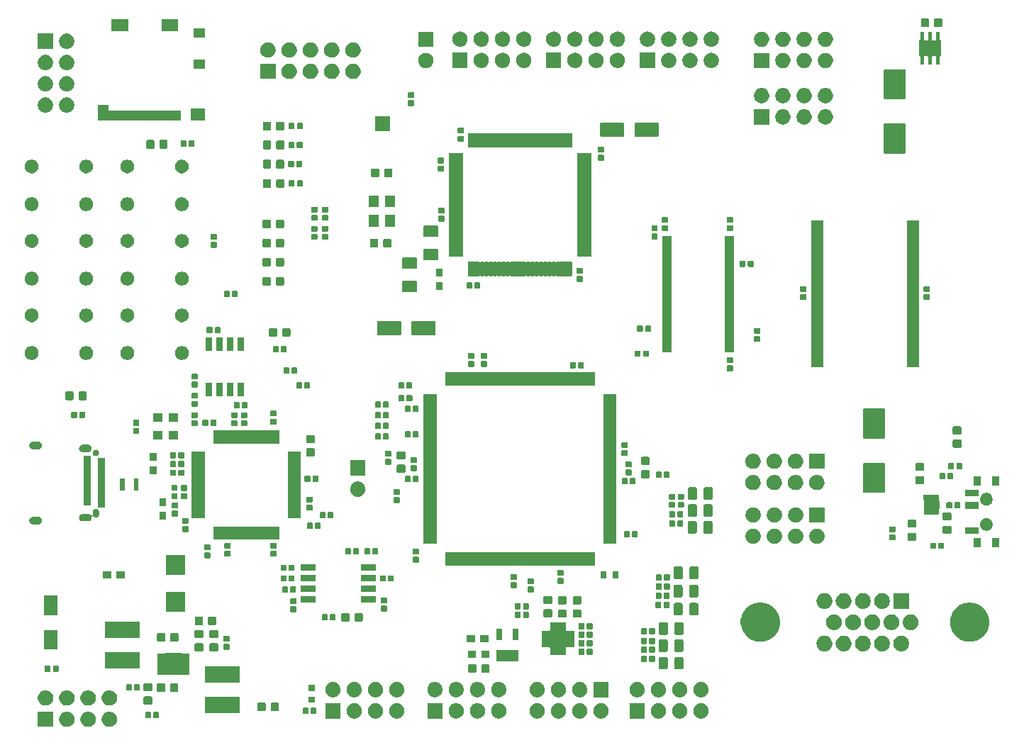
<source format=gbr>
G04 #@! TF.GenerationSoftware,KiCad,Pcbnew,(5.1.5)-3*
G04 #@! TF.CreationDate,2020-08-22T13:10:06+02:00*
G04 #@! TF.ProjectId,TFG20,54464732-302e-46b6-9963-61645f706362,rev?*
G04 #@! TF.SameCoordinates,Original*
G04 #@! TF.FileFunction,Soldermask,Top*
G04 #@! TF.FilePolarity,Negative*
%FSLAX46Y46*%
G04 Gerber Fmt 4.6, Leading zero omitted, Abs format (unit mm)*
G04 Created by KiCad (PCBNEW (5.1.5)-3) date 2020-08-22 13:10:06*
%MOMM*%
%LPD*%
G04 APERTURE LIST*
%ADD10C,0.100000*%
G04 APERTURE END LIST*
D10*
G36*
X27848975Y-120749733D02*
G01*
X27937218Y-120767285D01*
X28006079Y-120795808D01*
X28103463Y-120836146D01*
X28253082Y-120936118D01*
X28380322Y-121063358D01*
X28480294Y-121212977D01*
X28520632Y-121310361D01*
X28549155Y-121379222D01*
X28561232Y-121439938D01*
X28584260Y-121555707D01*
X28584260Y-121735653D01*
X28549155Y-121912137D01*
X28480294Y-122078383D01*
X28380322Y-122228002D01*
X28253082Y-122355242D01*
X28103463Y-122455214D01*
X28006079Y-122495552D01*
X27937218Y-122524075D01*
X27848975Y-122541627D01*
X27760733Y-122559180D01*
X27580787Y-122559180D01*
X27492545Y-122541627D01*
X27404302Y-122524075D01*
X27335441Y-122495552D01*
X27238057Y-122455214D01*
X27088438Y-122355242D01*
X26961198Y-122228002D01*
X26861226Y-122078383D01*
X26792365Y-121912137D01*
X26757260Y-121735653D01*
X26757260Y-121555707D01*
X26780288Y-121439938D01*
X26792365Y-121379222D01*
X26820888Y-121310361D01*
X26861226Y-121212977D01*
X26961198Y-121063358D01*
X27088438Y-120936118D01*
X27238057Y-120836146D01*
X27335441Y-120795808D01*
X27404302Y-120767285D01*
X27492545Y-120749733D01*
X27580787Y-120732180D01*
X27760733Y-120732180D01*
X27848975Y-120749733D01*
G37*
G36*
X25308975Y-120749733D02*
G01*
X25397218Y-120767285D01*
X25466079Y-120795808D01*
X25563463Y-120836146D01*
X25713082Y-120936118D01*
X25840322Y-121063358D01*
X25940294Y-121212977D01*
X25980632Y-121310361D01*
X26009155Y-121379222D01*
X26021232Y-121439938D01*
X26044260Y-121555707D01*
X26044260Y-121735653D01*
X26009155Y-121912137D01*
X25940294Y-122078383D01*
X25840322Y-122228002D01*
X25713082Y-122355242D01*
X25563463Y-122455214D01*
X25466079Y-122495552D01*
X25397218Y-122524075D01*
X25308975Y-122541627D01*
X25220733Y-122559180D01*
X25040787Y-122559180D01*
X24952545Y-122541627D01*
X24864302Y-122524075D01*
X24795441Y-122495552D01*
X24698057Y-122455214D01*
X24548438Y-122355242D01*
X24421198Y-122228002D01*
X24321226Y-122078383D01*
X24252365Y-121912137D01*
X24217260Y-121735653D01*
X24217260Y-121555707D01*
X24240288Y-121439938D01*
X24252365Y-121379222D01*
X24280888Y-121310361D01*
X24321226Y-121212977D01*
X24421198Y-121063358D01*
X24548438Y-120936118D01*
X24698057Y-120836146D01*
X24795441Y-120795808D01*
X24864302Y-120767285D01*
X24952545Y-120749733D01*
X25040787Y-120732180D01*
X25220733Y-120732180D01*
X25308975Y-120749733D01*
G37*
G36*
X22768975Y-120749733D02*
G01*
X22857218Y-120767285D01*
X22926079Y-120795808D01*
X23023463Y-120836146D01*
X23173082Y-120936118D01*
X23300322Y-121063358D01*
X23400294Y-121212977D01*
X23440632Y-121310361D01*
X23469155Y-121379222D01*
X23481232Y-121439938D01*
X23504260Y-121555707D01*
X23504260Y-121735653D01*
X23469155Y-121912137D01*
X23400294Y-122078383D01*
X23300322Y-122228002D01*
X23173082Y-122355242D01*
X23023463Y-122455214D01*
X22926079Y-122495552D01*
X22857218Y-122524075D01*
X22768975Y-122541627D01*
X22680733Y-122559180D01*
X22500787Y-122559180D01*
X22412545Y-122541627D01*
X22324302Y-122524075D01*
X22255441Y-122495552D01*
X22158057Y-122455214D01*
X22008438Y-122355242D01*
X21881198Y-122228002D01*
X21781226Y-122078383D01*
X21712365Y-121912137D01*
X21677260Y-121735653D01*
X21677260Y-121555707D01*
X21700288Y-121439938D01*
X21712365Y-121379222D01*
X21740888Y-121310361D01*
X21781226Y-121212977D01*
X21881198Y-121063358D01*
X22008438Y-120936118D01*
X22158057Y-120836146D01*
X22255441Y-120795808D01*
X22324302Y-120767285D01*
X22412545Y-120749733D01*
X22500787Y-120732180D01*
X22680733Y-120732180D01*
X22768975Y-120749733D01*
G37*
G36*
X20964260Y-122559180D02*
G01*
X19137260Y-122559180D01*
X19137260Y-120732180D01*
X20964260Y-120732180D01*
X20964260Y-122559180D01*
G37*
G36*
X78885731Y-119747591D02*
G01*
X79006458Y-119771605D01*
X79056130Y-119792180D01*
X79172703Y-119840466D01*
X79322322Y-119940438D01*
X79449562Y-120067678D01*
X79549534Y-120217297D01*
X79575092Y-120279000D01*
X79618395Y-120383542D01*
X79631445Y-120449150D01*
X79653500Y-120560027D01*
X79653500Y-120739973D01*
X79642361Y-120795971D01*
X79619481Y-120911000D01*
X79618395Y-120916457D01*
X79549534Y-121082703D01*
X79449562Y-121232322D01*
X79322322Y-121359562D01*
X79172703Y-121459534D01*
X79084164Y-121496208D01*
X79006458Y-121528395D01*
X78918215Y-121545948D01*
X78829973Y-121563500D01*
X78650027Y-121563500D01*
X78561785Y-121545948D01*
X78473542Y-121528395D01*
X78395836Y-121496208D01*
X78307297Y-121459534D01*
X78157678Y-121359562D01*
X78030438Y-121232322D01*
X77930466Y-121082703D01*
X77861605Y-120916457D01*
X77860520Y-120911000D01*
X77837639Y-120795971D01*
X77826500Y-120739973D01*
X77826500Y-120560027D01*
X77848555Y-120449150D01*
X77861605Y-120383542D01*
X77904908Y-120279000D01*
X77930466Y-120217297D01*
X78030438Y-120067678D01*
X78157678Y-119940438D01*
X78307297Y-119840466D01*
X78423870Y-119792180D01*
X78473542Y-119771605D01*
X78594269Y-119747591D01*
X78650027Y-119736500D01*
X78829973Y-119736500D01*
X78885731Y-119747591D01*
G37*
G36*
X98443731Y-119747591D02*
G01*
X98564458Y-119771605D01*
X98614130Y-119792180D01*
X98730703Y-119840466D01*
X98880322Y-119940438D01*
X99007562Y-120067678D01*
X99107534Y-120217297D01*
X99133092Y-120279000D01*
X99176395Y-120383542D01*
X99189445Y-120449150D01*
X99211500Y-120560027D01*
X99211500Y-120739973D01*
X99200361Y-120795971D01*
X99177481Y-120911000D01*
X99176395Y-120916457D01*
X99107534Y-121082703D01*
X99007562Y-121232322D01*
X98880322Y-121359562D01*
X98730703Y-121459534D01*
X98642164Y-121496208D01*
X98564458Y-121528395D01*
X98476215Y-121545948D01*
X98387973Y-121563500D01*
X98208027Y-121563500D01*
X98119785Y-121545948D01*
X98031542Y-121528395D01*
X97953836Y-121496208D01*
X97865297Y-121459534D01*
X97715678Y-121359562D01*
X97588438Y-121232322D01*
X97488466Y-121082703D01*
X97419605Y-120916457D01*
X97418520Y-120911000D01*
X97395639Y-120795971D01*
X97384500Y-120739973D01*
X97384500Y-120560027D01*
X97406555Y-120449150D01*
X97419605Y-120383542D01*
X97462908Y-120279000D01*
X97488466Y-120217297D01*
X97588438Y-120067678D01*
X97715678Y-119940438D01*
X97865297Y-119840466D01*
X97981870Y-119792180D01*
X98031542Y-119771605D01*
X98152269Y-119747591D01*
X98208027Y-119736500D01*
X98387973Y-119736500D01*
X98443731Y-119747591D01*
G37*
G36*
X93363731Y-119747591D02*
G01*
X93484458Y-119771605D01*
X93534130Y-119792180D01*
X93650703Y-119840466D01*
X93800322Y-119940438D01*
X93927562Y-120067678D01*
X94027534Y-120217297D01*
X94053092Y-120279000D01*
X94096395Y-120383542D01*
X94109445Y-120449150D01*
X94131500Y-120560027D01*
X94131500Y-120739973D01*
X94120361Y-120795971D01*
X94097481Y-120911000D01*
X94096395Y-120916457D01*
X94027534Y-121082703D01*
X93927562Y-121232322D01*
X93800322Y-121359562D01*
X93650703Y-121459534D01*
X93562164Y-121496208D01*
X93484458Y-121528395D01*
X93396215Y-121545948D01*
X93307973Y-121563500D01*
X93128027Y-121563500D01*
X93039785Y-121545948D01*
X92951542Y-121528395D01*
X92873836Y-121496208D01*
X92785297Y-121459534D01*
X92635678Y-121359562D01*
X92508438Y-121232322D01*
X92408466Y-121082703D01*
X92339605Y-120916457D01*
X92338520Y-120911000D01*
X92315639Y-120795971D01*
X92304500Y-120739973D01*
X92304500Y-120560027D01*
X92326555Y-120449150D01*
X92339605Y-120383542D01*
X92382908Y-120279000D01*
X92408466Y-120217297D01*
X92508438Y-120067678D01*
X92635678Y-119940438D01*
X92785297Y-119840466D01*
X92901870Y-119792180D01*
X92951542Y-119771605D01*
X93072269Y-119747591D01*
X93128027Y-119736500D01*
X93307973Y-119736500D01*
X93363731Y-119747591D01*
G37*
G36*
X74300731Y-119747591D02*
G01*
X74421458Y-119771605D01*
X74471130Y-119792180D01*
X74587703Y-119840466D01*
X74737322Y-119940438D01*
X74864562Y-120067678D01*
X74964534Y-120217297D01*
X74990092Y-120279000D01*
X75033395Y-120383542D01*
X75046445Y-120449150D01*
X75068500Y-120560027D01*
X75068500Y-120739973D01*
X75057361Y-120795971D01*
X75034481Y-120911000D01*
X75033395Y-120916457D01*
X74964534Y-121082703D01*
X74864562Y-121232322D01*
X74737322Y-121359562D01*
X74587703Y-121459534D01*
X74499164Y-121496208D01*
X74421458Y-121528395D01*
X74333215Y-121545948D01*
X74244973Y-121563500D01*
X74065027Y-121563500D01*
X73976785Y-121545948D01*
X73888542Y-121528395D01*
X73810836Y-121496208D01*
X73722297Y-121459534D01*
X73572678Y-121359562D01*
X73445438Y-121232322D01*
X73345466Y-121082703D01*
X73276605Y-120916457D01*
X73275520Y-120911000D01*
X73252639Y-120795971D01*
X73241500Y-120739973D01*
X73241500Y-120560027D01*
X73263555Y-120449150D01*
X73276605Y-120383542D01*
X73319908Y-120279000D01*
X73345466Y-120217297D01*
X73445438Y-120067678D01*
X73572678Y-119940438D01*
X73722297Y-119840466D01*
X73838870Y-119792180D01*
X73888542Y-119771605D01*
X74009269Y-119747591D01*
X74065027Y-119736500D01*
X74244973Y-119736500D01*
X74300731Y-119747591D01*
G37*
G36*
X71760731Y-119747591D02*
G01*
X71881458Y-119771605D01*
X71931130Y-119792180D01*
X72047703Y-119840466D01*
X72197322Y-119940438D01*
X72324562Y-120067678D01*
X72424534Y-120217297D01*
X72450092Y-120279000D01*
X72493395Y-120383542D01*
X72506445Y-120449150D01*
X72528500Y-120560027D01*
X72528500Y-120739973D01*
X72517361Y-120795971D01*
X72494481Y-120911000D01*
X72493395Y-120916457D01*
X72424534Y-121082703D01*
X72324562Y-121232322D01*
X72197322Y-121359562D01*
X72047703Y-121459534D01*
X71959164Y-121496208D01*
X71881458Y-121528395D01*
X71793215Y-121545948D01*
X71704973Y-121563500D01*
X71525027Y-121563500D01*
X71436785Y-121545948D01*
X71348542Y-121528395D01*
X71270836Y-121496208D01*
X71182297Y-121459534D01*
X71032678Y-121359562D01*
X70905438Y-121232322D01*
X70805466Y-121082703D01*
X70736605Y-120916457D01*
X70735520Y-120911000D01*
X70712639Y-120795971D01*
X70701500Y-120739973D01*
X70701500Y-120560027D01*
X70723555Y-120449150D01*
X70736605Y-120383542D01*
X70779908Y-120279000D01*
X70805466Y-120217297D01*
X70905438Y-120067678D01*
X71032678Y-119940438D01*
X71182297Y-119840466D01*
X71298870Y-119792180D01*
X71348542Y-119771605D01*
X71469269Y-119747591D01*
X71525027Y-119736500D01*
X71704973Y-119736500D01*
X71760731Y-119747591D01*
G37*
G36*
X69220731Y-119747591D02*
G01*
X69341458Y-119771605D01*
X69391130Y-119792180D01*
X69507703Y-119840466D01*
X69657322Y-119940438D01*
X69784562Y-120067678D01*
X69884534Y-120217297D01*
X69910092Y-120279000D01*
X69953395Y-120383542D01*
X69966445Y-120449150D01*
X69988500Y-120560027D01*
X69988500Y-120739973D01*
X69977361Y-120795971D01*
X69954481Y-120911000D01*
X69953395Y-120916457D01*
X69884534Y-121082703D01*
X69784562Y-121232322D01*
X69657322Y-121359562D01*
X69507703Y-121459534D01*
X69419164Y-121496208D01*
X69341458Y-121528395D01*
X69253215Y-121545948D01*
X69164973Y-121563500D01*
X68985027Y-121563500D01*
X68896785Y-121545948D01*
X68808542Y-121528395D01*
X68730836Y-121496208D01*
X68642297Y-121459534D01*
X68492678Y-121359562D01*
X68365438Y-121232322D01*
X68265466Y-121082703D01*
X68196605Y-120916457D01*
X68195520Y-120911000D01*
X68172639Y-120795971D01*
X68161500Y-120739973D01*
X68161500Y-120560027D01*
X68183555Y-120449150D01*
X68196605Y-120383542D01*
X68239908Y-120279000D01*
X68265466Y-120217297D01*
X68365438Y-120067678D01*
X68492678Y-119940438D01*
X68642297Y-119840466D01*
X68758870Y-119792180D01*
X68808542Y-119771605D01*
X68929269Y-119747591D01*
X68985027Y-119736500D01*
X69164973Y-119736500D01*
X69220731Y-119747591D01*
G37*
G36*
X67448500Y-121563500D02*
G01*
X65621500Y-121563500D01*
X65621500Y-119736500D01*
X67448500Y-119736500D01*
X67448500Y-121563500D01*
G37*
G36*
X91591500Y-121563500D02*
G01*
X89764500Y-121563500D01*
X89764500Y-119736500D01*
X91591500Y-119736500D01*
X91591500Y-121563500D01*
G37*
G36*
X83965731Y-119747591D02*
G01*
X84086458Y-119771605D01*
X84136130Y-119792180D01*
X84252703Y-119840466D01*
X84402322Y-119940438D01*
X84529562Y-120067678D01*
X84629534Y-120217297D01*
X84655092Y-120279000D01*
X84698395Y-120383542D01*
X84711445Y-120449150D01*
X84733500Y-120560027D01*
X84733500Y-120739973D01*
X84722361Y-120795971D01*
X84699481Y-120911000D01*
X84698395Y-120916457D01*
X84629534Y-121082703D01*
X84529562Y-121232322D01*
X84402322Y-121359562D01*
X84252703Y-121459534D01*
X84164164Y-121496208D01*
X84086458Y-121528395D01*
X83998215Y-121545948D01*
X83909973Y-121563500D01*
X83730027Y-121563500D01*
X83641785Y-121545948D01*
X83553542Y-121528395D01*
X83475836Y-121496208D01*
X83387297Y-121459534D01*
X83237678Y-121359562D01*
X83110438Y-121232322D01*
X83010466Y-121082703D01*
X82941605Y-120916457D01*
X82940520Y-120911000D01*
X82917639Y-120795971D01*
X82906500Y-120739973D01*
X82906500Y-120560027D01*
X82928555Y-120449150D01*
X82941605Y-120383542D01*
X82984908Y-120279000D01*
X83010466Y-120217297D01*
X83110438Y-120067678D01*
X83237678Y-119940438D01*
X83387297Y-119840466D01*
X83503870Y-119792180D01*
X83553542Y-119771605D01*
X83674269Y-119747591D01*
X83730027Y-119736500D01*
X83909973Y-119736500D01*
X83965731Y-119747591D01*
G37*
G36*
X81425731Y-119747591D02*
G01*
X81546458Y-119771605D01*
X81596130Y-119792180D01*
X81712703Y-119840466D01*
X81862322Y-119940438D01*
X81989562Y-120067678D01*
X82089534Y-120217297D01*
X82115092Y-120279000D01*
X82158395Y-120383542D01*
X82171445Y-120449150D01*
X82193500Y-120560027D01*
X82193500Y-120739973D01*
X82182361Y-120795971D01*
X82159481Y-120911000D01*
X82158395Y-120916457D01*
X82089534Y-121082703D01*
X81989562Y-121232322D01*
X81862322Y-121359562D01*
X81712703Y-121459534D01*
X81624164Y-121496208D01*
X81546458Y-121528395D01*
X81458215Y-121545948D01*
X81369973Y-121563500D01*
X81190027Y-121563500D01*
X81101785Y-121545948D01*
X81013542Y-121528395D01*
X80935836Y-121496208D01*
X80847297Y-121459534D01*
X80697678Y-121359562D01*
X80570438Y-121232322D01*
X80470466Y-121082703D01*
X80401605Y-120916457D01*
X80400520Y-120911000D01*
X80377639Y-120795971D01*
X80366500Y-120739973D01*
X80366500Y-120560027D01*
X80388555Y-120449150D01*
X80401605Y-120383542D01*
X80444908Y-120279000D01*
X80470466Y-120217297D01*
X80570438Y-120067678D01*
X80697678Y-119940438D01*
X80847297Y-119840466D01*
X80963870Y-119792180D01*
X81013542Y-119771605D01*
X81134269Y-119747591D01*
X81190027Y-119736500D01*
X81369973Y-119736500D01*
X81425731Y-119747591D01*
G37*
G36*
X95903731Y-119747591D02*
G01*
X96024458Y-119771605D01*
X96074130Y-119792180D01*
X96190703Y-119840466D01*
X96340322Y-119940438D01*
X96467562Y-120067678D01*
X96567534Y-120217297D01*
X96593092Y-120279000D01*
X96636395Y-120383542D01*
X96649445Y-120449150D01*
X96671500Y-120560027D01*
X96671500Y-120739973D01*
X96660361Y-120795971D01*
X96637481Y-120911000D01*
X96636395Y-120916457D01*
X96567534Y-121082703D01*
X96467562Y-121232322D01*
X96340322Y-121359562D01*
X96190703Y-121459534D01*
X96102164Y-121496208D01*
X96024458Y-121528395D01*
X95936215Y-121545948D01*
X95847973Y-121563500D01*
X95668027Y-121563500D01*
X95579785Y-121545948D01*
X95491542Y-121528395D01*
X95413836Y-121496208D01*
X95325297Y-121459534D01*
X95175678Y-121359562D01*
X95048438Y-121232322D01*
X94948466Y-121082703D01*
X94879605Y-120916457D01*
X94878520Y-120911000D01*
X94855639Y-120795971D01*
X94844500Y-120739973D01*
X94844500Y-120560027D01*
X94866555Y-120449150D01*
X94879605Y-120383542D01*
X94922908Y-120279000D01*
X94948466Y-120217297D01*
X95048438Y-120067678D01*
X95175678Y-119940438D01*
X95325297Y-119840466D01*
X95441870Y-119792180D01*
X95491542Y-119771605D01*
X95612269Y-119747591D01*
X95668027Y-119736500D01*
X95847973Y-119736500D01*
X95903731Y-119747591D01*
G37*
G36*
X86505731Y-119747591D02*
G01*
X86626458Y-119771605D01*
X86676130Y-119792180D01*
X86792703Y-119840466D01*
X86942322Y-119940438D01*
X87069562Y-120067678D01*
X87169534Y-120217297D01*
X87195092Y-120279000D01*
X87238395Y-120383542D01*
X87251445Y-120449150D01*
X87273500Y-120560027D01*
X87273500Y-120739973D01*
X87262361Y-120795971D01*
X87239481Y-120911000D01*
X87238395Y-120916457D01*
X87169534Y-121082703D01*
X87069562Y-121232322D01*
X86942322Y-121359562D01*
X86792703Y-121459534D01*
X86704164Y-121496208D01*
X86626458Y-121528395D01*
X86538215Y-121545948D01*
X86449973Y-121563500D01*
X86270027Y-121563500D01*
X86181785Y-121545948D01*
X86093542Y-121528395D01*
X86015836Y-121496208D01*
X85927297Y-121459534D01*
X85777678Y-121359562D01*
X85650438Y-121232322D01*
X85550466Y-121082703D01*
X85481605Y-120916457D01*
X85480520Y-120911000D01*
X85457639Y-120795971D01*
X85446500Y-120739973D01*
X85446500Y-120560027D01*
X85468555Y-120449150D01*
X85481605Y-120383542D01*
X85524908Y-120279000D01*
X85550466Y-120217297D01*
X85650438Y-120067678D01*
X85777678Y-119940438D01*
X85927297Y-119840466D01*
X86043870Y-119792180D01*
X86093542Y-119771605D01*
X86214269Y-119747591D01*
X86270027Y-119736500D01*
X86449973Y-119736500D01*
X86505731Y-119747591D01*
G37*
G36*
X55269500Y-121563500D02*
G01*
X53442500Y-121563500D01*
X53442500Y-119736500D01*
X55269500Y-119736500D01*
X55269500Y-121563500D01*
G37*
G36*
X59581731Y-119747591D02*
G01*
X59702458Y-119771605D01*
X59752130Y-119792180D01*
X59868703Y-119840466D01*
X60018322Y-119940438D01*
X60145562Y-120067678D01*
X60245534Y-120217297D01*
X60271092Y-120279000D01*
X60314395Y-120383542D01*
X60327445Y-120449150D01*
X60349500Y-120560027D01*
X60349500Y-120739973D01*
X60338361Y-120795971D01*
X60315481Y-120911000D01*
X60314395Y-120916457D01*
X60245534Y-121082703D01*
X60145562Y-121232322D01*
X60018322Y-121359562D01*
X59868703Y-121459534D01*
X59780164Y-121496208D01*
X59702458Y-121528395D01*
X59614215Y-121545948D01*
X59525973Y-121563500D01*
X59346027Y-121563500D01*
X59257785Y-121545948D01*
X59169542Y-121528395D01*
X59091836Y-121496208D01*
X59003297Y-121459534D01*
X58853678Y-121359562D01*
X58726438Y-121232322D01*
X58626466Y-121082703D01*
X58557605Y-120916457D01*
X58556520Y-120911000D01*
X58533639Y-120795971D01*
X58522500Y-120739973D01*
X58522500Y-120560027D01*
X58544555Y-120449150D01*
X58557605Y-120383542D01*
X58600908Y-120279000D01*
X58626466Y-120217297D01*
X58726438Y-120067678D01*
X58853678Y-119940438D01*
X59003297Y-119840466D01*
X59119870Y-119792180D01*
X59169542Y-119771605D01*
X59290269Y-119747591D01*
X59346027Y-119736500D01*
X59525973Y-119736500D01*
X59581731Y-119747591D01*
G37*
G36*
X57041731Y-119747591D02*
G01*
X57162458Y-119771605D01*
X57212130Y-119792180D01*
X57328703Y-119840466D01*
X57478322Y-119940438D01*
X57605562Y-120067678D01*
X57705534Y-120217297D01*
X57731092Y-120279000D01*
X57774395Y-120383542D01*
X57787445Y-120449150D01*
X57809500Y-120560027D01*
X57809500Y-120739973D01*
X57798361Y-120795971D01*
X57775481Y-120911000D01*
X57774395Y-120916457D01*
X57705534Y-121082703D01*
X57605562Y-121232322D01*
X57478322Y-121359562D01*
X57328703Y-121459534D01*
X57240164Y-121496208D01*
X57162458Y-121528395D01*
X57074215Y-121545948D01*
X56985973Y-121563500D01*
X56806027Y-121563500D01*
X56717785Y-121545948D01*
X56629542Y-121528395D01*
X56551836Y-121496208D01*
X56463297Y-121459534D01*
X56313678Y-121359562D01*
X56186438Y-121232322D01*
X56086466Y-121082703D01*
X56017605Y-120916457D01*
X56016520Y-120911000D01*
X55993639Y-120795971D01*
X55982500Y-120739973D01*
X55982500Y-120560027D01*
X56004555Y-120449150D01*
X56017605Y-120383542D01*
X56060908Y-120279000D01*
X56086466Y-120217297D01*
X56186438Y-120067678D01*
X56313678Y-119940438D01*
X56463297Y-119840466D01*
X56579870Y-119792180D01*
X56629542Y-119771605D01*
X56750269Y-119747591D01*
X56806027Y-119736500D01*
X56985973Y-119736500D01*
X57041731Y-119747591D01*
G37*
G36*
X62121731Y-119747591D02*
G01*
X62242458Y-119771605D01*
X62292130Y-119792180D01*
X62408703Y-119840466D01*
X62558322Y-119940438D01*
X62685562Y-120067678D01*
X62785534Y-120217297D01*
X62811092Y-120279000D01*
X62854395Y-120383542D01*
X62867445Y-120449150D01*
X62889500Y-120560027D01*
X62889500Y-120739973D01*
X62878361Y-120795971D01*
X62855481Y-120911000D01*
X62854395Y-120916457D01*
X62785534Y-121082703D01*
X62685562Y-121232322D01*
X62558322Y-121359562D01*
X62408703Y-121459534D01*
X62320164Y-121496208D01*
X62242458Y-121528395D01*
X62154215Y-121545948D01*
X62065973Y-121563500D01*
X61886027Y-121563500D01*
X61797785Y-121545948D01*
X61709542Y-121528395D01*
X61631836Y-121496208D01*
X61543297Y-121459534D01*
X61393678Y-121359562D01*
X61266438Y-121232322D01*
X61166466Y-121082703D01*
X61097605Y-120916457D01*
X61096520Y-120911000D01*
X61073639Y-120795971D01*
X61062500Y-120739973D01*
X61062500Y-120560027D01*
X61084555Y-120449150D01*
X61097605Y-120383542D01*
X61140908Y-120279000D01*
X61166466Y-120217297D01*
X61266438Y-120067678D01*
X61393678Y-119940438D01*
X61543297Y-119840466D01*
X61659870Y-119792180D01*
X61709542Y-119771605D01*
X61830269Y-119747591D01*
X61886027Y-119736500D01*
X62065973Y-119736500D01*
X62121731Y-119747591D01*
G37*
G36*
X32537938Y-120789716D02*
G01*
X32558557Y-120795971D01*
X32577553Y-120806124D01*
X32594208Y-120819792D01*
X32607876Y-120836447D01*
X32618029Y-120855443D01*
X32624284Y-120876062D01*
X32627000Y-120903640D01*
X32627000Y-121412360D01*
X32624284Y-121439938D01*
X32618029Y-121460557D01*
X32607876Y-121479553D01*
X32594208Y-121496208D01*
X32577553Y-121509876D01*
X32558557Y-121520029D01*
X32537938Y-121526284D01*
X32510360Y-121529000D01*
X32051640Y-121529000D01*
X32024062Y-121526284D01*
X32003443Y-121520029D01*
X31984447Y-121509876D01*
X31967792Y-121496208D01*
X31954124Y-121479553D01*
X31943971Y-121460557D01*
X31937716Y-121439938D01*
X31935000Y-121412360D01*
X31935000Y-120903640D01*
X31937716Y-120876062D01*
X31943971Y-120855443D01*
X31954124Y-120836447D01*
X31967792Y-120819792D01*
X31984447Y-120806124D01*
X32003443Y-120795971D01*
X32024062Y-120789716D01*
X32051640Y-120787000D01*
X32510360Y-120787000D01*
X32537938Y-120789716D01*
G37*
G36*
X33507938Y-120789716D02*
G01*
X33528557Y-120795971D01*
X33547553Y-120806124D01*
X33564208Y-120819792D01*
X33577876Y-120836447D01*
X33588029Y-120855443D01*
X33594284Y-120876062D01*
X33597000Y-120903640D01*
X33597000Y-121412360D01*
X33594284Y-121439938D01*
X33588029Y-121460557D01*
X33577876Y-121479553D01*
X33564208Y-121496208D01*
X33547553Y-121509876D01*
X33528557Y-121520029D01*
X33507938Y-121526284D01*
X33480360Y-121529000D01*
X33021640Y-121529000D01*
X32994062Y-121526284D01*
X32973443Y-121520029D01*
X32954447Y-121509876D01*
X32937792Y-121496208D01*
X32924124Y-121479553D01*
X32913971Y-121460557D01*
X32907716Y-121439938D01*
X32905000Y-121412360D01*
X32905000Y-120903640D01*
X32907716Y-120876062D01*
X32913971Y-120855443D01*
X32924124Y-120836447D01*
X32937792Y-120819792D01*
X32954447Y-120806124D01*
X32973443Y-120795971D01*
X32994062Y-120789716D01*
X33021640Y-120787000D01*
X33480360Y-120787000D01*
X33507938Y-120789716D01*
G37*
G36*
X51333938Y-120281716D02*
G01*
X51354557Y-120287971D01*
X51373553Y-120298124D01*
X51390208Y-120311792D01*
X51403876Y-120328447D01*
X51414029Y-120347443D01*
X51420284Y-120368062D01*
X51423000Y-120395640D01*
X51423000Y-120904360D01*
X51420284Y-120931938D01*
X51414029Y-120952557D01*
X51403876Y-120971553D01*
X51390208Y-120988208D01*
X51373553Y-121001876D01*
X51354557Y-121012029D01*
X51333938Y-121018284D01*
X51306360Y-121021000D01*
X50847640Y-121021000D01*
X50820062Y-121018284D01*
X50799443Y-121012029D01*
X50780447Y-121001876D01*
X50763792Y-120988208D01*
X50750124Y-120971553D01*
X50739971Y-120952557D01*
X50733716Y-120931938D01*
X50731000Y-120904360D01*
X50731000Y-120395640D01*
X50733716Y-120368062D01*
X50739971Y-120347443D01*
X50750124Y-120328447D01*
X50763792Y-120311792D01*
X50780447Y-120298124D01*
X50799443Y-120287971D01*
X50820062Y-120281716D01*
X50847640Y-120279000D01*
X51306360Y-120279000D01*
X51333938Y-120281716D01*
G37*
G36*
X52303938Y-120281716D02*
G01*
X52324557Y-120287971D01*
X52343553Y-120298124D01*
X52360208Y-120311792D01*
X52373876Y-120328447D01*
X52384029Y-120347443D01*
X52390284Y-120368062D01*
X52393000Y-120395640D01*
X52393000Y-120904360D01*
X52390284Y-120931938D01*
X52384029Y-120952557D01*
X52373876Y-120971553D01*
X52360208Y-120988208D01*
X52343553Y-121001876D01*
X52324557Y-121012029D01*
X52303938Y-121018284D01*
X52276360Y-121021000D01*
X51817640Y-121021000D01*
X51790062Y-121018284D01*
X51769443Y-121012029D01*
X51750447Y-121001876D01*
X51733792Y-120988208D01*
X51720124Y-120971553D01*
X51709971Y-120952557D01*
X51703716Y-120931938D01*
X51701000Y-120904360D01*
X51701000Y-120395640D01*
X51703716Y-120368062D01*
X51709971Y-120347443D01*
X51720124Y-120328447D01*
X51733792Y-120311792D01*
X51750447Y-120298124D01*
X51769443Y-120287971D01*
X51790062Y-120281716D01*
X51817640Y-120279000D01*
X52276360Y-120279000D01*
X52303938Y-120281716D01*
G37*
G36*
X43249000Y-120911000D02*
G01*
X39047000Y-120911000D01*
X39047000Y-118959000D01*
X43249000Y-118959000D01*
X43249000Y-120911000D01*
G37*
G36*
X46173751Y-119645485D02*
G01*
X46207729Y-119655793D01*
X46239050Y-119672534D01*
X46266499Y-119695061D01*
X46289026Y-119722510D01*
X46305767Y-119753831D01*
X46316075Y-119787809D01*
X46320160Y-119829290D01*
X46320160Y-120505510D01*
X46316075Y-120546991D01*
X46305767Y-120580969D01*
X46289026Y-120612290D01*
X46266499Y-120639739D01*
X46239050Y-120662266D01*
X46207729Y-120679007D01*
X46173751Y-120689315D01*
X46132270Y-120693400D01*
X45531050Y-120693400D01*
X45489569Y-120689315D01*
X45455591Y-120679007D01*
X45424270Y-120662266D01*
X45396821Y-120639739D01*
X45374294Y-120612290D01*
X45357553Y-120580969D01*
X45347245Y-120546991D01*
X45343160Y-120505510D01*
X45343160Y-119829290D01*
X45347245Y-119787809D01*
X45357553Y-119753831D01*
X45374294Y-119722510D01*
X45396821Y-119695061D01*
X45424270Y-119672534D01*
X45455591Y-119655793D01*
X45489569Y-119645485D01*
X45531050Y-119641400D01*
X46132270Y-119641400D01*
X46173751Y-119645485D01*
G37*
G36*
X47748751Y-119645485D02*
G01*
X47782729Y-119655793D01*
X47814050Y-119672534D01*
X47841499Y-119695061D01*
X47864026Y-119722510D01*
X47880767Y-119753831D01*
X47891075Y-119787809D01*
X47895160Y-119829290D01*
X47895160Y-120505510D01*
X47891075Y-120546991D01*
X47880767Y-120580969D01*
X47864026Y-120612290D01*
X47841499Y-120639739D01*
X47814050Y-120662266D01*
X47782729Y-120679007D01*
X47748751Y-120689315D01*
X47707270Y-120693400D01*
X47106050Y-120693400D01*
X47064569Y-120689315D01*
X47030591Y-120679007D01*
X46999270Y-120662266D01*
X46971821Y-120639739D01*
X46949294Y-120612290D01*
X46932553Y-120580969D01*
X46922245Y-120546991D01*
X46918160Y-120505510D01*
X46918160Y-119829290D01*
X46922245Y-119787809D01*
X46932553Y-119753831D01*
X46949294Y-119722510D01*
X46971821Y-119695061D01*
X46999270Y-119672534D01*
X47030591Y-119655793D01*
X47064569Y-119645485D01*
X47106050Y-119641400D01*
X47707270Y-119641400D01*
X47748751Y-119645485D01*
G37*
G36*
X27833071Y-118206569D02*
G01*
X27937218Y-118227285D01*
X28006079Y-118255808D01*
X28103463Y-118296146D01*
X28253082Y-118396118D01*
X28380322Y-118523358D01*
X28480294Y-118672977D01*
X28549155Y-118839223D01*
X28584260Y-119015707D01*
X28584260Y-119195653D01*
X28549155Y-119372137D01*
X28480294Y-119538383D01*
X28380322Y-119688002D01*
X28253082Y-119815242D01*
X28103463Y-119915214D01*
X28006079Y-119955552D01*
X27937218Y-119984075D01*
X27848975Y-120001627D01*
X27760733Y-120019180D01*
X27580787Y-120019180D01*
X27492545Y-120001627D01*
X27404302Y-119984075D01*
X27335441Y-119955552D01*
X27238057Y-119915214D01*
X27088438Y-119815242D01*
X26961198Y-119688002D01*
X26861226Y-119538383D01*
X26792365Y-119372137D01*
X26757260Y-119195653D01*
X26757260Y-119015707D01*
X26792365Y-118839223D01*
X26861226Y-118672977D01*
X26961198Y-118523358D01*
X27088438Y-118396118D01*
X27238057Y-118296146D01*
X27335441Y-118255808D01*
X27404302Y-118227285D01*
X27508449Y-118206569D01*
X27580787Y-118192180D01*
X27760733Y-118192180D01*
X27833071Y-118206569D01*
G37*
G36*
X25293071Y-118206569D02*
G01*
X25397218Y-118227285D01*
X25466079Y-118255808D01*
X25563463Y-118296146D01*
X25713082Y-118396118D01*
X25840322Y-118523358D01*
X25940294Y-118672977D01*
X26009155Y-118839223D01*
X26044260Y-119015707D01*
X26044260Y-119195653D01*
X26009155Y-119372137D01*
X25940294Y-119538383D01*
X25840322Y-119688002D01*
X25713082Y-119815242D01*
X25563463Y-119915214D01*
X25466079Y-119955552D01*
X25397218Y-119984075D01*
X25308975Y-120001627D01*
X25220733Y-120019180D01*
X25040787Y-120019180D01*
X24952545Y-120001627D01*
X24864302Y-119984075D01*
X24795441Y-119955552D01*
X24698057Y-119915214D01*
X24548438Y-119815242D01*
X24421198Y-119688002D01*
X24321226Y-119538383D01*
X24252365Y-119372137D01*
X24217260Y-119195653D01*
X24217260Y-119015707D01*
X24252365Y-118839223D01*
X24321226Y-118672977D01*
X24421198Y-118523358D01*
X24548438Y-118396118D01*
X24698057Y-118296146D01*
X24795441Y-118255808D01*
X24864302Y-118227285D01*
X24968449Y-118206569D01*
X25040787Y-118192180D01*
X25220733Y-118192180D01*
X25293071Y-118206569D01*
G37*
G36*
X20213071Y-118206569D02*
G01*
X20317218Y-118227285D01*
X20386079Y-118255808D01*
X20483463Y-118296146D01*
X20633082Y-118396118D01*
X20760322Y-118523358D01*
X20860294Y-118672977D01*
X20929155Y-118839223D01*
X20964260Y-119015707D01*
X20964260Y-119195653D01*
X20929155Y-119372137D01*
X20860294Y-119538383D01*
X20760322Y-119688002D01*
X20633082Y-119815242D01*
X20483463Y-119915214D01*
X20386079Y-119955552D01*
X20317218Y-119984075D01*
X20228975Y-120001627D01*
X20140733Y-120019180D01*
X19960787Y-120019180D01*
X19872545Y-120001627D01*
X19784302Y-119984075D01*
X19715441Y-119955552D01*
X19618057Y-119915214D01*
X19468438Y-119815242D01*
X19341198Y-119688002D01*
X19241226Y-119538383D01*
X19172365Y-119372137D01*
X19137260Y-119195653D01*
X19137260Y-119015707D01*
X19172365Y-118839223D01*
X19241226Y-118672977D01*
X19341198Y-118523358D01*
X19468438Y-118396118D01*
X19618057Y-118296146D01*
X19715441Y-118255808D01*
X19784302Y-118227285D01*
X19888449Y-118206569D01*
X19960787Y-118192180D01*
X20140733Y-118192180D01*
X20213071Y-118206569D01*
G37*
G36*
X22753071Y-118206569D02*
G01*
X22857218Y-118227285D01*
X22926079Y-118255808D01*
X23023463Y-118296146D01*
X23173082Y-118396118D01*
X23300322Y-118523358D01*
X23400294Y-118672977D01*
X23469155Y-118839223D01*
X23504260Y-119015707D01*
X23504260Y-119195653D01*
X23469155Y-119372137D01*
X23400294Y-119538383D01*
X23300322Y-119688002D01*
X23173082Y-119815242D01*
X23023463Y-119915214D01*
X22926079Y-119955552D01*
X22857218Y-119984075D01*
X22768975Y-120001627D01*
X22680733Y-120019180D01*
X22500787Y-120019180D01*
X22412545Y-120001627D01*
X22324302Y-119984075D01*
X22255441Y-119955552D01*
X22158057Y-119915214D01*
X22008438Y-119815242D01*
X21881198Y-119688002D01*
X21781226Y-119538383D01*
X21712365Y-119372137D01*
X21677260Y-119195653D01*
X21677260Y-119015707D01*
X21712365Y-118839223D01*
X21781226Y-118672977D01*
X21881198Y-118523358D01*
X22008438Y-118396118D01*
X22158057Y-118296146D01*
X22255441Y-118255808D01*
X22324302Y-118227285D01*
X22428449Y-118206569D01*
X22500787Y-118192180D01*
X22680733Y-118192180D01*
X22753071Y-118206569D01*
G37*
G36*
X32637591Y-118921085D02*
G01*
X32671569Y-118931393D01*
X32702890Y-118948134D01*
X32730339Y-118970661D01*
X32752866Y-118998110D01*
X32769607Y-119029431D01*
X32779915Y-119063409D01*
X32784000Y-119104890D01*
X32784000Y-119706110D01*
X32779915Y-119747591D01*
X32769607Y-119781569D01*
X32752866Y-119812890D01*
X32730339Y-119840339D01*
X32702890Y-119862866D01*
X32671569Y-119879607D01*
X32637591Y-119889915D01*
X32596110Y-119894000D01*
X31919890Y-119894000D01*
X31878409Y-119889915D01*
X31844431Y-119879607D01*
X31813110Y-119862866D01*
X31785661Y-119840339D01*
X31763134Y-119812890D01*
X31746393Y-119781569D01*
X31736085Y-119747591D01*
X31732000Y-119706110D01*
X31732000Y-119104890D01*
X31736085Y-119063409D01*
X31746393Y-119029431D01*
X31763134Y-118998110D01*
X31785661Y-118970661D01*
X31813110Y-118948134D01*
X31844431Y-118931393D01*
X31878409Y-118921085D01*
X31919890Y-118917000D01*
X32596110Y-118917000D01*
X32637591Y-118921085D01*
G37*
G36*
X52217000Y-119669000D02*
G01*
X51415000Y-119669000D01*
X51415000Y-118967000D01*
X52217000Y-118967000D01*
X52217000Y-119669000D01*
G37*
G36*
X78918215Y-117214052D02*
G01*
X79006458Y-117231605D01*
X79075319Y-117260128D01*
X79172703Y-117300466D01*
X79322322Y-117400438D01*
X79449562Y-117527678D01*
X79549534Y-117677297D01*
X79589872Y-117774681D01*
X79618395Y-117843542D01*
X79653500Y-118020028D01*
X79653500Y-118199972D01*
X79618395Y-118376458D01*
X79603314Y-118412867D01*
X79549534Y-118542703D01*
X79449562Y-118692322D01*
X79322322Y-118819562D01*
X79172703Y-118919534D01*
X79133935Y-118935592D01*
X79006458Y-118988395D01*
X78957617Y-118998110D01*
X78829973Y-119023500D01*
X78650027Y-119023500D01*
X78522383Y-118998110D01*
X78473542Y-118988395D01*
X78346065Y-118935592D01*
X78307297Y-118919534D01*
X78157678Y-118819562D01*
X78030438Y-118692322D01*
X77930466Y-118542703D01*
X77876686Y-118412867D01*
X77861605Y-118376458D01*
X77826500Y-118199972D01*
X77826500Y-118020028D01*
X77861605Y-117843542D01*
X77890128Y-117774681D01*
X77930466Y-117677297D01*
X78030438Y-117527678D01*
X78157678Y-117400438D01*
X78307297Y-117300466D01*
X78404681Y-117260128D01*
X78473542Y-117231605D01*
X78561785Y-117214052D01*
X78650027Y-117196500D01*
X78829973Y-117196500D01*
X78918215Y-117214052D01*
G37*
G36*
X87273500Y-119023500D02*
G01*
X85446500Y-119023500D01*
X85446500Y-117196500D01*
X87273500Y-117196500D01*
X87273500Y-119023500D01*
G37*
G36*
X83998215Y-117214052D02*
G01*
X84086458Y-117231605D01*
X84155319Y-117260128D01*
X84252703Y-117300466D01*
X84402322Y-117400438D01*
X84529562Y-117527678D01*
X84629534Y-117677297D01*
X84669872Y-117774681D01*
X84698395Y-117843542D01*
X84733500Y-118020028D01*
X84733500Y-118199972D01*
X84698395Y-118376458D01*
X84683314Y-118412867D01*
X84629534Y-118542703D01*
X84529562Y-118692322D01*
X84402322Y-118819562D01*
X84252703Y-118919534D01*
X84213935Y-118935592D01*
X84086458Y-118988395D01*
X84037617Y-118998110D01*
X83909973Y-119023500D01*
X83730027Y-119023500D01*
X83602383Y-118998110D01*
X83553542Y-118988395D01*
X83426065Y-118935592D01*
X83387297Y-118919534D01*
X83237678Y-118819562D01*
X83110438Y-118692322D01*
X83010466Y-118542703D01*
X82956686Y-118412867D01*
X82941605Y-118376458D01*
X82906500Y-118199972D01*
X82906500Y-118020028D01*
X82941605Y-117843542D01*
X82970128Y-117774681D01*
X83010466Y-117677297D01*
X83110438Y-117527678D01*
X83237678Y-117400438D01*
X83387297Y-117300466D01*
X83484681Y-117260128D01*
X83553542Y-117231605D01*
X83641785Y-117214052D01*
X83730027Y-117196500D01*
X83909973Y-117196500D01*
X83998215Y-117214052D01*
G37*
G36*
X98476215Y-117214052D02*
G01*
X98564458Y-117231605D01*
X98633319Y-117260128D01*
X98730703Y-117300466D01*
X98880322Y-117400438D01*
X99007562Y-117527678D01*
X99107534Y-117677297D01*
X99147872Y-117774681D01*
X99176395Y-117843542D01*
X99211500Y-118020028D01*
X99211500Y-118199972D01*
X99176395Y-118376458D01*
X99161314Y-118412867D01*
X99107534Y-118542703D01*
X99007562Y-118692322D01*
X98880322Y-118819562D01*
X98730703Y-118919534D01*
X98691935Y-118935592D01*
X98564458Y-118988395D01*
X98515617Y-118998110D01*
X98387973Y-119023500D01*
X98208027Y-119023500D01*
X98080383Y-118998110D01*
X98031542Y-118988395D01*
X97904065Y-118935592D01*
X97865297Y-118919534D01*
X97715678Y-118819562D01*
X97588438Y-118692322D01*
X97488466Y-118542703D01*
X97434686Y-118412867D01*
X97419605Y-118376458D01*
X97384500Y-118199972D01*
X97384500Y-118020028D01*
X97419605Y-117843542D01*
X97448128Y-117774681D01*
X97488466Y-117677297D01*
X97588438Y-117527678D01*
X97715678Y-117400438D01*
X97865297Y-117300466D01*
X97962681Y-117260128D01*
X98031542Y-117231605D01*
X98119785Y-117214052D01*
X98208027Y-117196500D01*
X98387973Y-117196500D01*
X98476215Y-117214052D01*
G37*
G36*
X95936215Y-117214052D02*
G01*
X96024458Y-117231605D01*
X96093319Y-117260128D01*
X96190703Y-117300466D01*
X96340322Y-117400438D01*
X96467562Y-117527678D01*
X96567534Y-117677297D01*
X96607872Y-117774681D01*
X96636395Y-117843542D01*
X96671500Y-118020028D01*
X96671500Y-118199972D01*
X96636395Y-118376458D01*
X96621314Y-118412867D01*
X96567534Y-118542703D01*
X96467562Y-118692322D01*
X96340322Y-118819562D01*
X96190703Y-118919534D01*
X96151935Y-118935592D01*
X96024458Y-118988395D01*
X95975617Y-118998110D01*
X95847973Y-119023500D01*
X95668027Y-119023500D01*
X95540383Y-118998110D01*
X95491542Y-118988395D01*
X95364065Y-118935592D01*
X95325297Y-118919534D01*
X95175678Y-118819562D01*
X95048438Y-118692322D01*
X94948466Y-118542703D01*
X94894686Y-118412867D01*
X94879605Y-118376458D01*
X94844500Y-118199972D01*
X94844500Y-118020028D01*
X94879605Y-117843542D01*
X94908128Y-117774681D01*
X94948466Y-117677297D01*
X95048438Y-117527678D01*
X95175678Y-117400438D01*
X95325297Y-117300466D01*
X95422681Y-117260128D01*
X95491542Y-117231605D01*
X95579785Y-117214052D01*
X95668027Y-117196500D01*
X95847973Y-117196500D01*
X95936215Y-117214052D01*
G37*
G36*
X93396215Y-117214052D02*
G01*
X93484458Y-117231605D01*
X93553319Y-117260128D01*
X93650703Y-117300466D01*
X93800322Y-117400438D01*
X93927562Y-117527678D01*
X94027534Y-117677297D01*
X94067872Y-117774681D01*
X94096395Y-117843542D01*
X94131500Y-118020028D01*
X94131500Y-118199972D01*
X94096395Y-118376458D01*
X94081314Y-118412867D01*
X94027534Y-118542703D01*
X93927562Y-118692322D01*
X93800322Y-118819562D01*
X93650703Y-118919534D01*
X93611935Y-118935592D01*
X93484458Y-118988395D01*
X93435617Y-118998110D01*
X93307973Y-119023500D01*
X93128027Y-119023500D01*
X93000383Y-118998110D01*
X92951542Y-118988395D01*
X92824065Y-118935592D01*
X92785297Y-118919534D01*
X92635678Y-118819562D01*
X92508438Y-118692322D01*
X92408466Y-118542703D01*
X92354686Y-118412867D01*
X92339605Y-118376458D01*
X92304500Y-118199972D01*
X92304500Y-118020028D01*
X92339605Y-117843542D01*
X92368128Y-117774681D01*
X92408466Y-117677297D01*
X92508438Y-117527678D01*
X92635678Y-117400438D01*
X92785297Y-117300466D01*
X92882681Y-117260128D01*
X92951542Y-117231605D01*
X93039785Y-117214052D01*
X93128027Y-117196500D01*
X93307973Y-117196500D01*
X93396215Y-117214052D01*
G37*
G36*
X90856215Y-117214052D02*
G01*
X90944458Y-117231605D01*
X91013319Y-117260128D01*
X91110703Y-117300466D01*
X91260322Y-117400438D01*
X91387562Y-117527678D01*
X91487534Y-117677297D01*
X91527872Y-117774681D01*
X91556395Y-117843542D01*
X91591500Y-118020028D01*
X91591500Y-118199972D01*
X91556395Y-118376458D01*
X91541314Y-118412867D01*
X91487534Y-118542703D01*
X91387562Y-118692322D01*
X91260322Y-118819562D01*
X91110703Y-118919534D01*
X91071935Y-118935592D01*
X90944458Y-118988395D01*
X90895617Y-118998110D01*
X90767973Y-119023500D01*
X90588027Y-119023500D01*
X90460383Y-118998110D01*
X90411542Y-118988395D01*
X90284065Y-118935592D01*
X90245297Y-118919534D01*
X90095678Y-118819562D01*
X89968438Y-118692322D01*
X89868466Y-118542703D01*
X89814686Y-118412867D01*
X89799605Y-118376458D01*
X89764500Y-118199972D01*
X89764500Y-118020028D01*
X89799605Y-117843542D01*
X89828128Y-117774681D01*
X89868466Y-117677297D01*
X89968438Y-117527678D01*
X90095678Y-117400438D01*
X90245297Y-117300466D01*
X90342681Y-117260128D01*
X90411542Y-117231605D01*
X90499785Y-117214052D01*
X90588027Y-117196500D01*
X90767973Y-117196500D01*
X90856215Y-117214052D01*
G37*
G36*
X54534215Y-117214052D02*
G01*
X54622458Y-117231605D01*
X54691319Y-117260128D01*
X54788703Y-117300466D01*
X54938322Y-117400438D01*
X55065562Y-117527678D01*
X55165534Y-117677297D01*
X55205872Y-117774681D01*
X55234395Y-117843542D01*
X55269500Y-118020028D01*
X55269500Y-118199972D01*
X55234395Y-118376458D01*
X55219314Y-118412867D01*
X55165534Y-118542703D01*
X55065562Y-118692322D01*
X54938322Y-118819562D01*
X54788703Y-118919534D01*
X54749935Y-118935592D01*
X54622458Y-118988395D01*
X54573617Y-118998110D01*
X54445973Y-119023500D01*
X54266027Y-119023500D01*
X54138383Y-118998110D01*
X54089542Y-118988395D01*
X53962065Y-118935592D01*
X53923297Y-118919534D01*
X53773678Y-118819562D01*
X53646438Y-118692322D01*
X53546466Y-118542703D01*
X53492686Y-118412867D01*
X53477605Y-118376458D01*
X53442500Y-118199972D01*
X53442500Y-118020028D01*
X53477605Y-117843542D01*
X53506128Y-117774681D01*
X53546466Y-117677297D01*
X53646438Y-117527678D01*
X53773678Y-117400438D01*
X53923297Y-117300466D01*
X54020681Y-117260128D01*
X54089542Y-117231605D01*
X54177785Y-117214052D01*
X54266027Y-117196500D01*
X54445973Y-117196500D01*
X54534215Y-117214052D01*
G37*
G36*
X57074215Y-117214052D02*
G01*
X57162458Y-117231605D01*
X57231319Y-117260128D01*
X57328703Y-117300466D01*
X57478322Y-117400438D01*
X57605562Y-117527678D01*
X57705534Y-117677297D01*
X57745872Y-117774681D01*
X57774395Y-117843542D01*
X57809500Y-118020028D01*
X57809500Y-118199972D01*
X57774395Y-118376458D01*
X57759314Y-118412867D01*
X57705534Y-118542703D01*
X57605562Y-118692322D01*
X57478322Y-118819562D01*
X57328703Y-118919534D01*
X57289935Y-118935592D01*
X57162458Y-118988395D01*
X57113617Y-118998110D01*
X56985973Y-119023500D01*
X56806027Y-119023500D01*
X56678383Y-118998110D01*
X56629542Y-118988395D01*
X56502065Y-118935592D01*
X56463297Y-118919534D01*
X56313678Y-118819562D01*
X56186438Y-118692322D01*
X56086466Y-118542703D01*
X56032686Y-118412867D01*
X56017605Y-118376458D01*
X55982500Y-118199972D01*
X55982500Y-118020028D01*
X56017605Y-117843542D01*
X56046128Y-117774681D01*
X56086466Y-117677297D01*
X56186438Y-117527678D01*
X56313678Y-117400438D01*
X56463297Y-117300466D01*
X56560681Y-117260128D01*
X56629542Y-117231605D01*
X56717785Y-117214052D01*
X56806027Y-117196500D01*
X56985973Y-117196500D01*
X57074215Y-117214052D01*
G37*
G36*
X59614215Y-117214052D02*
G01*
X59702458Y-117231605D01*
X59771319Y-117260128D01*
X59868703Y-117300466D01*
X60018322Y-117400438D01*
X60145562Y-117527678D01*
X60245534Y-117677297D01*
X60285872Y-117774681D01*
X60314395Y-117843542D01*
X60349500Y-118020028D01*
X60349500Y-118199972D01*
X60314395Y-118376458D01*
X60299314Y-118412867D01*
X60245534Y-118542703D01*
X60145562Y-118692322D01*
X60018322Y-118819562D01*
X59868703Y-118919534D01*
X59829935Y-118935592D01*
X59702458Y-118988395D01*
X59653617Y-118998110D01*
X59525973Y-119023500D01*
X59346027Y-119023500D01*
X59218383Y-118998110D01*
X59169542Y-118988395D01*
X59042065Y-118935592D01*
X59003297Y-118919534D01*
X58853678Y-118819562D01*
X58726438Y-118692322D01*
X58626466Y-118542703D01*
X58572686Y-118412867D01*
X58557605Y-118376458D01*
X58522500Y-118199972D01*
X58522500Y-118020028D01*
X58557605Y-117843542D01*
X58586128Y-117774681D01*
X58626466Y-117677297D01*
X58726438Y-117527678D01*
X58853678Y-117400438D01*
X59003297Y-117300466D01*
X59100681Y-117260128D01*
X59169542Y-117231605D01*
X59257785Y-117214052D01*
X59346027Y-117196500D01*
X59525973Y-117196500D01*
X59614215Y-117214052D01*
G37*
G36*
X62154215Y-117214052D02*
G01*
X62242458Y-117231605D01*
X62311319Y-117260128D01*
X62408703Y-117300466D01*
X62558322Y-117400438D01*
X62685562Y-117527678D01*
X62785534Y-117677297D01*
X62825872Y-117774681D01*
X62854395Y-117843542D01*
X62889500Y-118020028D01*
X62889500Y-118199972D01*
X62854395Y-118376458D01*
X62839314Y-118412867D01*
X62785534Y-118542703D01*
X62685562Y-118692322D01*
X62558322Y-118819562D01*
X62408703Y-118919534D01*
X62369935Y-118935592D01*
X62242458Y-118988395D01*
X62193617Y-118998110D01*
X62065973Y-119023500D01*
X61886027Y-119023500D01*
X61758383Y-118998110D01*
X61709542Y-118988395D01*
X61582065Y-118935592D01*
X61543297Y-118919534D01*
X61393678Y-118819562D01*
X61266438Y-118692322D01*
X61166466Y-118542703D01*
X61112686Y-118412867D01*
X61097605Y-118376458D01*
X61062500Y-118199972D01*
X61062500Y-118020028D01*
X61097605Y-117843542D01*
X61126128Y-117774681D01*
X61166466Y-117677297D01*
X61266438Y-117527678D01*
X61393678Y-117400438D01*
X61543297Y-117300466D01*
X61640681Y-117260128D01*
X61709542Y-117231605D01*
X61797785Y-117214052D01*
X61886027Y-117196500D01*
X62065973Y-117196500D01*
X62154215Y-117214052D01*
G37*
G36*
X66713215Y-117214052D02*
G01*
X66801458Y-117231605D01*
X66870319Y-117260128D01*
X66967703Y-117300466D01*
X67117322Y-117400438D01*
X67244562Y-117527678D01*
X67344534Y-117677297D01*
X67384872Y-117774681D01*
X67413395Y-117843542D01*
X67448500Y-118020028D01*
X67448500Y-118199972D01*
X67413395Y-118376458D01*
X67398314Y-118412867D01*
X67344534Y-118542703D01*
X67244562Y-118692322D01*
X67117322Y-118819562D01*
X66967703Y-118919534D01*
X66928935Y-118935592D01*
X66801458Y-118988395D01*
X66752617Y-118998110D01*
X66624973Y-119023500D01*
X66445027Y-119023500D01*
X66317383Y-118998110D01*
X66268542Y-118988395D01*
X66141065Y-118935592D01*
X66102297Y-118919534D01*
X65952678Y-118819562D01*
X65825438Y-118692322D01*
X65725466Y-118542703D01*
X65671686Y-118412867D01*
X65656605Y-118376458D01*
X65621500Y-118199972D01*
X65621500Y-118020028D01*
X65656605Y-117843542D01*
X65685128Y-117774681D01*
X65725466Y-117677297D01*
X65825438Y-117527678D01*
X65952678Y-117400438D01*
X66102297Y-117300466D01*
X66199681Y-117260128D01*
X66268542Y-117231605D01*
X66356785Y-117214052D01*
X66445027Y-117196500D01*
X66624973Y-117196500D01*
X66713215Y-117214052D01*
G37*
G36*
X71793215Y-117214052D02*
G01*
X71881458Y-117231605D01*
X71950319Y-117260128D01*
X72047703Y-117300466D01*
X72197322Y-117400438D01*
X72324562Y-117527678D01*
X72424534Y-117677297D01*
X72464872Y-117774681D01*
X72493395Y-117843542D01*
X72528500Y-118020028D01*
X72528500Y-118199972D01*
X72493395Y-118376458D01*
X72478314Y-118412867D01*
X72424534Y-118542703D01*
X72324562Y-118692322D01*
X72197322Y-118819562D01*
X72047703Y-118919534D01*
X72008935Y-118935592D01*
X71881458Y-118988395D01*
X71832617Y-118998110D01*
X71704973Y-119023500D01*
X71525027Y-119023500D01*
X71397383Y-118998110D01*
X71348542Y-118988395D01*
X71221065Y-118935592D01*
X71182297Y-118919534D01*
X71032678Y-118819562D01*
X70905438Y-118692322D01*
X70805466Y-118542703D01*
X70751686Y-118412867D01*
X70736605Y-118376458D01*
X70701500Y-118199972D01*
X70701500Y-118020028D01*
X70736605Y-117843542D01*
X70765128Y-117774681D01*
X70805466Y-117677297D01*
X70905438Y-117527678D01*
X71032678Y-117400438D01*
X71182297Y-117300466D01*
X71279681Y-117260128D01*
X71348542Y-117231605D01*
X71436785Y-117214052D01*
X71525027Y-117196500D01*
X71704973Y-117196500D01*
X71793215Y-117214052D01*
G37*
G36*
X81458215Y-117214052D02*
G01*
X81546458Y-117231605D01*
X81615319Y-117260128D01*
X81712703Y-117300466D01*
X81862322Y-117400438D01*
X81989562Y-117527678D01*
X82089534Y-117677297D01*
X82129872Y-117774681D01*
X82158395Y-117843542D01*
X82193500Y-118020028D01*
X82193500Y-118199972D01*
X82158395Y-118376458D01*
X82143314Y-118412867D01*
X82089534Y-118542703D01*
X81989562Y-118692322D01*
X81862322Y-118819562D01*
X81712703Y-118919534D01*
X81673935Y-118935592D01*
X81546458Y-118988395D01*
X81497617Y-118998110D01*
X81369973Y-119023500D01*
X81190027Y-119023500D01*
X81062383Y-118998110D01*
X81013542Y-118988395D01*
X80886065Y-118935592D01*
X80847297Y-118919534D01*
X80697678Y-118819562D01*
X80570438Y-118692322D01*
X80470466Y-118542703D01*
X80416686Y-118412867D01*
X80401605Y-118376458D01*
X80366500Y-118199972D01*
X80366500Y-118020028D01*
X80401605Y-117843542D01*
X80430128Y-117774681D01*
X80470466Y-117677297D01*
X80570438Y-117527678D01*
X80697678Y-117400438D01*
X80847297Y-117300466D01*
X80944681Y-117260128D01*
X81013542Y-117231605D01*
X81101785Y-117214052D01*
X81190027Y-117196500D01*
X81369973Y-117196500D01*
X81458215Y-117214052D01*
G37*
G36*
X74333215Y-117214052D02*
G01*
X74421458Y-117231605D01*
X74490319Y-117260128D01*
X74587703Y-117300466D01*
X74737322Y-117400438D01*
X74864562Y-117527678D01*
X74964534Y-117677297D01*
X75004872Y-117774681D01*
X75033395Y-117843542D01*
X75068500Y-118020028D01*
X75068500Y-118199972D01*
X75033395Y-118376458D01*
X75018314Y-118412867D01*
X74964534Y-118542703D01*
X74864562Y-118692322D01*
X74737322Y-118819562D01*
X74587703Y-118919534D01*
X74548935Y-118935592D01*
X74421458Y-118988395D01*
X74372617Y-118998110D01*
X74244973Y-119023500D01*
X74065027Y-119023500D01*
X73937383Y-118998110D01*
X73888542Y-118988395D01*
X73761065Y-118935592D01*
X73722297Y-118919534D01*
X73572678Y-118819562D01*
X73445438Y-118692322D01*
X73345466Y-118542703D01*
X73291686Y-118412867D01*
X73276605Y-118376458D01*
X73241500Y-118199972D01*
X73241500Y-118020028D01*
X73276605Y-117843542D01*
X73305128Y-117774681D01*
X73345466Y-117677297D01*
X73445438Y-117527678D01*
X73572678Y-117400438D01*
X73722297Y-117300466D01*
X73819681Y-117260128D01*
X73888542Y-117231605D01*
X73976785Y-117214052D01*
X74065027Y-117196500D01*
X74244973Y-117196500D01*
X74333215Y-117214052D01*
G37*
G36*
X69253215Y-117214052D02*
G01*
X69341458Y-117231605D01*
X69410319Y-117260128D01*
X69507703Y-117300466D01*
X69657322Y-117400438D01*
X69784562Y-117527678D01*
X69884534Y-117677297D01*
X69924872Y-117774681D01*
X69953395Y-117843542D01*
X69988500Y-118020028D01*
X69988500Y-118199972D01*
X69953395Y-118376458D01*
X69938314Y-118412867D01*
X69884534Y-118542703D01*
X69784562Y-118692322D01*
X69657322Y-118819562D01*
X69507703Y-118919534D01*
X69468935Y-118935592D01*
X69341458Y-118988395D01*
X69292617Y-118998110D01*
X69164973Y-119023500D01*
X68985027Y-119023500D01*
X68857383Y-118998110D01*
X68808542Y-118988395D01*
X68681065Y-118935592D01*
X68642297Y-118919534D01*
X68492678Y-118819562D01*
X68365438Y-118692322D01*
X68265466Y-118542703D01*
X68211686Y-118412867D01*
X68196605Y-118376458D01*
X68161500Y-118199972D01*
X68161500Y-118020028D01*
X68196605Y-117843542D01*
X68225128Y-117774681D01*
X68265466Y-117677297D01*
X68365438Y-117527678D01*
X68492678Y-117400438D01*
X68642297Y-117300466D01*
X68739681Y-117260128D01*
X68808542Y-117231605D01*
X68896785Y-117214052D01*
X68985027Y-117196500D01*
X69164973Y-117196500D01*
X69253215Y-117214052D01*
G37*
G36*
X34169711Y-117369645D02*
G01*
X34203689Y-117379953D01*
X34235010Y-117396694D01*
X34262459Y-117419221D01*
X34284986Y-117446670D01*
X34301727Y-117477991D01*
X34312035Y-117511969D01*
X34316120Y-117553450D01*
X34316120Y-118229670D01*
X34312035Y-118271151D01*
X34301727Y-118305129D01*
X34284986Y-118336450D01*
X34262459Y-118363899D01*
X34235010Y-118386426D01*
X34203689Y-118403167D01*
X34169711Y-118413475D01*
X34128230Y-118417560D01*
X33527010Y-118417560D01*
X33485529Y-118413475D01*
X33451551Y-118403167D01*
X33420230Y-118386426D01*
X33392781Y-118363899D01*
X33370254Y-118336450D01*
X33353513Y-118305129D01*
X33343205Y-118271151D01*
X33339120Y-118229670D01*
X33339120Y-117553450D01*
X33343205Y-117511969D01*
X33353513Y-117477991D01*
X33370254Y-117446670D01*
X33392781Y-117419221D01*
X33420230Y-117396694D01*
X33451551Y-117379953D01*
X33485529Y-117369645D01*
X33527010Y-117365560D01*
X34128230Y-117365560D01*
X34169711Y-117369645D01*
G37*
G36*
X35744711Y-117369645D02*
G01*
X35778689Y-117379953D01*
X35810010Y-117396694D01*
X35837459Y-117419221D01*
X35859986Y-117446670D01*
X35876727Y-117477991D01*
X35887035Y-117511969D01*
X35891120Y-117553450D01*
X35891120Y-118229670D01*
X35887035Y-118271151D01*
X35876727Y-118305129D01*
X35859986Y-118336450D01*
X35837459Y-118363899D01*
X35810010Y-118386426D01*
X35778689Y-118403167D01*
X35744711Y-118413475D01*
X35703230Y-118417560D01*
X35102010Y-118417560D01*
X35060529Y-118413475D01*
X35026551Y-118403167D01*
X34995230Y-118386426D01*
X34967781Y-118363899D01*
X34945254Y-118336450D01*
X34928513Y-118305129D01*
X34918205Y-118271151D01*
X34914120Y-118229670D01*
X34914120Y-117553450D01*
X34918205Y-117511969D01*
X34928513Y-117477991D01*
X34945254Y-117446670D01*
X34967781Y-117419221D01*
X34995230Y-117396694D01*
X35026551Y-117379953D01*
X35060529Y-117369645D01*
X35102010Y-117365560D01*
X35703230Y-117365560D01*
X35744711Y-117369645D01*
G37*
G36*
X32637591Y-117346085D02*
G01*
X32671569Y-117356393D01*
X32702890Y-117373134D01*
X32730339Y-117395661D01*
X32752866Y-117423110D01*
X32769607Y-117454431D01*
X32779915Y-117488409D01*
X32784000Y-117529890D01*
X32784000Y-118131110D01*
X32779915Y-118172591D01*
X32769607Y-118206569D01*
X32752866Y-118237890D01*
X32730339Y-118265339D01*
X32702890Y-118287866D01*
X32671569Y-118304607D01*
X32637591Y-118314915D01*
X32596110Y-118319000D01*
X31919890Y-118319000D01*
X31878409Y-118314915D01*
X31844431Y-118304607D01*
X31813110Y-118287866D01*
X31785661Y-118265339D01*
X31763134Y-118237890D01*
X31746393Y-118206569D01*
X31736085Y-118172591D01*
X31732000Y-118131110D01*
X31732000Y-117529890D01*
X31736085Y-117488409D01*
X31746393Y-117454431D01*
X31763134Y-117423110D01*
X31785661Y-117395661D01*
X31813110Y-117373134D01*
X31844431Y-117356393D01*
X31878409Y-117346085D01*
X31919890Y-117342000D01*
X32596110Y-117342000D01*
X32637591Y-117346085D01*
G37*
G36*
X52217000Y-118269000D02*
G01*
X51415000Y-118269000D01*
X51415000Y-117567000D01*
X52217000Y-117567000D01*
X52217000Y-118269000D01*
G37*
G36*
X31221938Y-117487716D02*
G01*
X31242557Y-117493971D01*
X31261553Y-117504124D01*
X31278208Y-117517792D01*
X31291876Y-117534447D01*
X31302029Y-117553443D01*
X31308284Y-117574062D01*
X31311000Y-117601640D01*
X31311000Y-118110360D01*
X31308284Y-118137938D01*
X31302029Y-118158557D01*
X31291876Y-118177553D01*
X31278208Y-118194208D01*
X31261553Y-118207876D01*
X31242557Y-118218029D01*
X31221938Y-118224284D01*
X31194360Y-118227000D01*
X30735640Y-118227000D01*
X30708062Y-118224284D01*
X30687443Y-118218029D01*
X30668447Y-118207876D01*
X30651792Y-118194208D01*
X30638124Y-118177553D01*
X30627971Y-118158557D01*
X30621716Y-118137938D01*
X30619000Y-118110360D01*
X30619000Y-117601640D01*
X30621716Y-117574062D01*
X30627971Y-117553443D01*
X30638124Y-117534447D01*
X30651792Y-117517792D01*
X30668447Y-117504124D01*
X30687443Y-117493971D01*
X30708062Y-117487716D01*
X30735640Y-117485000D01*
X31194360Y-117485000D01*
X31221938Y-117487716D01*
G37*
G36*
X30251938Y-117487716D02*
G01*
X30272557Y-117493971D01*
X30291553Y-117504124D01*
X30308208Y-117517792D01*
X30321876Y-117534447D01*
X30332029Y-117553443D01*
X30338284Y-117574062D01*
X30341000Y-117601640D01*
X30341000Y-118110360D01*
X30338284Y-118137938D01*
X30332029Y-118158557D01*
X30321876Y-118177553D01*
X30308208Y-118194208D01*
X30291553Y-118207876D01*
X30272557Y-118218029D01*
X30251938Y-118224284D01*
X30224360Y-118227000D01*
X29765640Y-118227000D01*
X29738062Y-118224284D01*
X29717443Y-118218029D01*
X29698447Y-118207876D01*
X29681792Y-118194208D01*
X29668124Y-118177553D01*
X29657971Y-118158557D01*
X29651716Y-118137938D01*
X29649000Y-118110360D01*
X29649000Y-117601640D01*
X29651716Y-117574062D01*
X29657971Y-117553443D01*
X29668124Y-117534447D01*
X29681792Y-117517792D01*
X29698447Y-117504124D01*
X29717443Y-117493971D01*
X29738062Y-117487716D01*
X29765640Y-117485000D01*
X30224360Y-117485000D01*
X30251938Y-117487716D01*
G37*
G36*
X43249000Y-117261000D02*
G01*
X39047000Y-117261000D01*
X39047000Y-115309000D01*
X43249000Y-115309000D01*
X43249000Y-117261000D01*
G37*
G36*
X36262553Y-113764934D02*
G01*
X36284164Y-113776485D01*
X36307613Y-113783598D01*
X36331999Y-113786000D01*
X37187857Y-113786000D01*
X37196416Y-113786843D01*
X37198745Y-113787550D01*
X37200887Y-113788695D01*
X37202765Y-113790235D01*
X37204305Y-113792113D01*
X37205450Y-113794255D01*
X37206157Y-113796584D01*
X37207000Y-113805143D01*
X37207000Y-114068857D01*
X37206157Y-114077416D01*
X37205450Y-114079745D01*
X37204305Y-114081887D01*
X37203636Y-114082703D01*
X37190023Y-114103077D01*
X37180646Y-114125716D01*
X37175866Y-114149750D01*
X37175866Y-114174254D01*
X37180647Y-114198287D01*
X37190025Y-114220926D01*
X37203636Y-114241297D01*
X37204305Y-114242113D01*
X37205450Y-114244255D01*
X37206157Y-114246584D01*
X37207000Y-114255143D01*
X37207000Y-114518857D01*
X37206157Y-114527416D01*
X37205450Y-114529745D01*
X37204305Y-114531887D01*
X37203636Y-114532703D01*
X37190023Y-114553077D01*
X37180646Y-114575716D01*
X37175866Y-114599750D01*
X37175866Y-114624254D01*
X37180647Y-114648287D01*
X37190025Y-114670926D01*
X37203636Y-114691297D01*
X37204305Y-114692113D01*
X37205450Y-114694255D01*
X37206157Y-114696584D01*
X37207000Y-114705143D01*
X37207000Y-114968857D01*
X37206157Y-114977416D01*
X37205450Y-114979745D01*
X37204305Y-114981887D01*
X37203636Y-114982703D01*
X37190023Y-115003077D01*
X37180646Y-115025716D01*
X37175866Y-115049750D01*
X37175866Y-115074254D01*
X37180647Y-115098287D01*
X37190025Y-115120926D01*
X37203636Y-115141297D01*
X37204305Y-115142113D01*
X37205450Y-115144255D01*
X37206157Y-115146584D01*
X37207000Y-115155143D01*
X37207000Y-115418857D01*
X37206157Y-115427416D01*
X37205450Y-115429745D01*
X37204305Y-115431887D01*
X37203636Y-115432703D01*
X37190023Y-115453077D01*
X37180646Y-115475716D01*
X37175866Y-115499750D01*
X37175866Y-115524254D01*
X37180647Y-115548287D01*
X37190025Y-115570926D01*
X37203636Y-115591297D01*
X37204305Y-115592113D01*
X37205450Y-115594255D01*
X37206157Y-115596584D01*
X37207000Y-115605143D01*
X37207000Y-115868857D01*
X37206157Y-115877416D01*
X37205450Y-115879745D01*
X37204305Y-115881887D01*
X37203636Y-115882703D01*
X37190023Y-115903077D01*
X37180646Y-115925716D01*
X37175866Y-115949750D01*
X37175866Y-115974254D01*
X37180647Y-115998287D01*
X37190025Y-116020926D01*
X37203636Y-116041297D01*
X37204305Y-116042113D01*
X37205450Y-116044255D01*
X37206157Y-116046584D01*
X37207000Y-116055143D01*
X37207000Y-116318857D01*
X37206157Y-116327416D01*
X37205450Y-116329745D01*
X37204305Y-116331887D01*
X37202765Y-116333765D01*
X37200887Y-116335305D01*
X37198745Y-116336450D01*
X37196416Y-116337157D01*
X37187857Y-116338000D01*
X36331999Y-116338000D01*
X36307613Y-116340402D01*
X36284164Y-116347515D01*
X36262553Y-116359066D01*
X36257759Y-116363000D01*
X34354241Y-116363000D01*
X34349447Y-116359066D01*
X34327836Y-116347515D01*
X34304387Y-116340402D01*
X34280001Y-116338000D01*
X33424143Y-116338000D01*
X33415584Y-116337157D01*
X33413255Y-116336450D01*
X33411113Y-116335305D01*
X33409235Y-116333765D01*
X33407695Y-116331887D01*
X33406550Y-116329745D01*
X33405843Y-116327416D01*
X33405000Y-116318857D01*
X33405000Y-116055143D01*
X33405843Y-116046584D01*
X33406550Y-116044255D01*
X33407695Y-116042113D01*
X33408364Y-116041297D01*
X33421977Y-116020923D01*
X33431354Y-115998284D01*
X33436134Y-115974250D01*
X33436134Y-115949746D01*
X33431353Y-115925713D01*
X33421975Y-115903074D01*
X33408364Y-115882703D01*
X33407695Y-115881887D01*
X33406550Y-115879745D01*
X33405843Y-115877416D01*
X33405000Y-115868857D01*
X33405000Y-115605143D01*
X33405843Y-115596584D01*
X33406550Y-115594255D01*
X33407695Y-115592113D01*
X33408364Y-115591297D01*
X33421977Y-115570923D01*
X33431354Y-115548284D01*
X33436134Y-115524250D01*
X33436134Y-115499746D01*
X33431353Y-115475713D01*
X33421975Y-115453074D01*
X33408364Y-115432703D01*
X33407695Y-115431887D01*
X33406550Y-115429745D01*
X33405843Y-115427416D01*
X33405000Y-115418857D01*
X33405000Y-115155143D01*
X33405843Y-115146584D01*
X33406550Y-115144255D01*
X33407695Y-115142113D01*
X33408364Y-115141297D01*
X33421977Y-115120923D01*
X33431354Y-115098284D01*
X33436134Y-115074250D01*
X33436134Y-115049746D01*
X33431353Y-115025713D01*
X33421975Y-115003074D01*
X33408364Y-114982703D01*
X33407695Y-114981887D01*
X33406550Y-114979745D01*
X33405843Y-114977416D01*
X33405000Y-114968857D01*
X33405000Y-114705143D01*
X33405843Y-114696584D01*
X33406550Y-114694255D01*
X33407695Y-114692113D01*
X33408364Y-114691297D01*
X33421977Y-114670923D01*
X33431354Y-114648284D01*
X33436134Y-114624250D01*
X33436134Y-114599746D01*
X33431353Y-114575713D01*
X33421975Y-114553074D01*
X33408364Y-114532703D01*
X33407695Y-114531887D01*
X33406550Y-114529745D01*
X33405843Y-114527416D01*
X33405000Y-114518857D01*
X33405000Y-114255143D01*
X33405843Y-114246584D01*
X33406550Y-114244255D01*
X33407695Y-114242113D01*
X33408364Y-114241297D01*
X33421977Y-114220923D01*
X33431354Y-114198284D01*
X33436134Y-114174250D01*
X33436134Y-114149746D01*
X33431353Y-114125713D01*
X33421975Y-114103074D01*
X33408364Y-114082703D01*
X33407695Y-114081887D01*
X33406550Y-114079745D01*
X33405843Y-114077416D01*
X33405000Y-114068857D01*
X33405000Y-113805143D01*
X33405843Y-113796584D01*
X33406550Y-113794255D01*
X33407695Y-113792113D01*
X33409235Y-113790235D01*
X33411113Y-113788695D01*
X33413255Y-113787550D01*
X33415584Y-113786843D01*
X33424143Y-113786000D01*
X34280001Y-113786000D01*
X34304387Y-113783598D01*
X34327836Y-113776485D01*
X34349447Y-113764934D01*
X34354241Y-113761000D01*
X36257759Y-113761000D01*
X36262553Y-113764934D01*
G37*
G36*
X72909991Y-115073485D02*
G01*
X72943969Y-115083793D01*
X72975290Y-115100534D01*
X73002739Y-115123061D01*
X73025266Y-115150510D01*
X73042007Y-115181831D01*
X73052315Y-115215809D01*
X73056400Y-115257290D01*
X73056400Y-115933510D01*
X73052315Y-115974991D01*
X73042007Y-116008969D01*
X73025266Y-116040290D01*
X73002739Y-116067739D01*
X72975290Y-116090266D01*
X72943969Y-116107007D01*
X72909991Y-116117315D01*
X72868510Y-116121400D01*
X72267290Y-116121400D01*
X72225809Y-116117315D01*
X72191831Y-116107007D01*
X72160510Y-116090266D01*
X72133061Y-116067739D01*
X72110534Y-116040290D01*
X72093793Y-116008969D01*
X72083485Y-115974991D01*
X72079400Y-115933510D01*
X72079400Y-115257290D01*
X72083485Y-115215809D01*
X72093793Y-115181831D01*
X72110534Y-115150510D01*
X72133061Y-115123061D01*
X72160510Y-115100534D01*
X72191831Y-115083793D01*
X72225809Y-115073485D01*
X72267290Y-115069400D01*
X72868510Y-115069400D01*
X72909991Y-115073485D01*
G37*
G36*
X71334991Y-115073485D02*
G01*
X71368969Y-115083793D01*
X71400290Y-115100534D01*
X71427739Y-115123061D01*
X71450266Y-115150510D01*
X71467007Y-115181831D01*
X71477315Y-115215809D01*
X71481400Y-115257290D01*
X71481400Y-115933510D01*
X71477315Y-115974991D01*
X71467007Y-116008969D01*
X71450266Y-116040290D01*
X71427739Y-116067739D01*
X71400290Y-116090266D01*
X71368969Y-116107007D01*
X71334991Y-116117315D01*
X71293510Y-116121400D01*
X70692290Y-116121400D01*
X70650809Y-116117315D01*
X70616831Y-116107007D01*
X70585510Y-116090266D01*
X70558061Y-116067739D01*
X70535534Y-116040290D01*
X70518793Y-116008969D01*
X70508485Y-115974991D01*
X70504400Y-115933510D01*
X70504400Y-115257290D01*
X70508485Y-115215809D01*
X70518793Y-115181831D01*
X70535534Y-115150510D01*
X70558061Y-115123061D01*
X70585510Y-115100534D01*
X70616831Y-115083793D01*
X70650809Y-115073485D01*
X70692290Y-115069400D01*
X71293510Y-115069400D01*
X71334991Y-115073485D01*
G37*
G36*
X21524498Y-115257596D02*
G01*
X21545117Y-115263851D01*
X21564113Y-115274004D01*
X21580768Y-115287672D01*
X21594436Y-115304327D01*
X21604589Y-115323323D01*
X21610844Y-115343942D01*
X21613560Y-115371520D01*
X21613560Y-115880240D01*
X21610844Y-115907818D01*
X21604589Y-115928437D01*
X21594436Y-115947433D01*
X21580768Y-115964088D01*
X21564113Y-115977756D01*
X21545117Y-115987909D01*
X21524498Y-115994164D01*
X21496920Y-115996880D01*
X21038200Y-115996880D01*
X21010622Y-115994164D01*
X20990003Y-115987909D01*
X20971007Y-115977756D01*
X20954352Y-115964088D01*
X20940684Y-115947433D01*
X20930531Y-115928437D01*
X20924276Y-115907818D01*
X20921560Y-115880240D01*
X20921560Y-115371520D01*
X20924276Y-115343942D01*
X20930531Y-115323323D01*
X20940684Y-115304327D01*
X20954352Y-115287672D01*
X20971007Y-115274004D01*
X20990003Y-115263851D01*
X21010622Y-115257596D01*
X21038200Y-115254880D01*
X21496920Y-115254880D01*
X21524498Y-115257596D01*
G37*
G36*
X20554498Y-115257596D02*
G01*
X20575117Y-115263851D01*
X20594113Y-115274004D01*
X20610768Y-115287672D01*
X20624436Y-115304327D01*
X20634589Y-115323323D01*
X20640844Y-115343942D01*
X20643560Y-115371520D01*
X20643560Y-115880240D01*
X20640844Y-115907818D01*
X20634589Y-115928437D01*
X20624436Y-115947433D01*
X20610768Y-115964088D01*
X20594113Y-115977756D01*
X20575117Y-115987909D01*
X20554498Y-115994164D01*
X20526920Y-115996880D01*
X20068200Y-115996880D01*
X20040622Y-115994164D01*
X20020003Y-115987909D01*
X20001007Y-115977756D01*
X19984352Y-115964088D01*
X19970684Y-115947433D01*
X19960531Y-115928437D01*
X19954276Y-115907818D01*
X19951560Y-115880240D01*
X19951560Y-115371520D01*
X19954276Y-115343942D01*
X19960531Y-115323323D01*
X19970684Y-115304327D01*
X19984352Y-115287672D01*
X20001007Y-115274004D01*
X20020003Y-115263851D01*
X20040622Y-115257596D01*
X20068200Y-115254880D01*
X20526920Y-115254880D01*
X20554498Y-115257596D01*
G37*
G36*
X96034468Y-114203565D02*
G01*
X96073138Y-114215296D01*
X96108777Y-114234346D01*
X96140017Y-114259983D01*
X96165654Y-114291223D01*
X96184704Y-114326862D01*
X96196435Y-114365532D01*
X96201000Y-114411888D01*
X96201000Y-115488112D01*
X96196435Y-115534468D01*
X96184704Y-115573138D01*
X96165654Y-115608777D01*
X96140017Y-115640017D01*
X96108777Y-115665654D01*
X96073138Y-115684704D01*
X96034468Y-115696435D01*
X95988112Y-115701000D01*
X95336888Y-115701000D01*
X95290532Y-115696435D01*
X95251862Y-115684704D01*
X95216223Y-115665654D01*
X95184983Y-115640017D01*
X95159346Y-115608777D01*
X95140296Y-115573138D01*
X95128565Y-115534468D01*
X95124000Y-115488112D01*
X95124000Y-114411888D01*
X95128565Y-114365532D01*
X95140296Y-114326862D01*
X95159346Y-114291223D01*
X95184983Y-114259983D01*
X95216223Y-114234346D01*
X95251862Y-114215296D01*
X95290532Y-114203565D01*
X95336888Y-114199000D01*
X95988112Y-114199000D01*
X96034468Y-114203565D01*
G37*
G36*
X94159468Y-114203565D02*
G01*
X94198138Y-114215296D01*
X94233777Y-114234346D01*
X94265017Y-114259983D01*
X94290654Y-114291223D01*
X94309704Y-114326862D01*
X94321435Y-114365532D01*
X94326000Y-114411888D01*
X94326000Y-115488112D01*
X94321435Y-115534468D01*
X94309704Y-115573138D01*
X94290654Y-115608777D01*
X94265017Y-115640017D01*
X94233777Y-115665654D01*
X94198138Y-115684704D01*
X94159468Y-115696435D01*
X94113112Y-115701000D01*
X93461888Y-115701000D01*
X93415532Y-115696435D01*
X93376862Y-115684704D01*
X93341223Y-115665654D01*
X93309983Y-115640017D01*
X93284346Y-115608777D01*
X93265296Y-115573138D01*
X93253565Y-115534468D01*
X93249000Y-115488112D01*
X93249000Y-114411888D01*
X93253565Y-114365532D01*
X93265296Y-114326862D01*
X93284346Y-114291223D01*
X93309983Y-114259983D01*
X93341223Y-114234346D01*
X93376862Y-114215296D01*
X93415532Y-114203565D01*
X93461888Y-114199000D01*
X94113112Y-114199000D01*
X94159468Y-114203565D01*
G37*
G36*
X31311000Y-115577000D02*
G01*
X27109000Y-115577000D01*
X27109000Y-113625000D01*
X31311000Y-113625000D01*
X31311000Y-115577000D01*
G37*
G36*
X92716938Y-114081716D02*
G01*
X92737557Y-114087971D01*
X92756553Y-114098124D01*
X92773208Y-114111792D01*
X92786876Y-114128447D01*
X92797029Y-114147443D01*
X92803284Y-114168062D01*
X92806000Y-114195640D01*
X92806000Y-114704360D01*
X92803284Y-114731938D01*
X92797029Y-114752557D01*
X92786876Y-114771553D01*
X92773208Y-114788208D01*
X92756553Y-114801876D01*
X92737557Y-114812029D01*
X92716938Y-114818284D01*
X92689360Y-114821000D01*
X92230640Y-114821000D01*
X92203062Y-114818284D01*
X92182443Y-114812029D01*
X92163447Y-114801876D01*
X92146792Y-114788208D01*
X92133124Y-114771553D01*
X92122971Y-114752557D01*
X92116716Y-114731938D01*
X92114000Y-114704360D01*
X92114000Y-114195640D01*
X92116716Y-114168062D01*
X92122971Y-114147443D01*
X92133124Y-114128447D01*
X92146792Y-114111792D01*
X92163447Y-114098124D01*
X92182443Y-114087971D01*
X92203062Y-114081716D01*
X92230640Y-114079000D01*
X92689360Y-114079000D01*
X92716938Y-114081716D01*
G37*
G36*
X91746938Y-114081716D02*
G01*
X91767557Y-114087971D01*
X91786553Y-114098124D01*
X91803208Y-114111792D01*
X91816876Y-114128447D01*
X91827029Y-114147443D01*
X91833284Y-114168062D01*
X91836000Y-114195640D01*
X91836000Y-114704360D01*
X91833284Y-114731938D01*
X91827029Y-114752557D01*
X91816876Y-114771553D01*
X91803208Y-114788208D01*
X91786553Y-114801876D01*
X91767557Y-114812029D01*
X91746938Y-114818284D01*
X91719360Y-114821000D01*
X91260640Y-114821000D01*
X91233062Y-114818284D01*
X91212443Y-114812029D01*
X91193447Y-114801876D01*
X91176792Y-114788208D01*
X91163124Y-114771553D01*
X91152971Y-114752557D01*
X91146716Y-114731938D01*
X91144000Y-114704360D01*
X91144000Y-114195640D01*
X91146716Y-114168062D01*
X91152971Y-114147443D01*
X91163124Y-114128447D01*
X91176792Y-114111792D01*
X91193447Y-114098124D01*
X91212443Y-114087971D01*
X91233062Y-114081716D01*
X91260640Y-114079000D01*
X91719360Y-114079000D01*
X91746938Y-114081716D01*
G37*
G36*
X76485000Y-114702000D02*
G01*
X73883000Y-114702000D01*
X73883000Y-113350000D01*
X76485000Y-113350000D01*
X76485000Y-114702000D01*
G37*
G36*
X73056400Y-114294600D02*
G01*
X72104400Y-114294600D01*
X72104400Y-113492600D01*
X73056400Y-113492600D01*
X73056400Y-114294600D01*
G37*
G36*
X71456400Y-114294600D02*
G01*
X70504400Y-114294600D01*
X70504400Y-113492600D01*
X71456400Y-113492600D01*
X71456400Y-114294600D01*
G37*
G36*
X82175000Y-110984001D02*
G01*
X82177402Y-111008387D01*
X82184515Y-111031836D01*
X82196066Y-111053447D01*
X82211611Y-111072389D01*
X82230553Y-111087934D01*
X82252164Y-111099485D01*
X82275613Y-111106598D01*
X82299999Y-111109000D01*
X83175000Y-111109000D01*
X83175000Y-113011000D01*
X82299999Y-113011000D01*
X82275613Y-113013402D01*
X82252164Y-113020515D01*
X82230553Y-113032066D01*
X82211611Y-113047611D01*
X82196066Y-113066553D01*
X82184515Y-113088164D01*
X82177402Y-113111613D01*
X82175000Y-113135999D01*
X82175000Y-114011000D01*
X80273000Y-114011000D01*
X80273000Y-113135999D01*
X80270598Y-113111613D01*
X80263485Y-113088164D01*
X80251934Y-113066553D01*
X80236389Y-113047611D01*
X80217447Y-113032066D01*
X80195836Y-113020515D01*
X80172387Y-113013402D01*
X80148001Y-113011000D01*
X79273000Y-113011000D01*
X79273000Y-111109000D01*
X80148001Y-111109000D01*
X80172387Y-111106598D01*
X80195836Y-111099485D01*
X80217447Y-111087934D01*
X80236389Y-111072389D01*
X80251934Y-111053447D01*
X80263485Y-111031836D01*
X80270598Y-111008387D01*
X80273000Y-110984001D01*
X80273000Y-110109000D01*
X82175000Y-110109000D01*
X82175000Y-110984001D01*
G37*
G36*
X84297938Y-113215716D02*
G01*
X84318557Y-113221971D01*
X84337553Y-113232124D01*
X84354208Y-113245792D01*
X84367876Y-113262447D01*
X84378029Y-113281443D01*
X84384284Y-113302062D01*
X84387000Y-113329640D01*
X84387000Y-113838360D01*
X84384284Y-113865938D01*
X84378029Y-113886557D01*
X84367876Y-113905553D01*
X84354208Y-113922208D01*
X84337553Y-113935876D01*
X84318557Y-113946029D01*
X84297938Y-113952284D01*
X84270360Y-113955000D01*
X83811640Y-113955000D01*
X83784062Y-113952284D01*
X83763443Y-113946029D01*
X83744447Y-113935876D01*
X83727792Y-113922208D01*
X83714124Y-113905553D01*
X83703971Y-113886557D01*
X83697716Y-113865938D01*
X83695000Y-113838360D01*
X83695000Y-113329640D01*
X83697716Y-113302062D01*
X83703971Y-113281443D01*
X83714124Y-113262447D01*
X83727792Y-113245792D01*
X83744447Y-113232124D01*
X83763443Y-113221971D01*
X83784062Y-113215716D01*
X83811640Y-113213000D01*
X84270360Y-113213000D01*
X84297938Y-113215716D01*
G37*
G36*
X85267938Y-113215716D02*
G01*
X85288557Y-113221971D01*
X85307553Y-113232124D01*
X85324208Y-113245792D01*
X85337876Y-113262447D01*
X85348029Y-113281443D01*
X85354284Y-113302062D01*
X85357000Y-113329640D01*
X85357000Y-113838360D01*
X85354284Y-113865938D01*
X85348029Y-113886557D01*
X85337876Y-113905553D01*
X85324208Y-113922208D01*
X85307553Y-113935876D01*
X85288557Y-113946029D01*
X85267938Y-113952284D01*
X85240360Y-113955000D01*
X84781640Y-113955000D01*
X84754062Y-113952284D01*
X84733443Y-113946029D01*
X84714447Y-113935876D01*
X84697792Y-113922208D01*
X84684124Y-113905553D01*
X84673971Y-113886557D01*
X84667716Y-113865938D01*
X84665000Y-113838360D01*
X84665000Y-113329640D01*
X84667716Y-113302062D01*
X84673971Y-113281443D01*
X84684124Y-113262447D01*
X84697792Y-113245792D01*
X84714447Y-113232124D01*
X84733443Y-113221971D01*
X84754062Y-113215716D01*
X84781640Y-113213000D01*
X85240360Y-113213000D01*
X85267938Y-113215716D01*
G37*
G36*
X92716938Y-112981716D02*
G01*
X92737557Y-112987971D01*
X92756553Y-112998124D01*
X92773208Y-113011792D01*
X92786876Y-113028447D01*
X92797029Y-113047443D01*
X92803284Y-113068062D01*
X92806000Y-113095640D01*
X92806000Y-113604360D01*
X92803284Y-113631938D01*
X92797029Y-113652557D01*
X92786876Y-113671553D01*
X92773208Y-113688208D01*
X92756553Y-113701876D01*
X92737557Y-113712029D01*
X92716938Y-113718284D01*
X92689360Y-113721000D01*
X92230640Y-113721000D01*
X92203062Y-113718284D01*
X92182443Y-113712029D01*
X92163447Y-113701876D01*
X92146792Y-113688208D01*
X92133124Y-113671553D01*
X92122971Y-113652557D01*
X92116716Y-113631938D01*
X92114000Y-113604360D01*
X92114000Y-113095640D01*
X92116716Y-113068062D01*
X92122971Y-113047443D01*
X92133124Y-113028447D01*
X92146792Y-113011792D01*
X92163447Y-112998124D01*
X92182443Y-112987971D01*
X92203062Y-112981716D01*
X92230640Y-112979000D01*
X92689360Y-112979000D01*
X92716938Y-112981716D01*
G37*
G36*
X91746938Y-112981716D02*
G01*
X91767557Y-112987971D01*
X91786553Y-112998124D01*
X91803208Y-113011792D01*
X91816876Y-113028447D01*
X91827029Y-113047443D01*
X91833284Y-113068062D01*
X91836000Y-113095640D01*
X91836000Y-113604360D01*
X91833284Y-113631938D01*
X91827029Y-113652557D01*
X91816876Y-113671553D01*
X91803208Y-113688208D01*
X91786553Y-113701876D01*
X91767557Y-113712029D01*
X91746938Y-113718284D01*
X91719360Y-113721000D01*
X91260640Y-113721000D01*
X91233062Y-113718284D01*
X91212443Y-113712029D01*
X91193447Y-113701876D01*
X91176792Y-113688208D01*
X91163124Y-113671553D01*
X91152971Y-113652557D01*
X91146716Y-113631938D01*
X91144000Y-113604360D01*
X91144000Y-113095640D01*
X91146716Y-113068062D01*
X91152971Y-113047443D01*
X91163124Y-113028447D01*
X91176792Y-113011792D01*
X91193447Y-112998124D01*
X91212443Y-112987971D01*
X91233062Y-112981716D01*
X91260640Y-112979000D01*
X91719360Y-112979000D01*
X91746938Y-112981716D01*
G37*
G36*
X96034468Y-112103565D02*
G01*
X96073138Y-112115296D01*
X96108777Y-112134346D01*
X96140017Y-112159983D01*
X96165654Y-112191223D01*
X96184704Y-112226862D01*
X96196435Y-112265532D01*
X96201000Y-112311888D01*
X96201000Y-113388112D01*
X96196435Y-113434468D01*
X96184704Y-113473138D01*
X96165654Y-113508777D01*
X96140017Y-113540017D01*
X96108777Y-113565654D01*
X96073138Y-113584704D01*
X96034468Y-113596435D01*
X95988112Y-113601000D01*
X95336888Y-113601000D01*
X95290532Y-113596435D01*
X95251862Y-113584704D01*
X95216223Y-113565654D01*
X95184983Y-113540017D01*
X95159346Y-113508777D01*
X95140296Y-113473138D01*
X95128565Y-113434468D01*
X95124000Y-113388112D01*
X95124000Y-112311888D01*
X95128565Y-112265532D01*
X95140296Y-112226862D01*
X95159346Y-112191223D01*
X95184983Y-112159983D01*
X95216223Y-112134346D01*
X95251862Y-112115296D01*
X95290532Y-112103565D01*
X95336888Y-112099000D01*
X95988112Y-112099000D01*
X96034468Y-112103565D01*
G37*
G36*
X94159468Y-112103565D02*
G01*
X94198138Y-112115296D01*
X94233777Y-112134346D01*
X94265017Y-112159983D01*
X94290654Y-112191223D01*
X94309704Y-112226862D01*
X94321435Y-112265532D01*
X94326000Y-112311888D01*
X94326000Y-113388112D01*
X94321435Y-113434468D01*
X94309704Y-113473138D01*
X94290654Y-113508777D01*
X94265017Y-113540017D01*
X94233777Y-113565654D01*
X94198138Y-113584704D01*
X94159468Y-113596435D01*
X94113112Y-113601000D01*
X93461888Y-113601000D01*
X93415532Y-113596435D01*
X93376862Y-113584704D01*
X93341223Y-113565654D01*
X93309983Y-113540017D01*
X93284346Y-113508777D01*
X93265296Y-113473138D01*
X93253565Y-113434468D01*
X93249000Y-113388112D01*
X93249000Y-112311888D01*
X93253565Y-112265532D01*
X93265296Y-112226862D01*
X93284346Y-112191223D01*
X93309983Y-112159983D01*
X93341223Y-112134346D01*
X93376862Y-112115296D01*
X93415532Y-112103565D01*
X93461888Y-112099000D01*
X94113112Y-112099000D01*
X94159468Y-112103565D01*
G37*
G36*
X40511591Y-112571085D02*
G01*
X40545569Y-112581393D01*
X40576890Y-112598134D01*
X40604339Y-112620661D01*
X40626866Y-112648110D01*
X40643607Y-112679431D01*
X40653915Y-112713409D01*
X40658000Y-112754890D01*
X40658000Y-113356110D01*
X40653915Y-113397591D01*
X40643607Y-113431569D01*
X40626866Y-113462890D01*
X40604339Y-113490339D01*
X40576890Y-113512866D01*
X40545569Y-113529607D01*
X40511591Y-113539915D01*
X40470110Y-113544000D01*
X39793890Y-113544000D01*
X39752409Y-113539915D01*
X39718431Y-113529607D01*
X39687110Y-113512866D01*
X39659661Y-113490339D01*
X39637134Y-113462890D01*
X39620393Y-113431569D01*
X39610085Y-113397591D01*
X39606000Y-113356110D01*
X39606000Y-112754890D01*
X39610085Y-112713409D01*
X39620393Y-112679431D01*
X39637134Y-112648110D01*
X39659661Y-112620661D01*
X39687110Y-112598134D01*
X39718431Y-112581393D01*
X39752409Y-112571085D01*
X39793890Y-112567000D01*
X40470110Y-112567000D01*
X40511591Y-112571085D01*
G37*
G36*
X38733591Y-112571085D02*
G01*
X38767569Y-112581393D01*
X38798890Y-112598134D01*
X38826339Y-112620661D01*
X38848866Y-112648110D01*
X38865607Y-112679431D01*
X38875915Y-112713409D01*
X38880000Y-112754890D01*
X38880000Y-113356110D01*
X38875915Y-113397591D01*
X38865607Y-113431569D01*
X38848866Y-113462890D01*
X38826339Y-113490339D01*
X38798890Y-113512866D01*
X38767569Y-113529607D01*
X38733591Y-113539915D01*
X38692110Y-113544000D01*
X38015890Y-113544000D01*
X37974409Y-113539915D01*
X37940431Y-113529607D01*
X37909110Y-113512866D01*
X37881661Y-113490339D01*
X37859134Y-113462890D01*
X37842393Y-113431569D01*
X37832085Y-113397591D01*
X37828000Y-113356110D01*
X37828000Y-112754890D01*
X37832085Y-112713409D01*
X37842393Y-112679431D01*
X37859134Y-112648110D01*
X37881661Y-112620661D01*
X37909110Y-112598134D01*
X37940431Y-112581393D01*
X37974409Y-112571085D01*
X38015890Y-112567000D01*
X38692110Y-112567000D01*
X38733591Y-112571085D01*
G37*
G36*
X122384068Y-111674629D02*
G01*
X122475209Y-111692758D01*
X122646915Y-111763881D01*
X122801446Y-111867136D01*
X122932864Y-111998554D01*
X123036119Y-112153085D01*
X123107242Y-112324791D01*
X123116574Y-112371706D01*
X123143500Y-112507072D01*
X123143500Y-112692928D01*
X123136237Y-112729443D01*
X123107242Y-112875209D01*
X123084535Y-112930029D01*
X123050996Y-113011000D01*
X123036119Y-113046915D01*
X122932864Y-113201446D01*
X122801446Y-113332864D01*
X122646915Y-113436119D01*
X122475209Y-113507242D01*
X122400316Y-113522139D01*
X122292928Y-113543500D01*
X122107072Y-113543500D01*
X121999684Y-113522139D01*
X121924791Y-113507242D01*
X121753085Y-113436119D01*
X121598554Y-113332864D01*
X121467136Y-113201446D01*
X121363881Y-113046915D01*
X121349005Y-113011000D01*
X121315465Y-112930029D01*
X121292758Y-112875209D01*
X121263763Y-112729443D01*
X121256500Y-112692928D01*
X121256500Y-112507072D01*
X121283426Y-112371706D01*
X121292758Y-112324791D01*
X121363881Y-112153085D01*
X121467136Y-111998554D01*
X121598554Y-111867136D01*
X121753085Y-111763881D01*
X121924791Y-111692758D01*
X122015932Y-111674629D01*
X122107072Y-111656500D01*
X122292928Y-111656500D01*
X122384068Y-111674629D01*
G37*
G36*
X117804068Y-111674629D02*
G01*
X117895209Y-111692758D01*
X118066915Y-111763881D01*
X118221446Y-111867136D01*
X118352864Y-111998554D01*
X118456119Y-112153085D01*
X118527242Y-112324791D01*
X118536574Y-112371706D01*
X118563500Y-112507072D01*
X118563500Y-112692928D01*
X118556237Y-112729443D01*
X118527242Y-112875209D01*
X118504535Y-112930029D01*
X118470996Y-113011000D01*
X118456119Y-113046915D01*
X118352864Y-113201446D01*
X118221446Y-113332864D01*
X118066915Y-113436119D01*
X117895209Y-113507242D01*
X117820316Y-113522139D01*
X117712928Y-113543500D01*
X117527072Y-113543500D01*
X117419684Y-113522139D01*
X117344791Y-113507242D01*
X117173085Y-113436119D01*
X117018554Y-113332864D01*
X116887136Y-113201446D01*
X116783881Y-113046915D01*
X116769005Y-113011000D01*
X116735465Y-112930029D01*
X116712758Y-112875209D01*
X116683763Y-112729443D01*
X116676500Y-112692928D01*
X116676500Y-112507072D01*
X116703426Y-112371706D01*
X116712758Y-112324791D01*
X116783881Y-112153085D01*
X116887136Y-111998554D01*
X117018554Y-111867136D01*
X117173085Y-111763881D01*
X117344791Y-111692758D01*
X117435932Y-111674629D01*
X117527072Y-111656500D01*
X117712928Y-111656500D01*
X117804068Y-111674629D01*
G37*
G36*
X115514068Y-111674629D02*
G01*
X115605209Y-111692758D01*
X115776915Y-111763881D01*
X115931446Y-111867136D01*
X116062864Y-111998554D01*
X116166119Y-112153085D01*
X116237242Y-112324791D01*
X116246574Y-112371706D01*
X116273500Y-112507072D01*
X116273500Y-112692928D01*
X116266237Y-112729443D01*
X116237242Y-112875209D01*
X116214535Y-112930029D01*
X116180996Y-113011000D01*
X116166119Y-113046915D01*
X116062864Y-113201446D01*
X115931446Y-113332864D01*
X115776915Y-113436119D01*
X115605209Y-113507242D01*
X115530316Y-113522139D01*
X115422928Y-113543500D01*
X115237072Y-113543500D01*
X115129684Y-113522139D01*
X115054791Y-113507242D01*
X114883085Y-113436119D01*
X114728554Y-113332864D01*
X114597136Y-113201446D01*
X114493881Y-113046915D01*
X114479005Y-113011000D01*
X114445465Y-112930029D01*
X114422758Y-112875209D01*
X114393763Y-112729443D01*
X114386500Y-112692928D01*
X114386500Y-112507072D01*
X114413426Y-112371706D01*
X114422758Y-112324791D01*
X114493881Y-112153085D01*
X114597136Y-111998554D01*
X114728554Y-111867136D01*
X114883085Y-111763881D01*
X115054791Y-111692758D01*
X115145932Y-111674629D01*
X115237072Y-111656500D01*
X115422928Y-111656500D01*
X115514068Y-111674629D01*
G37*
G36*
X113224068Y-111674629D02*
G01*
X113315209Y-111692758D01*
X113486915Y-111763881D01*
X113641446Y-111867136D01*
X113772864Y-111998554D01*
X113876119Y-112153085D01*
X113947242Y-112324791D01*
X113956574Y-112371706D01*
X113983500Y-112507072D01*
X113983500Y-112692928D01*
X113976237Y-112729443D01*
X113947242Y-112875209D01*
X113924535Y-112930029D01*
X113890996Y-113011000D01*
X113876119Y-113046915D01*
X113772864Y-113201446D01*
X113641446Y-113332864D01*
X113486915Y-113436119D01*
X113315209Y-113507242D01*
X113240316Y-113522139D01*
X113132928Y-113543500D01*
X112947072Y-113543500D01*
X112839684Y-113522139D01*
X112764791Y-113507242D01*
X112593085Y-113436119D01*
X112438554Y-113332864D01*
X112307136Y-113201446D01*
X112203881Y-113046915D01*
X112189005Y-113011000D01*
X112155465Y-112930029D01*
X112132758Y-112875209D01*
X112103763Y-112729443D01*
X112096500Y-112692928D01*
X112096500Y-112507072D01*
X112123426Y-112371706D01*
X112132758Y-112324791D01*
X112203881Y-112153085D01*
X112307136Y-111998554D01*
X112438554Y-111867136D01*
X112593085Y-111763881D01*
X112764791Y-111692758D01*
X112855932Y-111674629D01*
X112947072Y-111656500D01*
X113132928Y-111656500D01*
X113224068Y-111674629D01*
G37*
G36*
X120094068Y-111674629D02*
G01*
X120185209Y-111692758D01*
X120356915Y-111763881D01*
X120511446Y-111867136D01*
X120642864Y-111998554D01*
X120746119Y-112153085D01*
X120817242Y-112324791D01*
X120826574Y-112371706D01*
X120853500Y-112507072D01*
X120853500Y-112692928D01*
X120846237Y-112729443D01*
X120817242Y-112875209D01*
X120794535Y-112930029D01*
X120760996Y-113011000D01*
X120746119Y-113046915D01*
X120642864Y-113201446D01*
X120511446Y-113332864D01*
X120356915Y-113436119D01*
X120185209Y-113507242D01*
X120110316Y-113522139D01*
X120002928Y-113543500D01*
X119817072Y-113543500D01*
X119709684Y-113522139D01*
X119634791Y-113507242D01*
X119463085Y-113436119D01*
X119308554Y-113332864D01*
X119177136Y-113201446D01*
X119073881Y-113046915D01*
X119059005Y-113011000D01*
X119025465Y-112930029D01*
X119002758Y-112875209D01*
X118973763Y-112729443D01*
X118966500Y-112692928D01*
X118966500Y-112507072D01*
X118993426Y-112371706D01*
X119002758Y-112324791D01*
X119073881Y-112153085D01*
X119177136Y-111998554D01*
X119308554Y-111867136D01*
X119463085Y-111763881D01*
X119634791Y-111692758D01*
X119725932Y-111674629D01*
X119817072Y-111656500D01*
X120002928Y-111656500D01*
X120094068Y-111674629D01*
G37*
G36*
X41937938Y-112663716D02*
G01*
X41958557Y-112669971D01*
X41977553Y-112680124D01*
X41994208Y-112693792D01*
X42007876Y-112710447D01*
X42018029Y-112729443D01*
X42024284Y-112750062D01*
X42027000Y-112777640D01*
X42027000Y-113236360D01*
X42024284Y-113263938D01*
X42018029Y-113284557D01*
X42007876Y-113303553D01*
X41994208Y-113320208D01*
X41977553Y-113333876D01*
X41958557Y-113344029D01*
X41937938Y-113350284D01*
X41910360Y-113353000D01*
X41401640Y-113353000D01*
X41374062Y-113350284D01*
X41353443Y-113344029D01*
X41334447Y-113333876D01*
X41317792Y-113320208D01*
X41304124Y-113303553D01*
X41293971Y-113284557D01*
X41287716Y-113263938D01*
X41285000Y-113236360D01*
X41285000Y-112777640D01*
X41287716Y-112750062D01*
X41293971Y-112729443D01*
X41304124Y-112710447D01*
X41317792Y-112693792D01*
X41334447Y-112680124D01*
X41353443Y-112669971D01*
X41374062Y-112663716D01*
X41401640Y-112661000D01*
X41910360Y-112661000D01*
X41937938Y-112663716D01*
G37*
G36*
X21499060Y-113302380D02*
G01*
X19847060Y-113302380D01*
X19847060Y-111000380D01*
X21499060Y-111000380D01*
X21499060Y-113302380D01*
G37*
G36*
X85267938Y-112199716D02*
G01*
X85288557Y-112205971D01*
X85307553Y-112216124D01*
X85324208Y-112229792D01*
X85337876Y-112246447D01*
X85348029Y-112265443D01*
X85354284Y-112286062D01*
X85357000Y-112313640D01*
X85357000Y-112822360D01*
X85354284Y-112849938D01*
X85348029Y-112870557D01*
X85337876Y-112889553D01*
X85324208Y-112906208D01*
X85307553Y-112919876D01*
X85288557Y-112930029D01*
X85267938Y-112936284D01*
X85240360Y-112939000D01*
X84781640Y-112939000D01*
X84754062Y-112936284D01*
X84733443Y-112930029D01*
X84714447Y-112919876D01*
X84697792Y-112906208D01*
X84684124Y-112889553D01*
X84673971Y-112870557D01*
X84667716Y-112849938D01*
X84665000Y-112822360D01*
X84665000Y-112313640D01*
X84667716Y-112286062D01*
X84673971Y-112265443D01*
X84684124Y-112246447D01*
X84697792Y-112229792D01*
X84714447Y-112216124D01*
X84733443Y-112205971D01*
X84754062Y-112199716D01*
X84781640Y-112197000D01*
X85240360Y-112197000D01*
X85267938Y-112199716D01*
G37*
G36*
X84297938Y-112199716D02*
G01*
X84318557Y-112205971D01*
X84337553Y-112216124D01*
X84354208Y-112229792D01*
X84367876Y-112246447D01*
X84378029Y-112265443D01*
X84384284Y-112286062D01*
X84387000Y-112313640D01*
X84387000Y-112822360D01*
X84384284Y-112849938D01*
X84378029Y-112870557D01*
X84367876Y-112889553D01*
X84354208Y-112906208D01*
X84337553Y-112919876D01*
X84318557Y-112930029D01*
X84297938Y-112936284D01*
X84270360Y-112939000D01*
X83811640Y-112939000D01*
X83784062Y-112936284D01*
X83763443Y-112930029D01*
X83744447Y-112919876D01*
X83727792Y-112906208D01*
X83714124Y-112889553D01*
X83703971Y-112870557D01*
X83697716Y-112849938D01*
X83695000Y-112822360D01*
X83695000Y-112313640D01*
X83697716Y-112286062D01*
X83703971Y-112265443D01*
X83714124Y-112246447D01*
X83727792Y-112229792D01*
X83744447Y-112216124D01*
X83763443Y-112205971D01*
X83784062Y-112199716D01*
X83811640Y-112197000D01*
X84270360Y-112197000D01*
X84297938Y-112199716D01*
G37*
G36*
X91746938Y-111931716D02*
G01*
X91767557Y-111937971D01*
X91786553Y-111948124D01*
X91803208Y-111961792D01*
X91816876Y-111978447D01*
X91827029Y-111997443D01*
X91833284Y-112018062D01*
X91836000Y-112045640D01*
X91836000Y-112554360D01*
X91833284Y-112581938D01*
X91827029Y-112602557D01*
X91816876Y-112621553D01*
X91803208Y-112638208D01*
X91786553Y-112651876D01*
X91767557Y-112662029D01*
X91746938Y-112668284D01*
X91719360Y-112671000D01*
X91260640Y-112671000D01*
X91233062Y-112668284D01*
X91212443Y-112662029D01*
X91193447Y-112651876D01*
X91176792Y-112638208D01*
X91163124Y-112621553D01*
X91152971Y-112602557D01*
X91146716Y-112581938D01*
X91144000Y-112554360D01*
X91144000Y-112045640D01*
X91146716Y-112018062D01*
X91152971Y-111997443D01*
X91163124Y-111978447D01*
X91176792Y-111961792D01*
X91193447Y-111948124D01*
X91212443Y-111937971D01*
X91233062Y-111931716D01*
X91260640Y-111929000D01*
X91719360Y-111929000D01*
X91746938Y-111931716D01*
G37*
G36*
X92716938Y-111931716D02*
G01*
X92737557Y-111937971D01*
X92756553Y-111948124D01*
X92773208Y-111961792D01*
X92786876Y-111978447D01*
X92797029Y-111997443D01*
X92803284Y-112018062D01*
X92806000Y-112045640D01*
X92806000Y-112554360D01*
X92803284Y-112581938D01*
X92797029Y-112602557D01*
X92786876Y-112621553D01*
X92773208Y-112638208D01*
X92756553Y-112651876D01*
X92737557Y-112662029D01*
X92716938Y-112668284D01*
X92689360Y-112671000D01*
X92230640Y-112671000D01*
X92203062Y-112668284D01*
X92182443Y-112662029D01*
X92163447Y-112651876D01*
X92146792Y-112638208D01*
X92133124Y-112621553D01*
X92122971Y-112602557D01*
X92116716Y-112581938D01*
X92114000Y-112554360D01*
X92114000Y-112045640D01*
X92116716Y-112018062D01*
X92122971Y-111997443D01*
X92133124Y-111978447D01*
X92146792Y-111961792D01*
X92163447Y-111948124D01*
X92182443Y-111937971D01*
X92203062Y-111931716D01*
X92230640Y-111929000D01*
X92689360Y-111929000D01*
X92716938Y-111931716D01*
G37*
G36*
X71304000Y-112415000D02*
G01*
X70352000Y-112415000D01*
X70352000Y-111613000D01*
X71304000Y-111613000D01*
X71304000Y-112415000D01*
G37*
G36*
X72904000Y-112415000D02*
G01*
X71952000Y-112415000D01*
X71952000Y-111613000D01*
X72904000Y-111613000D01*
X72904000Y-112415000D01*
G37*
G36*
X34184951Y-111354925D02*
G01*
X34218929Y-111365233D01*
X34250250Y-111381974D01*
X34277699Y-111404501D01*
X34300226Y-111431950D01*
X34316967Y-111463271D01*
X34327275Y-111497249D01*
X34331360Y-111538730D01*
X34331360Y-112214950D01*
X34327275Y-112256431D01*
X34316967Y-112290409D01*
X34300226Y-112321730D01*
X34277699Y-112349179D01*
X34250250Y-112371706D01*
X34218929Y-112388447D01*
X34184951Y-112398755D01*
X34143470Y-112402840D01*
X33542250Y-112402840D01*
X33500769Y-112398755D01*
X33466791Y-112388447D01*
X33435470Y-112371706D01*
X33408021Y-112349179D01*
X33385494Y-112321730D01*
X33368753Y-112290409D01*
X33358445Y-112256431D01*
X33354360Y-112214950D01*
X33354360Y-111538730D01*
X33358445Y-111497249D01*
X33368753Y-111463271D01*
X33385494Y-111431950D01*
X33408021Y-111404501D01*
X33435470Y-111381974D01*
X33466791Y-111365233D01*
X33500769Y-111354925D01*
X33542250Y-111350840D01*
X34143470Y-111350840D01*
X34184951Y-111354925D01*
G37*
G36*
X35759951Y-111354925D02*
G01*
X35793929Y-111365233D01*
X35825250Y-111381974D01*
X35852699Y-111404501D01*
X35875226Y-111431950D01*
X35891967Y-111463271D01*
X35902275Y-111497249D01*
X35906360Y-111538730D01*
X35906360Y-112214950D01*
X35902275Y-112256431D01*
X35891967Y-112290409D01*
X35875226Y-112321730D01*
X35852699Y-112349179D01*
X35825250Y-112371706D01*
X35793929Y-112388447D01*
X35759951Y-112398755D01*
X35718470Y-112402840D01*
X35117250Y-112402840D01*
X35075769Y-112398755D01*
X35041791Y-112388447D01*
X35010470Y-112371706D01*
X34983021Y-112349179D01*
X34960494Y-112321730D01*
X34943753Y-112290409D01*
X34933445Y-112256431D01*
X34929360Y-112214950D01*
X34929360Y-111538730D01*
X34933445Y-111497249D01*
X34943753Y-111463271D01*
X34960494Y-111431950D01*
X34983021Y-111404501D01*
X35010470Y-111381974D01*
X35041791Y-111365233D01*
X35075769Y-111354925D01*
X35117250Y-111350840D01*
X35718470Y-111350840D01*
X35759951Y-111354925D01*
G37*
G36*
X105805529Y-107760329D02*
G01*
X106062115Y-107811367D01*
X106327794Y-107921415D01*
X106437637Y-107966913D01*
X106487695Y-107987648D01*
X106870707Y-108243568D01*
X107196432Y-108569293D01*
X107423844Y-108909640D01*
X107452353Y-108952307D01*
X107472796Y-109001661D01*
X107628633Y-109377885D01*
X107657282Y-109521915D01*
X107718500Y-109829677D01*
X107718500Y-110290323D01*
X107709016Y-110338000D01*
X107628633Y-110742115D01*
X107452352Y-111167695D01*
X107196432Y-111550707D01*
X106870707Y-111876432D01*
X106487695Y-112132352D01*
X106487694Y-112132353D01*
X106487693Y-112132353D01*
X106424351Y-112158590D01*
X106062115Y-112308633D01*
X105858276Y-112349179D01*
X105610323Y-112398500D01*
X105149677Y-112398500D01*
X104901724Y-112349179D01*
X104697885Y-112308633D01*
X104335649Y-112158590D01*
X104272307Y-112132353D01*
X104272306Y-112132353D01*
X104272305Y-112132352D01*
X103889293Y-111876432D01*
X103563568Y-111550707D01*
X103307648Y-111167695D01*
X103131367Y-110742115D01*
X103050984Y-110338000D01*
X103041500Y-110290323D01*
X103041500Y-109829677D01*
X103102718Y-109521915D01*
X103131367Y-109377885D01*
X103287204Y-109001661D01*
X103307647Y-108952307D01*
X103336156Y-108909640D01*
X103563568Y-108569293D01*
X103889293Y-108243568D01*
X104272305Y-107987648D01*
X104322364Y-107966913D01*
X104432206Y-107921415D01*
X104697885Y-107811367D01*
X104954471Y-107760329D01*
X105149677Y-107721500D01*
X105610323Y-107721500D01*
X105805529Y-107760329D01*
G37*
G36*
X130795529Y-107760329D02*
G01*
X131052115Y-107811367D01*
X131317794Y-107921415D01*
X131427637Y-107966913D01*
X131477695Y-107987648D01*
X131860707Y-108243568D01*
X132186432Y-108569293D01*
X132413844Y-108909640D01*
X132442353Y-108952307D01*
X132462796Y-109001661D01*
X132618633Y-109377885D01*
X132647282Y-109521915D01*
X132708500Y-109829677D01*
X132708500Y-110290323D01*
X132699016Y-110338000D01*
X132618633Y-110742115D01*
X132442352Y-111167695D01*
X132186432Y-111550707D01*
X131860707Y-111876432D01*
X131477695Y-112132352D01*
X131477694Y-112132353D01*
X131477693Y-112132353D01*
X131414351Y-112158590D01*
X131052115Y-112308633D01*
X130848276Y-112349179D01*
X130600323Y-112398500D01*
X130139677Y-112398500D01*
X129891724Y-112349179D01*
X129687885Y-112308633D01*
X129325649Y-112158590D01*
X129262307Y-112132353D01*
X129262306Y-112132353D01*
X129262305Y-112132352D01*
X128879293Y-111876432D01*
X128553568Y-111550707D01*
X128297648Y-111167695D01*
X128121367Y-110742115D01*
X128040984Y-110338000D01*
X128031500Y-110290323D01*
X128031500Y-109829677D01*
X128092718Y-109521915D01*
X128121367Y-109377885D01*
X128277204Y-109001661D01*
X128297647Y-108952307D01*
X128326156Y-108909640D01*
X128553568Y-108569293D01*
X128879293Y-108243568D01*
X129262305Y-107987648D01*
X129312364Y-107966913D01*
X129422206Y-107921415D01*
X129687885Y-107811367D01*
X129944471Y-107760329D01*
X130139677Y-107721500D01*
X130600323Y-107721500D01*
X130795529Y-107760329D01*
G37*
G36*
X41937938Y-111693716D02*
G01*
X41958557Y-111699971D01*
X41977553Y-111710124D01*
X41994208Y-111723792D01*
X42007876Y-111740447D01*
X42018029Y-111759443D01*
X42024284Y-111780062D01*
X42027000Y-111807640D01*
X42027000Y-112266360D01*
X42024284Y-112293938D01*
X42018029Y-112314557D01*
X42007876Y-112333553D01*
X41994208Y-112350208D01*
X41977553Y-112363876D01*
X41958557Y-112374029D01*
X41937938Y-112380284D01*
X41910360Y-112383000D01*
X41401640Y-112383000D01*
X41374062Y-112380284D01*
X41353443Y-112374029D01*
X41334447Y-112363876D01*
X41317792Y-112350208D01*
X41304124Y-112333553D01*
X41293971Y-112314557D01*
X41287716Y-112293938D01*
X41285000Y-112266360D01*
X41285000Y-111807640D01*
X41287716Y-111780062D01*
X41293971Y-111759443D01*
X41304124Y-111740447D01*
X41317792Y-111723792D01*
X41334447Y-111710124D01*
X41353443Y-111699971D01*
X41374062Y-111693716D01*
X41401640Y-111691000D01*
X41910360Y-111691000D01*
X41937938Y-111693716D01*
G37*
G36*
X74585000Y-112202000D02*
G01*
X73883000Y-112202000D01*
X73883000Y-110850000D01*
X74585000Y-110850000D01*
X74585000Y-112202000D01*
G37*
G36*
X76485000Y-112202000D02*
G01*
X75783000Y-112202000D01*
X75783000Y-110850000D01*
X76485000Y-110850000D01*
X76485000Y-112202000D01*
G37*
G36*
X38733591Y-110996085D02*
G01*
X38767569Y-111006393D01*
X38798890Y-111023134D01*
X38826339Y-111045661D01*
X38848866Y-111073110D01*
X38865607Y-111104431D01*
X38875915Y-111138409D01*
X38880000Y-111179890D01*
X38880000Y-111781110D01*
X38875915Y-111822591D01*
X38865607Y-111856569D01*
X38848866Y-111887890D01*
X38826339Y-111915339D01*
X38798890Y-111937866D01*
X38767569Y-111954607D01*
X38733591Y-111964915D01*
X38692110Y-111969000D01*
X38015890Y-111969000D01*
X37974409Y-111964915D01*
X37940431Y-111954607D01*
X37909110Y-111937866D01*
X37881661Y-111915339D01*
X37859134Y-111887890D01*
X37842393Y-111856569D01*
X37832085Y-111822591D01*
X37828000Y-111781110D01*
X37828000Y-111179890D01*
X37832085Y-111138409D01*
X37842393Y-111104431D01*
X37859134Y-111073110D01*
X37881661Y-111045661D01*
X37909110Y-111023134D01*
X37940431Y-111006393D01*
X37974409Y-110996085D01*
X38015890Y-110992000D01*
X38692110Y-110992000D01*
X38733591Y-110996085D01*
G37*
G36*
X40511591Y-110996085D02*
G01*
X40545569Y-111006393D01*
X40576890Y-111023134D01*
X40604339Y-111045661D01*
X40626866Y-111073110D01*
X40643607Y-111104431D01*
X40653915Y-111138409D01*
X40658000Y-111179890D01*
X40658000Y-111781110D01*
X40653915Y-111822591D01*
X40643607Y-111856569D01*
X40626866Y-111887890D01*
X40604339Y-111915339D01*
X40576890Y-111937866D01*
X40545569Y-111954607D01*
X40511591Y-111964915D01*
X40470110Y-111969000D01*
X39793890Y-111969000D01*
X39752409Y-111964915D01*
X39718431Y-111954607D01*
X39687110Y-111937866D01*
X39659661Y-111915339D01*
X39637134Y-111887890D01*
X39620393Y-111856569D01*
X39610085Y-111822591D01*
X39606000Y-111781110D01*
X39606000Y-111179890D01*
X39610085Y-111138409D01*
X39620393Y-111104431D01*
X39637134Y-111073110D01*
X39659661Y-111045661D01*
X39687110Y-111023134D01*
X39718431Y-111006393D01*
X39752409Y-110996085D01*
X39793890Y-110992000D01*
X40470110Y-110992000D01*
X40511591Y-110996085D01*
G37*
G36*
X31311000Y-111927000D02*
G01*
X27109000Y-111927000D01*
X27109000Y-109975000D01*
X31311000Y-109975000D01*
X31311000Y-111927000D01*
G37*
G36*
X85267938Y-111183716D02*
G01*
X85288557Y-111189971D01*
X85307553Y-111200124D01*
X85324208Y-111213792D01*
X85337876Y-111230447D01*
X85348029Y-111249443D01*
X85354284Y-111270062D01*
X85357000Y-111297640D01*
X85357000Y-111806360D01*
X85354284Y-111833938D01*
X85348029Y-111854557D01*
X85337876Y-111873553D01*
X85324208Y-111890208D01*
X85307553Y-111903876D01*
X85288557Y-111914029D01*
X85267938Y-111920284D01*
X85240360Y-111923000D01*
X84781640Y-111923000D01*
X84754062Y-111920284D01*
X84733443Y-111914029D01*
X84714447Y-111903876D01*
X84697792Y-111890208D01*
X84684124Y-111873553D01*
X84673971Y-111854557D01*
X84667716Y-111833938D01*
X84665000Y-111806360D01*
X84665000Y-111297640D01*
X84667716Y-111270062D01*
X84673971Y-111249443D01*
X84684124Y-111230447D01*
X84697792Y-111213792D01*
X84714447Y-111200124D01*
X84733443Y-111189971D01*
X84754062Y-111183716D01*
X84781640Y-111181000D01*
X85240360Y-111181000D01*
X85267938Y-111183716D01*
G37*
G36*
X84297938Y-111183716D02*
G01*
X84318557Y-111189971D01*
X84337553Y-111200124D01*
X84354208Y-111213792D01*
X84367876Y-111230447D01*
X84378029Y-111249443D01*
X84384284Y-111270062D01*
X84387000Y-111297640D01*
X84387000Y-111806360D01*
X84384284Y-111833938D01*
X84378029Y-111854557D01*
X84367876Y-111873553D01*
X84354208Y-111890208D01*
X84337553Y-111903876D01*
X84318557Y-111914029D01*
X84297938Y-111920284D01*
X84270360Y-111923000D01*
X83811640Y-111923000D01*
X83784062Y-111920284D01*
X83763443Y-111914029D01*
X83744447Y-111903876D01*
X83727792Y-111890208D01*
X83714124Y-111873553D01*
X83703971Y-111854557D01*
X83697716Y-111833938D01*
X83695000Y-111806360D01*
X83695000Y-111297640D01*
X83697716Y-111270062D01*
X83703971Y-111249443D01*
X83714124Y-111230447D01*
X83727792Y-111213792D01*
X83744447Y-111200124D01*
X83763443Y-111189971D01*
X83784062Y-111183716D01*
X83811640Y-111181000D01*
X84270360Y-111181000D01*
X84297938Y-111183716D01*
G37*
G36*
X96059468Y-110078565D02*
G01*
X96098138Y-110090296D01*
X96133777Y-110109346D01*
X96165017Y-110134983D01*
X96190654Y-110166223D01*
X96209704Y-110201862D01*
X96221435Y-110240532D01*
X96226000Y-110286888D01*
X96226000Y-111363112D01*
X96221435Y-111409468D01*
X96209704Y-111448138D01*
X96190654Y-111483777D01*
X96165017Y-111515017D01*
X96133777Y-111540654D01*
X96098138Y-111559704D01*
X96059468Y-111571435D01*
X96013112Y-111576000D01*
X95361888Y-111576000D01*
X95315532Y-111571435D01*
X95276862Y-111559704D01*
X95241223Y-111540654D01*
X95209983Y-111515017D01*
X95184346Y-111483777D01*
X95165296Y-111448138D01*
X95153565Y-111409468D01*
X95149000Y-111363112D01*
X95149000Y-110286888D01*
X95153565Y-110240532D01*
X95165296Y-110201862D01*
X95184346Y-110166223D01*
X95209983Y-110134983D01*
X95241223Y-110109346D01*
X95276862Y-110090296D01*
X95315532Y-110078565D01*
X95361888Y-110074000D01*
X96013112Y-110074000D01*
X96059468Y-110078565D01*
G37*
G36*
X94184468Y-110078565D02*
G01*
X94223138Y-110090296D01*
X94258777Y-110109346D01*
X94290017Y-110134983D01*
X94315654Y-110166223D01*
X94334704Y-110201862D01*
X94346435Y-110240532D01*
X94351000Y-110286888D01*
X94351000Y-111363112D01*
X94346435Y-111409468D01*
X94334704Y-111448138D01*
X94315654Y-111483777D01*
X94290017Y-111515017D01*
X94258777Y-111540654D01*
X94223138Y-111559704D01*
X94184468Y-111571435D01*
X94138112Y-111576000D01*
X93486888Y-111576000D01*
X93440532Y-111571435D01*
X93401862Y-111559704D01*
X93366223Y-111540654D01*
X93334983Y-111515017D01*
X93309346Y-111483777D01*
X93290296Y-111448138D01*
X93278565Y-111409468D01*
X93274000Y-111363112D01*
X93274000Y-110286888D01*
X93278565Y-110240532D01*
X93290296Y-110201862D01*
X93309346Y-110166223D01*
X93334983Y-110134983D01*
X93366223Y-110109346D01*
X93401862Y-110090296D01*
X93440532Y-110078565D01*
X93486888Y-110074000D01*
X94138112Y-110074000D01*
X94184468Y-110078565D01*
G37*
G36*
X91746938Y-110781716D02*
G01*
X91767557Y-110787971D01*
X91786553Y-110798124D01*
X91803208Y-110811792D01*
X91816876Y-110828447D01*
X91827029Y-110847443D01*
X91833284Y-110868062D01*
X91836000Y-110895640D01*
X91836000Y-111404360D01*
X91833284Y-111431938D01*
X91827029Y-111452557D01*
X91816876Y-111471553D01*
X91803208Y-111488208D01*
X91786553Y-111501876D01*
X91767557Y-111512029D01*
X91746938Y-111518284D01*
X91719360Y-111521000D01*
X91260640Y-111521000D01*
X91233062Y-111518284D01*
X91212443Y-111512029D01*
X91193447Y-111501876D01*
X91176792Y-111488208D01*
X91163124Y-111471553D01*
X91152971Y-111452557D01*
X91146716Y-111431938D01*
X91144000Y-111404360D01*
X91144000Y-110895640D01*
X91146716Y-110868062D01*
X91152971Y-110847443D01*
X91163124Y-110828447D01*
X91176792Y-110811792D01*
X91193447Y-110798124D01*
X91212443Y-110787971D01*
X91233062Y-110781716D01*
X91260640Y-110779000D01*
X91719360Y-110779000D01*
X91746938Y-110781716D01*
G37*
G36*
X92716938Y-110781716D02*
G01*
X92737557Y-110787971D01*
X92756553Y-110798124D01*
X92773208Y-110811792D01*
X92786876Y-110828447D01*
X92797029Y-110847443D01*
X92803284Y-110868062D01*
X92806000Y-110895640D01*
X92806000Y-111404360D01*
X92803284Y-111431938D01*
X92797029Y-111452557D01*
X92786876Y-111471553D01*
X92773208Y-111488208D01*
X92756553Y-111501876D01*
X92737557Y-111512029D01*
X92716938Y-111518284D01*
X92689360Y-111521000D01*
X92230640Y-111521000D01*
X92203062Y-111518284D01*
X92182443Y-111512029D01*
X92163447Y-111501876D01*
X92146792Y-111488208D01*
X92133124Y-111471553D01*
X92122971Y-111452557D01*
X92116716Y-111431938D01*
X92114000Y-111404360D01*
X92114000Y-110895640D01*
X92116716Y-110868062D01*
X92122971Y-110847443D01*
X92133124Y-110828447D01*
X92146792Y-110811792D01*
X92163447Y-110798124D01*
X92182443Y-110787971D01*
X92203062Y-110781716D01*
X92230640Y-110779000D01*
X92689360Y-110779000D01*
X92716938Y-110781716D01*
G37*
G36*
X123471299Y-109123138D02*
G01*
X123620209Y-109152758D01*
X123710160Y-109190017D01*
X123781677Y-109219640D01*
X123791915Y-109223881D01*
X123946446Y-109327136D01*
X124077864Y-109458554D01*
X124181119Y-109613085D01*
X124252242Y-109784791D01*
X124261599Y-109831831D01*
X124288500Y-109967072D01*
X124288500Y-110152928D01*
X124272484Y-110233443D01*
X124252242Y-110335209D01*
X124181119Y-110506915D01*
X124077864Y-110661446D01*
X123946446Y-110792864D01*
X123791915Y-110896119D01*
X123620209Y-110967242D01*
X123535955Y-110984001D01*
X123437928Y-111003500D01*
X123252072Y-111003500D01*
X123154045Y-110984001D01*
X123069791Y-110967242D01*
X122898085Y-110896119D01*
X122743554Y-110792864D01*
X122612136Y-110661446D01*
X122508881Y-110506915D01*
X122437758Y-110335209D01*
X122417516Y-110233443D01*
X122401500Y-110152928D01*
X122401500Y-109967072D01*
X122428401Y-109831831D01*
X122437758Y-109784791D01*
X122508881Y-109613085D01*
X122612136Y-109458554D01*
X122743554Y-109327136D01*
X122898085Y-109223881D01*
X122908324Y-109219640D01*
X122979840Y-109190017D01*
X123069791Y-109152758D01*
X123218701Y-109123138D01*
X123252072Y-109116500D01*
X123437928Y-109116500D01*
X123471299Y-109123138D01*
G37*
G36*
X116601299Y-109123138D02*
G01*
X116750209Y-109152758D01*
X116840160Y-109190017D01*
X116911677Y-109219640D01*
X116921915Y-109223881D01*
X117076446Y-109327136D01*
X117207864Y-109458554D01*
X117311119Y-109613085D01*
X117382242Y-109784791D01*
X117391599Y-109831831D01*
X117418500Y-109967072D01*
X117418500Y-110152928D01*
X117402484Y-110233443D01*
X117382242Y-110335209D01*
X117311119Y-110506915D01*
X117207864Y-110661446D01*
X117076446Y-110792864D01*
X116921915Y-110896119D01*
X116750209Y-110967242D01*
X116665955Y-110984001D01*
X116567928Y-111003500D01*
X116382072Y-111003500D01*
X116284045Y-110984001D01*
X116199791Y-110967242D01*
X116028085Y-110896119D01*
X115873554Y-110792864D01*
X115742136Y-110661446D01*
X115638881Y-110506915D01*
X115567758Y-110335209D01*
X115547516Y-110233443D01*
X115531500Y-110152928D01*
X115531500Y-109967072D01*
X115558401Y-109831831D01*
X115567758Y-109784791D01*
X115638881Y-109613085D01*
X115742136Y-109458554D01*
X115873554Y-109327136D01*
X116028085Y-109223881D01*
X116038324Y-109219640D01*
X116109840Y-109190017D01*
X116199791Y-109152758D01*
X116348701Y-109123138D01*
X116382072Y-109116500D01*
X116567928Y-109116500D01*
X116601299Y-109123138D01*
G37*
G36*
X114311299Y-109123138D02*
G01*
X114460209Y-109152758D01*
X114550160Y-109190017D01*
X114621677Y-109219640D01*
X114631915Y-109223881D01*
X114786446Y-109327136D01*
X114917864Y-109458554D01*
X115021119Y-109613085D01*
X115092242Y-109784791D01*
X115101599Y-109831831D01*
X115128500Y-109967072D01*
X115128500Y-110152928D01*
X115112484Y-110233443D01*
X115092242Y-110335209D01*
X115021119Y-110506915D01*
X114917864Y-110661446D01*
X114786446Y-110792864D01*
X114631915Y-110896119D01*
X114460209Y-110967242D01*
X114375955Y-110984001D01*
X114277928Y-111003500D01*
X114092072Y-111003500D01*
X113994045Y-110984001D01*
X113909791Y-110967242D01*
X113738085Y-110896119D01*
X113583554Y-110792864D01*
X113452136Y-110661446D01*
X113348881Y-110506915D01*
X113277758Y-110335209D01*
X113257516Y-110233443D01*
X113241500Y-110152928D01*
X113241500Y-109967072D01*
X113268401Y-109831831D01*
X113277758Y-109784791D01*
X113348881Y-109613085D01*
X113452136Y-109458554D01*
X113583554Y-109327136D01*
X113738085Y-109223881D01*
X113748324Y-109219640D01*
X113819840Y-109190017D01*
X113909791Y-109152758D01*
X114058701Y-109123138D01*
X114092072Y-109116500D01*
X114277928Y-109116500D01*
X114311299Y-109123138D01*
G37*
G36*
X121181299Y-109123138D02*
G01*
X121330209Y-109152758D01*
X121420160Y-109190017D01*
X121491677Y-109219640D01*
X121501915Y-109223881D01*
X121656446Y-109327136D01*
X121787864Y-109458554D01*
X121891119Y-109613085D01*
X121962242Y-109784791D01*
X121971599Y-109831831D01*
X121998500Y-109967072D01*
X121998500Y-110152928D01*
X121982484Y-110233443D01*
X121962242Y-110335209D01*
X121891119Y-110506915D01*
X121787864Y-110661446D01*
X121656446Y-110792864D01*
X121501915Y-110896119D01*
X121330209Y-110967242D01*
X121245955Y-110984001D01*
X121147928Y-111003500D01*
X120962072Y-111003500D01*
X120864045Y-110984001D01*
X120779791Y-110967242D01*
X120608085Y-110896119D01*
X120453554Y-110792864D01*
X120322136Y-110661446D01*
X120218881Y-110506915D01*
X120147758Y-110335209D01*
X120127516Y-110233443D01*
X120111500Y-110152928D01*
X120111500Y-109967072D01*
X120138401Y-109831831D01*
X120147758Y-109784791D01*
X120218881Y-109613085D01*
X120322136Y-109458554D01*
X120453554Y-109327136D01*
X120608085Y-109223881D01*
X120618324Y-109219640D01*
X120689840Y-109190017D01*
X120779791Y-109152758D01*
X120928701Y-109123138D01*
X120962072Y-109116500D01*
X121147928Y-109116500D01*
X121181299Y-109123138D01*
G37*
G36*
X118891299Y-109123138D02*
G01*
X119040209Y-109152758D01*
X119130160Y-109190017D01*
X119201677Y-109219640D01*
X119211915Y-109223881D01*
X119366446Y-109327136D01*
X119497864Y-109458554D01*
X119601119Y-109613085D01*
X119672242Y-109784791D01*
X119681599Y-109831831D01*
X119708500Y-109967072D01*
X119708500Y-110152928D01*
X119692484Y-110233443D01*
X119672242Y-110335209D01*
X119601119Y-110506915D01*
X119497864Y-110661446D01*
X119366446Y-110792864D01*
X119211915Y-110896119D01*
X119040209Y-110967242D01*
X118955955Y-110984001D01*
X118857928Y-111003500D01*
X118672072Y-111003500D01*
X118574045Y-110984001D01*
X118489791Y-110967242D01*
X118318085Y-110896119D01*
X118163554Y-110792864D01*
X118032136Y-110661446D01*
X117928881Y-110506915D01*
X117857758Y-110335209D01*
X117837516Y-110233443D01*
X117821500Y-110152928D01*
X117821500Y-109967072D01*
X117848401Y-109831831D01*
X117857758Y-109784791D01*
X117928881Y-109613085D01*
X118032136Y-109458554D01*
X118163554Y-109327136D01*
X118318085Y-109223881D01*
X118328324Y-109219640D01*
X118399840Y-109190017D01*
X118489791Y-109152758D01*
X118638701Y-109123138D01*
X118672072Y-109116500D01*
X118857928Y-109116500D01*
X118891299Y-109123138D01*
G37*
G36*
X85267938Y-110167716D02*
G01*
X85288557Y-110173971D01*
X85307553Y-110184124D01*
X85324208Y-110197792D01*
X85337876Y-110214447D01*
X85348029Y-110233443D01*
X85354284Y-110254062D01*
X85357000Y-110281640D01*
X85357000Y-110790360D01*
X85354284Y-110817938D01*
X85348029Y-110838557D01*
X85337876Y-110857553D01*
X85324208Y-110874208D01*
X85307553Y-110887876D01*
X85288557Y-110898029D01*
X85267938Y-110904284D01*
X85240360Y-110907000D01*
X84781640Y-110907000D01*
X84754062Y-110904284D01*
X84733443Y-110898029D01*
X84714447Y-110887876D01*
X84697792Y-110874208D01*
X84684124Y-110857553D01*
X84673971Y-110838557D01*
X84667716Y-110817938D01*
X84665000Y-110790360D01*
X84665000Y-110281640D01*
X84667716Y-110254062D01*
X84673971Y-110233443D01*
X84684124Y-110214447D01*
X84697792Y-110197792D01*
X84714447Y-110184124D01*
X84733443Y-110173971D01*
X84754062Y-110167716D01*
X84781640Y-110165000D01*
X85240360Y-110165000D01*
X85267938Y-110167716D01*
G37*
G36*
X84297938Y-110167716D02*
G01*
X84318557Y-110173971D01*
X84337553Y-110184124D01*
X84354208Y-110197792D01*
X84367876Y-110214447D01*
X84378029Y-110233443D01*
X84384284Y-110254062D01*
X84387000Y-110281640D01*
X84387000Y-110790360D01*
X84384284Y-110817938D01*
X84378029Y-110838557D01*
X84367876Y-110857553D01*
X84354208Y-110874208D01*
X84337553Y-110887876D01*
X84318557Y-110898029D01*
X84297938Y-110904284D01*
X84270360Y-110907000D01*
X83811640Y-110907000D01*
X83784062Y-110904284D01*
X83763443Y-110898029D01*
X83744447Y-110887876D01*
X83727792Y-110874208D01*
X83714124Y-110857553D01*
X83703971Y-110838557D01*
X83697716Y-110817938D01*
X83695000Y-110790360D01*
X83695000Y-110281640D01*
X83697716Y-110254062D01*
X83703971Y-110233443D01*
X83714124Y-110214447D01*
X83727792Y-110197792D01*
X83744447Y-110184124D01*
X83763443Y-110173971D01*
X83784062Y-110167716D01*
X83811640Y-110165000D01*
X84270360Y-110165000D01*
X84297938Y-110167716D01*
G37*
G36*
X38695991Y-109383885D02*
G01*
X38729969Y-109394193D01*
X38761290Y-109410934D01*
X38788739Y-109433461D01*
X38811266Y-109460910D01*
X38828007Y-109492231D01*
X38838315Y-109526209D01*
X38842400Y-109567690D01*
X38842400Y-110243910D01*
X38838315Y-110285391D01*
X38828007Y-110319369D01*
X38811266Y-110350690D01*
X38788739Y-110378139D01*
X38761290Y-110400666D01*
X38729969Y-110417407D01*
X38695991Y-110427715D01*
X38654510Y-110431800D01*
X38053290Y-110431800D01*
X38011809Y-110427715D01*
X37977831Y-110417407D01*
X37946510Y-110400666D01*
X37919061Y-110378139D01*
X37896534Y-110350690D01*
X37879793Y-110319369D01*
X37869485Y-110285391D01*
X37865400Y-110243910D01*
X37865400Y-109567690D01*
X37869485Y-109526209D01*
X37879793Y-109492231D01*
X37896534Y-109460910D01*
X37919061Y-109433461D01*
X37946510Y-109410934D01*
X37977831Y-109394193D01*
X38011809Y-109383885D01*
X38053290Y-109379800D01*
X38654510Y-109379800D01*
X38695991Y-109383885D01*
G37*
G36*
X40270991Y-109383885D02*
G01*
X40304969Y-109394193D01*
X40336290Y-109410934D01*
X40363739Y-109433461D01*
X40386266Y-109460910D01*
X40403007Y-109492231D01*
X40413315Y-109526209D01*
X40417400Y-109567690D01*
X40417400Y-110243910D01*
X40413315Y-110285391D01*
X40403007Y-110319369D01*
X40386266Y-110350690D01*
X40363739Y-110378139D01*
X40336290Y-110400666D01*
X40304969Y-110417407D01*
X40270991Y-110427715D01*
X40229510Y-110431800D01*
X39628290Y-110431800D01*
X39586809Y-110427715D01*
X39552831Y-110417407D01*
X39521510Y-110400666D01*
X39494061Y-110378139D01*
X39471534Y-110350690D01*
X39454793Y-110319369D01*
X39444485Y-110285391D01*
X39440400Y-110243910D01*
X39440400Y-109567690D01*
X39444485Y-109526209D01*
X39454793Y-109492231D01*
X39471534Y-109460910D01*
X39494061Y-109433461D01*
X39521510Y-109410934D01*
X39552831Y-109394193D01*
X39586809Y-109383885D01*
X39628290Y-109379800D01*
X40229510Y-109379800D01*
X40270991Y-109383885D01*
G37*
G36*
X56196591Y-108952085D02*
G01*
X56230569Y-108962393D01*
X56261890Y-108979134D01*
X56289339Y-109001661D01*
X56311866Y-109029110D01*
X56328607Y-109060431D01*
X56338915Y-109094409D01*
X56343000Y-109135890D01*
X56343000Y-109812110D01*
X56338915Y-109853591D01*
X56328607Y-109887569D01*
X56311866Y-109918890D01*
X56289339Y-109946339D01*
X56261890Y-109968866D01*
X56230569Y-109985607D01*
X56196591Y-109995915D01*
X56155110Y-110000000D01*
X55553890Y-110000000D01*
X55512409Y-109995915D01*
X55478431Y-109985607D01*
X55447110Y-109968866D01*
X55419661Y-109946339D01*
X55397134Y-109918890D01*
X55380393Y-109887569D01*
X55370085Y-109853591D01*
X55366000Y-109812110D01*
X55366000Y-109135890D01*
X55370085Y-109094409D01*
X55380393Y-109060431D01*
X55397134Y-109029110D01*
X55419661Y-109001661D01*
X55447110Y-108979134D01*
X55478431Y-108962393D01*
X55512409Y-108952085D01*
X55553890Y-108948000D01*
X56155110Y-108948000D01*
X56196591Y-108952085D01*
G37*
G36*
X57771591Y-108952085D02*
G01*
X57805569Y-108962393D01*
X57836890Y-108979134D01*
X57864339Y-109001661D01*
X57886866Y-109029110D01*
X57903607Y-109060431D01*
X57913915Y-109094409D01*
X57918000Y-109135890D01*
X57918000Y-109812110D01*
X57913915Y-109853591D01*
X57903607Y-109887569D01*
X57886866Y-109918890D01*
X57864339Y-109946339D01*
X57836890Y-109968866D01*
X57805569Y-109985607D01*
X57771591Y-109995915D01*
X57730110Y-110000000D01*
X57128890Y-110000000D01*
X57087409Y-109995915D01*
X57053431Y-109985607D01*
X57022110Y-109968866D01*
X56994661Y-109946339D01*
X56972134Y-109918890D01*
X56955393Y-109887569D01*
X56945085Y-109853591D01*
X56941000Y-109812110D01*
X56941000Y-109135890D01*
X56945085Y-109094409D01*
X56955393Y-109060431D01*
X56972134Y-109029110D01*
X56994661Y-109001661D01*
X57022110Y-108979134D01*
X57053431Y-108962393D01*
X57087409Y-108952085D01*
X57128890Y-108948000D01*
X57730110Y-108948000D01*
X57771591Y-108952085D01*
G37*
G36*
X53619938Y-109105716D02*
G01*
X53640557Y-109111971D01*
X53659553Y-109122124D01*
X53676208Y-109135792D01*
X53689876Y-109152447D01*
X53700029Y-109171443D01*
X53706284Y-109192062D01*
X53709000Y-109219640D01*
X53709000Y-109728360D01*
X53706284Y-109755938D01*
X53700029Y-109776557D01*
X53689876Y-109795553D01*
X53676208Y-109812208D01*
X53659553Y-109825876D01*
X53640557Y-109836029D01*
X53619938Y-109842284D01*
X53592360Y-109845000D01*
X53133640Y-109845000D01*
X53106062Y-109842284D01*
X53085443Y-109836029D01*
X53066447Y-109825876D01*
X53049792Y-109812208D01*
X53036124Y-109795553D01*
X53025971Y-109776557D01*
X53019716Y-109755938D01*
X53017000Y-109728360D01*
X53017000Y-109219640D01*
X53019716Y-109192062D01*
X53025971Y-109171443D01*
X53036124Y-109152447D01*
X53049792Y-109135792D01*
X53066447Y-109122124D01*
X53085443Y-109111971D01*
X53106062Y-109105716D01*
X53133640Y-109103000D01*
X53592360Y-109103000D01*
X53619938Y-109105716D01*
G37*
G36*
X54589938Y-109105716D02*
G01*
X54610557Y-109111971D01*
X54629553Y-109122124D01*
X54646208Y-109135792D01*
X54659876Y-109152447D01*
X54670029Y-109171443D01*
X54676284Y-109192062D01*
X54679000Y-109219640D01*
X54679000Y-109728360D01*
X54676284Y-109755938D01*
X54670029Y-109776557D01*
X54659876Y-109795553D01*
X54646208Y-109812208D01*
X54629553Y-109825876D01*
X54610557Y-109836029D01*
X54589938Y-109842284D01*
X54562360Y-109845000D01*
X54103640Y-109845000D01*
X54076062Y-109842284D01*
X54055443Y-109836029D01*
X54036447Y-109825876D01*
X54019792Y-109812208D01*
X54006124Y-109795553D01*
X53995971Y-109776557D01*
X53989716Y-109755938D01*
X53987000Y-109728360D01*
X53987000Y-109219640D01*
X53989716Y-109192062D01*
X53995971Y-109171443D01*
X54006124Y-109152447D01*
X54019792Y-109135792D01*
X54036447Y-109122124D01*
X54055443Y-109111971D01*
X54076062Y-109105716D01*
X54103640Y-109103000D01*
X54562360Y-109103000D01*
X54589938Y-109105716D01*
G37*
G36*
X76687938Y-108795716D02*
G01*
X76708557Y-108801971D01*
X76727553Y-108812124D01*
X76744208Y-108825792D01*
X76757876Y-108842447D01*
X76768029Y-108861443D01*
X76774284Y-108882062D01*
X76777000Y-108909640D01*
X76777000Y-109418360D01*
X76774284Y-109445938D01*
X76768029Y-109466557D01*
X76757876Y-109485553D01*
X76744208Y-109502208D01*
X76727553Y-109515876D01*
X76708557Y-109526029D01*
X76687938Y-109532284D01*
X76660360Y-109535000D01*
X76201640Y-109535000D01*
X76174062Y-109532284D01*
X76153443Y-109526029D01*
X76134447Y-109515876D01*
X76117792Y-109502208D01*
X76104124Y-109485553D01*
X76093971Y-109466557D01*
X76087716Y-109445938D01*
X76085000Y-109418360D01*
X76085000Y-108909640D01*
X76087716Y-108882062D01*
X76093971Y-108861443D01*
X76104124Y-108842447D01*
X76117792Y-108825792D01*
X76134447Y-108812124D01*
X76153443Y-108801971D01*
X76174062Y-108795716D01*
X76201640Y-108793000D01*
X76660360Y-108793000D01*
X76687938Y-108795716D01*
G37*
G36*
X77657938Y-108795716D02*
G01*
X77678557Y-108801971D01*
X77697553Y-108812124D01*
X77714208Y-108825792D01*
X77727876Y-108842447D01*
X77738029Y-108861443D01*
X77744284Y-108882062D01*
X77747000Y-108909640D01*
X77747000Y-109418360D01*
X77744284Y-109445938D01*
X77738029Y-109466557D01*
X77727876Y-109485553D01*
X77714208Y-109502208D01*
X77697553Y-109515876D01*
X77678557Y-109526029D01*
X77657938Y-109532284D01*
X77630360Y-109535000D01*
X77171640Y-109535000D01*
X77144062Y-109532284D01*
X77123443Y-109526029D01*
X77104447Y-109515876D01*
X77087792Y-109502208D01*
X77074124Y-109485553D01*
X77063971Y-109466557D01*
X77057716Y-109445938D01*
X77055000Y-109418360D01*
X77055000Y-108909640D01*
X77057716Y-108882062D01*
X77063971Y-108861443D01*
X77074124Y-108842447D01*
X77087792Y-108825792D01*
X77104447Y-108812124D01*
X77123443Y-108801971D01*
X77144062Y-108795716D01*
X77171640Y-108793000D01*
X77630360Y-108793000D01*
X77657938Y-108795716D01*
G37*
G36*
X82111591Y-108553085D02*
G01*
X82145569Y-108563393D01*
X82176890Y-108580134D01*
X82204339Y-108602661D01*
X82226866Y-108630110D01*
X82243607Y-108661431D01*
X82253915Y-108695409D01*
X82258000Y-108736890D01*
X82258000Y-109338110D01*
X82253915Y-109379591D01*
X82243607Y-109413569D01*
X82226866Y-109444890D01*
X82204339Y-109472339D01*
X82176890Y-109494866D01*
X82145569Y-109511607D01*
X82111591Y-109521915D01*
X82070110Y-109526000D01*
X81393890Y-109526000D01*
X81352409Y-109521915D01*
X81318431Y-109511607D01*
X81287110Y-109494866D01*
X81259661Y-109472339D01*
X81237134Y-109444890D01*
X81220393Y-109413569D01*
X81210085Y-109379591D01*
X81206000Y-109338110D01*
X81206000Y-108736890D01*
X81210085Y-108695409D01*
X81220393Y-108661431D01*
X81237134Y-108630110D01*
X81259661Y-108602661D01*
X81287110Y-108580134D01*
X81318431Y-108563393D01*
X81352409Y-108553085D01*
X81393890Y-108549000D01*
X82070110Y-108549000D01*
X82111591Y-108553085D01*
G37*
G36*
X83889591Y-108527585D02*
G01*
X83923569Y-108537893D01*
X83954890Y-108554634D01*
X83982339Y-108577161D01*
X84004866Y-108604610D01*
X84021607Y-108635931D01*
X84031915Y-108669909D01*
X84036000Y-108711390D01*
X84036000Y-109312610D01*
X84031915Y-109354091D01*
X84021607Y-109388069D01*
X84004866Y-109419390D01*
X83982339Y-109446839D01*
X83954890Y-109469366D01*
X83923569Y-109486107D01*
X83889591Y-109496415D01*
X83848110Y-109500500D01*
X83171890Y-109500500D01*
X83130409Y-109496415D01*
X83096431Y-109486107D01*
X83065110Y-109469366D01*
X83037661Y-109446839D01*
X83015134Y-109419390D01*
X82998393Y-109388069D01*
X82988085Y-109354091D01*
X82984000Y-109312610D01*
X82984000Y-108711390D01*
X82988085Y-108669909D01*
X82998393Y-108635931D01*
X83015134Y-108604610D01*
X83037661Y-108577161D01*
X83065110Y-108554634D01*
X83096431Y-108537893D01*
X83130409Y-108527585D01*
X83171890Y-108523500D01*
X83848110Y-108523500D01*
X83889591Y-108527585D01*
G37*
G36*
X80389591Y-108507085D02*
G01*
X80423569Y-108517393D01*
X80454890Y-108534134D01*
X80482339Y-108556661D01*
X80504866Y-108584110D01*
X80521607Y-108615431D01*
X80531915Y-108649409D01*
X80536000Y-108690890D01*
X80536000Y-109292110D01*
X80531915Y-109333591D01*
X80521607Y-109367569D01*
X80504866Y-109398890D01*
X80482339Y-109426339D01*
X80454890Y-109448866D01*
X80423569Y-109465607D01*
X80389591Y-109475915D01*
X80348110Y-109480000D01*
X79671890Y-109480000D01*
X79630409Y-109475915D01*
X79596431Y-109465607D01*
X79565110Y-109448866D01*
X79537661Y-109426339D01*
X79515134Y-109398890D01*
X79498393Y-109367569D01*
X79488085Y-109333591D01*
X79484000Y-109292110D01*
X79484000Y-108690890D01*
X79488085Y-108649409D01*
X79498393Y-108615431D01*
X79515134Y-108584110D01*
X79537661Y-108556661D01*
X79565110Y-108534134D01*
X79596431Y-108517393D01*
X79630409Y-108507085D01*
X79671890Y-108503000D01*
X80348110Y-108503000D01*
X80389591Y-108507085D01*
G37*
G36*
X95934468Y-107753565D02*
G01*
X95973138Y-107765296D01*
X96008777Y-107784346D01*
X96040017Y-107809983D01*
X96065654Y-107841223D01*
X96084704Y-107876862D01*
X96096435Y-107915532D01*
X96101000Y-107961888D01*
X96101000Y-109038112D01*
X96096435Y-109084468D01*
X96084704Y-109123138D01*
X96065654Y-109158777D01*
X96040017Y-109190017D01*
X96008777Y-109215654D01*
X95973138Y-109234704D01*
X95934468Y-109246435D01*
X95888112Y-109251000D01*
X95236888Y-109251000D01*
X95190532Y-109246435D01*
X95151862Y-109234704D01*
X95116223Y-109215654D01*
X95084983Y-109190017D01*
X95059346Y-109158777D01*
X95040296Y-109123138D01*
X95028565Y-109084468D01*
X95024000Y-109038112D01*
X95024000Y-107961888D01*
X95028565Y-107915532D01*
X95040296Y-107876862D01*
X95059346Y-107841223D01*
X95084983Y-107809983D01*
X95116223Y-107784346D01*
X95151862Y-107765296D01*
X95190532Y-107753565D01*
X95236888Y-107749000D01*
X95888112Y-107749000D01*
X95934468Y-107753565D01*
G37*
G36*
X97809468Y-107753565D02*
G01*
X97848138Y-107765296D01*
X97883777Y-107784346D01*
X97915017Y-107809983D01*
X97940654Y-107841223D01*
X97959704Y-107876862D01*
X97971435Y-107915532D01*
X97976000Y-107961888D01*
X97976000Y-109038112D01*
X97971435Y-109084468D01*
X97959704Y-109123138D01*
X97940654Y-109158777D01*
X97915017Y-109190017D01*
X97883777Y-109215654D01*
X97848138Y-109234704D01*
X97809468Y-109246435D01*
X97763112Y-109251000D01*
X97111888Y-109251000D01*
X97065532Y-109246435D01*
X97026862Y-109234704D01*
X96991223Y-109215654D01*
X96959983Y-109190017D01*
X96934346Y-109158777D01*
X96915296Y-109123138D01*
X96903565Y-109084468D01*
X96899000Y-109038112D01*
X96899000Y-107961888D01*
X96903565Y-107915532D01*
X96915296Y-107876862D01*
X96934346Y-107841223D01*
X96959983Y-107809983D01*
X96991223Y-107784346D01*
X97026862Y-107765296D01*
X97065532Y-107753565D01*
X97111888Y-107749000D01*
X97763112Y-107749000D01*
X97809468Y-107753565D01*
G37*
G36*
X21499060Y-109202380D02*
G01*
X19847060Y-109202380D01*
X19847060Y-106900380D01*
X21499060Y-106900380D01*
X21499060Y-109202380D01*
G37*
G36*
X49901938Y-108171716D02*
G01*
X49922557Y-108177971D01*
X49941553Y-108188124D01*
X49958208Y-108201792D01*
X49971876Y-108218447D01*
X49982029Y-108237443D01*
X49988284Y-108258062D01*
X49991000Y-108285640D01*
X49991000Y-108744360D01*
X49988284Y-108771938D01*
X49982029Y-108792557D01*
X49971876Y-108811553D01*
X49958208Y-108828208D01*
X49941553Y-108841876D01*
X49922557Y-108852029D01*
X49901938Y-108858284D01*
X49874360Y-108861000D01*
X49365640Y-108861000D01*
X49338062Y-108858284D01*
X49317443Y-108852029D01*
X49298447Y-108841876D01*
X49281792Y-108828208D01*
X49268124Y-108811553D01*
X49257971Y-108792557D01*
X49251716Y-108771938D01*
X49249000Y-108744360D01*
X49249000Y-108285640D01*
X49251716Y-108258062D01*
X49257971Y-108237443D01*
X49268124Y-108218447D01*
X49281792Y-108201792D01*
X49298447Y-108188124D01*
X49317443Y-108177971D01*
X49338062Y-108171716D01*
X49365640Y-108169000D01*
X49874360Y-108169000D01*
X49901938Y-108171716D01*
G37*
G36*
X36686000Y-108786000D02*
G01*
X34434000Y-108786000D01*
X34434000Y-106434000D01*
X36686000Y-106434000D01*
X36686000Y-108786000D01*
G37*
G36*
X60733938Y-108091716D02*
G01*
X60754557Y-108097971D01*
X60773553Y-108108124D01*
X60790208Y-108121792D01*
X60803876Y-108138447D01*
X60814029Y-108157443D01*
X60820284Y-108178062D01*
X60823000Y-108205640D01*
X60823000Y-108664360D01*
X60820284Y-108691938D01*
X60814029Y-108712557D01*
X60803876Y-108731553D01*
X60790208Y-108748208D01*
X60773553Y-108761876D01*
X60754557Y-108772029D01*
X60733938Y-108778284D01*
X60706360Y-108781000D01*
X60197640Y-108781000D01*
X60170062Y-108778284D01*
X60149443Y-108772029D01*
X60130447Y-108761876D01*
X60113792Y-108748208D01*
X60100124Y-108731553D01*
X60089971Y-108712557D01*
X60083716Y-108691938D01*
X60081000Y-108664360D01*
X60081000Y-108205640D01*
X60083716Y-108178062D01*
X60089971Y-108157443D01*
X60100124Y-108138447D01*
X60113792Y-108121792D01*
X60130447Y-108108124D01*
X60149443Y-108097971D01*
X60170062Y-108091716D01*
X60197640Y-108089000D01*
X60706360Y-108089000D01*
X60733938Y-108091716D01*
G37*
G36*
X76687938Y-107779716D02*
G01*
X76708557Y-107785971D01*
X76727553Y-107796124D01*
X76744208Y-107809792D01*
X76757876Y-107826447D01*
X76768029Y-107845443D01*
X76774284Y-107866062D01*
X76777000Y-107893640D01*
X76777000Y-108402360D01*
X76774284Y-108429938D01*
X76768029Y-108450557D01*
X76757876Y-108469553D01*
X76744208Y-108486208D01*
X76727553Y-108499876D01*
X76708557Y-108510029D01*
X76687938Y-108516284D01*
X76660360Y-108519000D01*
X76201640Y-108519000D01*
X76174062Y-108516284D01*
X76153443Y-108510029D01*
X76134447Y-108499876D01*
X76117792Y-108486208D01*
X76104124Y-108469553D01*
X76093971Y-108450557D01*
X76087716Y-108429938D01*
X76085000Y-108402360D01*
X76085000Y-107893640D01*
X76087716Y-107866062D01*
X76093971Y-107845443D01*
X76104124Y-107826447D01*
X76117792Y-107809792D01*
X76134447Y-107796124D01*
X76153443Y-107785971D01*
X76174062Y-107779716D01*
X76201640Y-107777000D01*
X76660360Y-107777000D01*
X76687938Y-107779716D01*
G37*
G36*
X77657938Y-107779716D02*
G01*
X77678557Y-107785971D01*
X77697553Y-107796124D01*
X77714208Y-107809792D01*
X77727876Y-107826447D01*
X77738029Y-107845443D01*
X77744284Y-107866062D01*
X77747000Y-107893640D01*
X77747000Y-108402360D01*
X77744284Y-108429938D01*
X77738029Y-108450557D01*
X77727876Y-108469553D01*
X77714208Y-108486208D01*
X77697553Y-108499876D01*
X77678557Y-108510029D01*
X77657938Y-108516284D01*
X77630360Y-108519000D01*
X77171640Y-108519000D01*
X77144062Y-108516284D01*
X77123443Y-108510029D01*
X77104447Y-108499876D01*
X77087792Y-108486208D01*
X77074124Y-108469553D01*
X77063971Y-108450557D01*
X77057716Y-108429938D01*
X77055000Y-108402360D01*
X77055000Y-107893640D01*
X77057716Y-107866062D01*
X77063971Y-107845443D01*
X77074124Y-107826447D01*
X77087792Y-107809792D01*
X77104447Y-107796124D01*
X77123443Y-107785971D01*
X77144062Y-107779716D01*
X77171640Y-107777000D01*
X77630360Y-107777000D01*
X77657938Y-107779716D01*
G37*
G36*
X120094068Y-106594629D02*
G01*
X120185209Y-106612758D01*
X120356915Y-106683881D01*
X120511446Y-106787136D01*
X120642864Y-106918554D01*
X120746119Y-107073085D01*
X120746120Y-107073087D01*
X120750932Y-107084704D01*
X120813452Y-107235640D01*
X120817242Y-107244792D01*
X120853500Y-107427072D01*
X120853500Y-107612928D01*
X120843780Y-107661792D01*
X120817242Y-107795209D01*
X120776170Y-107894366D01*
X120753126Y-107950000D01*
X120746119Y-107966915D01*
X120642864Y-108121446D01*
X120511446Y-108252864D01*
X120356915Y-108356119D01*
X120185209Y-108427242D01*
X120110442Y-108442114D01*
X120002928Y-108463500D01*
X119817072Y-108463500D01*
X119709558Y-108442114D01*
X119634791Y-108427242D01*
X119463085Y-108356119D01*
X119308554Y-108252864D01*
X119177136Y-108121446D01*
X119073881Y-107966915D01*
X119066875Y-107950000D01*
X119043830Y-107894366D01*
X119002758Y-107795209D01*
X118976220Y-107661792D01*
X118966500Y-107612928D01*
X118966500Y-107427072D01*
X119002758Y-107244792D01*
X119006549Y-107235640D01*
X119069068Y-107084704D01*
X119073880Y-107073087D01*
X119073881Y-107073085D01*
X119177136Y-106918554D01*
X119308554Y-106787136D01*
X119463085Y-106683881D01*
X119634791Y-106612758D01*
X119725932Y-106594629D01*
X119817072Y-106576500D01*
X120002928Y-106576500D01*
X120094068Y-106594629D01*
G37*
G36*
X113224068Y-106594629D02*
G01*
X113315209Y-106612758D01*
X113486915Y-106683881D01*
X113641446Y-106787136D01*
X113772864Y-106918554D01*
X113876119Y-107073085D01*
X113876120Y-107073087D01*
X113880932Y-107084704D01*
X113943452Y-107235640D01*
X113947242Y-107244792D01*
X113983500Y-107427072D01*
X113983500Y-107612928D01*
X113973780Y-107661792D01*
X113947242Y-107795209D01*
X113906170Y-107894366D01*
X113883126Y-107950000D01*
X113876119Y-107966915D01*
X113772864Y-108121446D01*
X113641446Y-108252864D01*
X113486915Y-108356119D01*
X113315209Y-108427242D01*
X113240442Y-108442114D01*
X113132928Y-108463500D01*
X112947072Y-108463500D01*
X112839558Y-108442114D01*
X112764791Y-108427242D01*
X112593085Y-108356119D01*
X112438554Y-108252864D01*
X112307136Y-108121446D01*
X112203881Y-107966915D01*
X112196875Y-107950000D01*
X112173830Y-107894366D01*
X112132758Y-107795209D01*
X112106220Y-107661792D01*
X112096500Y-107612928D01*
X112096500Y-107427072D01*
X112132758Y-107244792D01*
X112136549Y-107235640D01*
X112199068Y-107084704D01*
X112203880Y-107073087D01*
X112203881Y-107073085D01*
X112307136Y-106918554D01*
X112438554Y-106787136D01*
X112593085Y-106683881D01*
X112764791Y-106612758D01*
X112855932Y-106594629D01*
X112947072Y-106576500D01*
X113132928Y-106576500D01*
X113224068Y-106594629D01*
G37*
G36*
X117804068Y-106594629D02*
G01*
X117895209Y-106612758D01*
X118066915Y-106683881D01*
X118221446Y-106787136D01*
X118352864Y-106918554D01*
X118456119Y-107073085D01*
X118456120Y-107073087D01*
X118460932Y-107084704D01*
X118523452Y-107235640D01*
X118527242Y-107244792D01*
X118563500Y-107427072D01*
X118563500Y-107612928D01*
X118553780Y-107661792D01*
X118527242Y-107795209D01*
X118486170Y-107894366D01*
X118463126Y-107950000D01*
X118456119Y-107966915D01*
X118352864Y-108121446D01*
X118221446Y-108252864D01*
X118066915Y-108356119D01*
X117895209Y-108427242D01*
X117820442Y-108442114D01*
X117712928Y-108463500D01*
X117527072Y-108463500D01*
X117419558Y-108442114D01*
X117344791Y-108427242D01*
X117173085Y-108356119D01*
X117018554Y-108252864D01*
X116887136Y-108121446D01*
X116783881Y-107966915D01*
X116776875Y-107950000D01*
X116753830Y-107894366D01*
X116712758Y-107795209D01*
X116686220Y-107661792D01*
X116676500Y-107612928D01*
X116676500Y-107427072D01*
X116712758Y-107244792D01*
X116716549Y-107235640D01*
X116779068Y-107084704D01*
X116783880Y-107073087D01*
X116783881Y-107073085D01*
X116887136Y-106918554D01*
X117018554Y-106787136D01*
X117173085Y-106683881D01*
X117344791Y-106612758D01*
X117435932Y-106594629D01*
X117527072Y-106576500D01*
X117712928Y-106576500D01*
X117804068Y-106594629D01*
G37*
G36*
X123143500Y-108463500D02*
G01*
X121256500Y-108463500D01*
X121256500Y-106576500D01*
X123143500Y-106576500D01*
X123143500Y-108463500D01*
G37*
G36*
X115514068Y-106594629D02*
G01*
X115605209Y-106612758D01*
X115776915Y-106683881D01*
X115931446Y-106787136D01*
X116062864Y-106918554D01*
X116166119Y-107073085D01*
X116166120Y-107073087D01*
X116170932Y-107084704D01*
X116233452Y-107235640D01*
X116237242Y-107244792D01*
X116273500Y-107427072D01*
X116273500Y-107612928D01*
X116263780Y-107661792D01*
X116237242Y-107795209D01*
X116196170Y-107894366D01*
X116173126Y-107950000D01*
X116166119Y-107966915D01*
X116062864Y-108121446D01*
X115931446Y-108252864D01*
X115776915Y-108356119D01*
X115605209Y-108427242D01*
X115530442Y-108442114D01*
X115422928Y-108463500D01*
X115237072Y-108463500D01*
X115129558Y-108442114D01*
X115054791Y-108427242D01*
X114883085Y-108356119D01*
X114728554Y-108252864D01*
X114597136Y-108121446D01*
X114493881Y-107966915D01*
X114486875Y-107950000D01*
X114463830Y-107894366D01*
X114422758Y-107795209D01*
X114396220Y-107661792D01*
X114386500Y-107612928D01*
X114386500Y-107427072D01*
X114422758Y-107244792D01*
X114426549Y-107235640D01*
X114489068Y-107084704D01*
X114493880Y-107073087D01*
X114493881Y-107073085D01*
X114597136Y-106918554D01*
X114728554Y-106787136D01*
X114883085Y-106683881D01*
X115054791Y-106612758D01*
X115145932Y-106594629D01*
X115237072Y-106576500D01*
X115422928Y-106576500D01*
X115514068Y-106594629D01*
G37*
G36*
X94440938Y-107631716D02*
G01*
X94461557Y-107637971D01*
X94480553Y-107648124D01*
X94497208Y-107661792D01*
X94510876Y-107678447D01*
X94521029Y-107697443D01*
X94527284Y-107718062D01*
X94530000Y-107745640D01*
X94530000Y-108254360D01*
X94527284Y-108281938D01*
X94521029Y-108302557D01*
X94510876Y-108321553D01*
X94497208Y-108338208D01*
X94480553Y-108351876D01*
X94461557Y-108362029D01*
X94440938Y-108368284D01*
X94413360Y-108371000D01*
X93954640Y-108371000D01*
X93927062Y-108368284D01*
X93906443Y-108362029D01*
X93887447Y-108351876D01*
X93870792Y-108338208D01*
X93857124Y-108321553D01*
X93846971Y-108302557D01*
X93840716Y-108281938D01*
X93838000Y-108254360D01*
X93838000Y-107745640D01*
X93840716Y-107718062D01*
X93846971Y-107697443D01*
X93857124Y-107678447D01*
X93870792Y-107661792D01*
X93887447Y-107648124D01*
X93906443Y-107637971D01*
X93927062Y-107631716D01*
X93954640Y-107629000D01*
X94413360Y-107629000D01*
X94440938Y-107631716D01*
G37*
G36*
X93470938Y-107631716D02*
G01*
X93491557Y-107637971D01*
X93510553Y-107648124D01*
X93527208Y-107661792D01*
X93540876Y-107678447D01*
X93551029Y-107697443D01*
X93557284Y-107718062D01*
X93560000Y-107745640D01*
X93560000Y-108254360D01*
X93557284Y-108281938D01*
X93551029Y-108302557D01*
X93540876Y-108321553D01*
X93527208Y-108338208D01*
X93510553Y-108351876D01*
X93491557Y-108362029D01*
X93470938Y-108368284D01*
X93443360Y-108371000D01*
X92984640Y-108371000D01*
X92957062Y-108368284D01*
X92936443Y-108362029D01*
X92917447Y-108351876D01*
X92900792Y-108338208D01*
X92887124Y-108321553D01*
X92876971Y-108302557D01*
X92870716Y-108281938D01*
X92868000Y-108254360D01*
X92868000Y-107745640D01*
X92870716Y-107718062D01*
X92876971Y-107697443D01*
X92887124Y-107678447D01*
X92900792Y-107661792D01*
X92917447Y-107648124D01*
X92936443Y-107637971D01*
X92957062Y-107631716D01*
X92984640Y-107629000D01*
X93443360Y-107629000D01*
X93470938Y-107631716D01*
G37*
G36*
X82111591Y-106978085D02*
G01*
X82145569Y-106988393D01*
X82176890Y-107005134D01*
X82204339Y-107027661D01*
X82226866Y-107055110D01*
X82243607Y-107086431D01*
X82253915Y-107120409D01*
X82258000Y-107161890D01*
X82258000Y-107763110D01*
X82253915Y-107804591D01*
X82243607Y-107838569D01*
X82226866Y-107869890D01*
X82204339Y-107897339D01*
X82176890Y-107919866D01*
X82145569Y-107936607D01*
X82111591Y-107946915D01*
X82070110Y-107951000D01*
X81393890Y-107951000D01*
X81352409Y-107946915D01*
X81318431Y-107936607D01*
X81287110Y-107919866D01*
X81259661Y-107897339D01*
X81237134Y-107869890D01*
X81220393Y-107838569D01*
X81210085Y-107804591D01*
X81206000Y-107763110D01*
X81206000Y-107161890D01*
X81210085Y-107120409D01*
X81220393Y-107086431D01*
X81237134Y-107055110D01*
X81259661Y-107027661D01*
X81287110Y-107005134D01*
X81318431Y-106988393D01*
X81352409Y-106978085D01*
X81393890Y-106974000D01*
X82070110Y-106974000D01*
X82111591Y-106978085D01*
G37*
G36*
X83889591Y-106952585D02*
G01*
X83923569Y-106962893D01*
X83954890Y-106979634D01*
X83982339Y-107002161D01*
X84004866Y-107029610D01*
X84021607Y-107060931D01*
X84031915Y-107094909D01*
X84036000Y-107136390D01*
X84036000Y-107737610D01*
X84031915Y-107779091D01*
X84021607Y-107813069D01*
X84004866Y-107844390D01*
X83982339Y-107871839D01*
X83954890Y-107894366D01*
X83923569Y-107911107D01*
X83889591Y-107921415D01*
X83848110Y-107925500D01*
X83171890Y-107925500D01*
X83130409Y-107921415D01*
X83096431Y-107911107D01*
X83065110Y-107894366D01*
X83037661Y-107871839D01*
X83015134Y-107844390D01*
X82998393Y-107813069D01*
X82988085Y-107779091D01*
X82984000Y-107737610D01*
X82984000Y-107136390D01*
X82988085Y-107094909D01*
X82998393Y-107060931D01*
X83015134Y-107029610D01*
X83037661Y-107002161D01*
X83065110Y-106979634D01*
X83096431Y-106962893D01*
X83130409Y-106952585D01*
X83171890Y-106948500D01*
X83848110Y-106948500D01*
X83889591Y-106952585D01*
G37*
G36*
X80389591Y-106932085D02*
G01*
X80423569Y-106942393D01*
X80454890Y-106959134D01*
X80482339Y-106981661D01*
X80504866Y-107009110D01*
X80521607Y-107040431D01*
X80531915Y-107074409D01*
X80536000Y-107115890D01*
X80536000Y-107717110D01*
X80531915Y-107758591D01*
X80521607Y-107792569D01*
X80504866Y-107823890D01*
X80482339Y-107851339D01*
X80454890Y-107873866D01*
X80423569Y-107890607D01*
X80389591Y-107900915D01*
X80348110Y-107905000D01*
X79671890Y-107905000D01*
X79630409Y-107900915D01*
X79596431Y-107890607D01*
X79565110Y-107873866D01*
X79537661Y-107851339D01*
X79515134Y-107823890D01*
X79498393Y-107792569D01*
X79488085Y-107758591D01*
X79484000Y-107717110D01*
X79484000Y-107115890D01*
X79488085Y-107074409D01*
X79498393Y-107040431D01*
X79515134Y-107009110D01*
X79537661Y-106981661D01*
X79565110Y-106959134D01*
X79596431Y-106942393D01*
X79630409Y-106932085D01*
X79671890Y-106928000D01*
X80348110Y-106928000D01*
X80389591Y-106932085D01*
G37*
G36*
X49901938Y-107201716D02*
G01*
X49922557Y-107207971D01*
X49941553Y-107218124D01*
X49958208Y-107231792D01*
X49971876Y-107248447D01*
X49982029Y-107267443D01*
X49988284Y-107288062D01*
X49991000Y-107315640D01*
X49991000Y-107774360D01*
X49988284Y-107801938D01*
X49982029Y-107822557D01*
X49971876Y-107841553D01*
X49958208Y-107858208D01*
X49941553Y-107871876D01*
X49922557Y-107882029D01*
X49901938Y-107888284D01*
X49874360Y-107891000D01*
X49365640Y-107891000D01*
X49338062Y-107888284D01*
X49317443Y-107882029D01*
X49298447Y-107871876D01*
X49281792Y-107858208D01*
X49268124Y-107841553D01*
X49257971Y-107822557D01*
X49251716Y-107801938D01*
X49249000Y-107774360D01*
X49249000Y-107315640D01*
X49251716Y-107288062D01*
X49257971Y-107267443D01*
X49268124Y-107248447D01*
X49281792Y-107231792D01*
X49298447Y-107218124D01*
X49317443Y-107207971D01*
X49338062Y-107201716D01*
X49365640Y-107199000D01*
X49874360Y-107199000D01*
X49901938Y-107201716D01*
G37*
G36*
X60733938Y-107121716D02*
G01*
X60754557Y-107127971D01*
X60773553Y-107138124D01*
X60790208Y-107151792D01*
X60803876Y-107168447D01*
X60814029Y-107187443D01*
X60820284Y-107208062D01*
X60823000Y-107235640D01*
X60823000Y-107694360D01*
X60820284Y-107721938D01*
X60814029Y-107742557D01*
X60803876Y-107761553D01*
X60790208Y-107778208D01*
X60773553Y-107791876D01*
X60754557Y-107802029D01*
X60733938Y-107808284D01*
X60706360Y-107811000D01*
X60197640Y-107811000D01*
X60170062Y-107808284D01*
X60149443Y-107802029D01*
X60130447Y-107791876D01*
X60113792Y-107778208D01*
X60100124Y-107761553D01*
X60089971Y-107742557D01*
X60083716Y-107721938D01*
X60081000Y-107694360D01*
X60081000Y-107235640D01*
X60083716Y-107208062D01*
X60089971Y-107187443D01*
X60100124Y-107168447D01*
X60113792Y-107151792D01*
X60130447Y-107138124D01*
X60149443Y-107127971D01*
X60170062Y-107121716D01*
X60197640Y-107119000D01*
X60706360Y-107119000D01*
X60733938Y-107121716D01*
G37*
G36*
X52246000Y-107731000D02*
G01*
X50494000Y-107731000D01*
X50494000Y-106979000D01*
X52246000Y-106979000D01*
X52246000Y-107731000D01*
G37*
G36*
X59446000Y-107731000D02*
G01*
X57694000Y-107731000D01*
X57694000Y-106979000D01*
X59446000Y-106979000D01*
X59446000Y-107731000D01*
G37*
G36*
X94463938Y-106531716D02*
G01*
X94484557Y-106537971D01*
X94503553Y-106548124D01*
X94520208Y-106561792D01*
X94533876Y-106578447D01*
X94544029Y-106597443D01*
X94550284Y-106618062D01*
X94553000Y-106645640D01*
X94553000Y-107154360D01*
X94550284Y-107181938D01*
X94544029Y-107202557D01*
X94533876Y-107221553D01*
X94520208Y-107238208D01*
X94503553Y-107251876D01*
X94484557Y-107262029D01*
X94463938Y-107268284D01*
X94436360Y-107271000D01*
X93977640Y-107271000D01*
X93950062Y-107268284D01*
X93929443Y-107262029D01*
X93910447Y-107251876D01*
X93893792Y-107238208D01*
X93880124Y-107221553D01*
X93869971Y-107202557D01*
X93863716Y-107181938D01*
X93861000Y-107154360D01*
X93861000Y-106645640D01*
X93863716Y-106618062D01*
X93869971Y-106597443D01*
X93880124Y-106578447D01*
X93893792Y-106561792D01*
X93910447Y-106548124D01*
X93929443Y-106537971D01*
X93950062Y-106531716D01*
X93977640Y-106529000D01*
X94436360Y-106529000D01*
X94463938Y-106531716D01*
G37*
G36*
X93493938Y-106531716D02*
G01*
X93514557Y-106537971D01*
X93533553Y-106548124D01*
X93550208Y-106561792D01*
X93563876Y-106578447D01*
X93574029Y-106597443D01*
X93580284Y-106618062D01*
X93583000Y-106645640D01*
X93583000Y-107154360D01*
X93580284Y-107181938D01*
X93574029Y-107202557D01*
X93563876Y-107221553D01*
X93550208Y-107238208D01*
X93533553Y-107251876D01*
X93514557Y-107262029D01*
X93493938Y-107268284D01*
X93466360Y-107271000D01*
X93007640Y-107271000D01*
X92980062Y-107268284D01*
X92959443Y-107262029D01*
X92940447Y-107251876D01*
X92923792Y-107238208D01*
X92910124Y-107221553D01*
X92899971Y-107202557D01*
X92893716Y-107181938D01*
X92891000Y-107154360D01*
X92891000Y-106645640D01*
X92893716Y-106618062D01*
X92899971Y-106597443D01*
X92910124Y-106578447D01*
X92923792Y-106561792D01*
X92940447Y-106548124D01*
X92959443Y-106537971D01*
X92980062Y-106531716D01*
X93007640Y-106529000D01*
X93466360Y-106529000D01*
X93493938Y-106531716D01*
G37*
G36*
X95934468Y-105603565D02*
G01*
X95973138Y-105615296D01*
X96008777Y-105634346D01*
X96040017Y-105659983D01*
X96065654Y-105691223D01*
X96084704Y-105726862D01*
X96096435Y-105765532D01*
X96101000Y-105811888D01*
X96101000Y-106888112D01*
X96096435Y-106934468D01*
X96084704Y-106973138D01*
X96065654Y-107008777D01*
X96040017Y-107040017D01*
X96008777Y-107065654D01*
X95973138Y-107084704D01*
X95934468Y-107096435D01*
X95888112Y-107101000D01*
X95236888Y-107101000D01*
X95190532Y-107096435D01*
X95151862Y-107084704D01*
X95116223Y-107065654D01*
X95084983Y-107040017D01*
X95059346Y-107008777D01*
X95040296Y-106973138D01*
X95028565Y-106934468D01*
X95024000Y-106888112D01*
X95024000Y-105811888D01*
X95028565Y-105765532D01*
X95040296Y-105726862D01*
X95059346Y-105691223D01*
X95084983Y-105659983D01*
X95116223Y-105634346D01*
X95151862Y-105615296D01*
X95190532Y-105603565D01*
X95236888Y-105599000D01*
X95888112Y-105599000D01*
X95934468Y-105603565D01*
G37*
G36*
X97809468Y-105603565D02*
G01*
X97848138Y-105615296D01*
X97883777Y-105634346D01*
X97915017Y-105659983D01*
X97940654Y-105691223D01*
X97959704Y-105726862D01*
X97971435Y-105765532D01*
X97976000Y-105811888D01*
X97976000Y-106888112D01*
X97971435Y-106934468D01*
X97959704Y-106973138D01*
X97940654Y-107008777D01*
X97915017Y-107040017D01*
X97883777Y-107065654D01*
X97848138Y-107084704D01*
X97809468Y-107096435D01*
X97763112Y-107101000D01*
X97111888Y-107101000D01*
X97065532Y-107096435D01*
X97026862Y-107084704D01*
X96991223Y-107065654D01*
X96959983Y-107040017D01*
X96934346Y-107008777D01*
X96915296Y-106973138D01*
X96903565Y-106934468D01*
X96899000Y-106888112D01*
X96899000Y-105811888D01*
X96903565Y-105765532D01*
X96915296Y-105726862D01*
X96934346Y-105691223D01*
X96959983Y-105659983D01*
X96991223Y-105634346D01*
X97026862Y-105615296D01*
X97065532Y-105603565D01*
X97111888Y-105599000D01*
X97763112Y-105599000D01*
X97809468Y-105603565D01*
G37*
G36*
X49861938Y-105791716D02*
G01*
X49882557Y-105797971D01*
X49901553Y-105808124D01*
X49918208Y-105821792D01*
X49931876Y-105838447D01*
X49942029Y-105857443D01*
X49948284Y-105878062D01*
X49951000Y-105905640D01*
X49951000Y-106414360D01*
X49948284Y-106441938D01*
X49942029Y-106462557D01*
X49931876Y-106481553D01*
X49918208Y-106498208D01*
X49901553Y-106511876D01*
X49882557Y-106522029D01*
X49861938Y-106528284D01*
X49834360Y-106531000D01*
X49375640Y-106531000D01*
X49348062Y-106528284D01*
X49327443Y-106522029D01*
X49308447Y-106511876D01*
X49291792Y-106498208D01*
X49278124Y-106481553D01*
X49267971Y-106462557D01*
X49261716Y-106441938D01*
X49259000Y-106414360D01*
X49259000Y-105905640D01*
X49261716Y-105878062D01*
X49267971Y-105857443D01*
X49278124Y-105838447D01*
X49291792Y-105821792D01*
X49308447Y-105808124D01*
X49327443Y-105797971D01*
X49348062Y-105791716D01*
X49375640Y-105789000D01*
X49834360Y-105789000D01*
X49861938Y-105791716D01*
G37*
G36*
X48891938Y-105791716D02*
G01*
X48912557Y-105797971D01*
X48931553Y-105808124D01*
X48948208Y-105821792D01*
X48961876Y-105838447D01*
X48972029Y-105857443D01*
X48978284Y-105878062D01*
X48981000Y-105905640D01*
X48981000Y-106414360D01*
X48978284Y-106441938D01*
X48972029Y-106462557D01*
X48961876Y-106481553D01*
X48948208Y-106498208D01*
X48931553Y-106511876D01*
X48912557Y-106522029D01*
X48891938Y-106528284D01*
X48864360Y-106531000D01*
X48405640Y-106531000D01*
X48378062Y-106528284D01*
X48357443Y-106522029D01*
X48338447Y-106511876D01*
X48321792Y-106498208D01*
X48308124Y-106481553D01*
X48297971Y-106462557D01*
X48291716Y-106441938D01*
X48289000Y-106414360D01*
X48289000Y-105905640D01*
X48291716Y-105878062D01*
X48297971Y-105857443D01*
X48308124Y-105838447D01*
X48321792Y-105821792D01*
X48338447Y-105808124D01*
X48357443Y-105797971D01*
X48378062Y-105791716D01*
X48405640Y-105789000D01*
X48864360Y-105789000D01*
X48891938Y-105791716D01*
G37*
G36*
X78259938Y-105805716D02*
G01*
X78280557Y-105811971D01*
X78299553Y-105822124D01*
X78316208Y-105835792D01*
X78329876Y-105852447D01*
X78340029Y-105871443D01*
X78346284Y-105892062D01*
X78349000Y-105919640D01*
X78349000Y-106378360D01*
X78346284Y-106405938D01*
X78340029Y-106426557D01*
X78329876Y-106445553D01*
X78316208Y-106462208D01*
X78299553Y-106475876D01*
X78280557Y-106486029D01*
X78259938Y-106492284D01*
X78232360Y-106495000D01*
X77723640Y-106495000D01*
X77696062Y-106492284D01*
X77675443Y-106486029D01*
X77656447Y-106475876D01*
X77639792Y-106462208D01*
X77626124Y-106445553D01*
X77615971Y-106426557D01*
X77609716Y-106405938D01*
X77607000Y-106378360D01*
X77607000Y-105919640D01*
X77609716Y-105892062D01*
X77615971Y-105871443D01*
X77626124Y-105852447D01*
X77639792Y-105835792D01*
X77656447Y-105822124D01*
X77675443Y-105811971D01*
X77696062Y-105805716D01*
X77723640Y-105803000D01*
X78232360Y-105803000D01*
X78259938Y-105805716D01*
G37*
G36*
X52246000Y-106461000D02*
G01*
X50494000Y-106461000D01*
X50494000Y-105709000D01*
X52246000Y-105709000D01*
X52246000Y-106461000D01*
G37*
G36*
X59446000Y-106461000D02*
G01*
X57694000Y-106461000D01*
X57694000Y-105709000D01*
X59446000Y-105709000D01*
X59446000Y-106461000D01*
G37*
G36*
X93521938Y-105431716D02*
G01*
X93542557Y-105437971D01*
X93561553Y-105448124D01*
X93578208Y-105461792D01*
X93591876Y-105478447D01*
X93602029Y-105497443D01*
X93608284Y-105518062D01*
X93611000Y-105545640D01*
X93611000Y-106054360D01*
X93608284Y-106081938D01*
X93602029Y-106102557D01*
X93591876Y-106121553D01*
X93578208Y-106138208D01*
X93561553Y-106151876D01*
X93542557Y-106162029D01*
X93521938Y-106168284D01*
X93494360Y-106171000D01*
X93035640Y-106171000D01*
X93008062Y-106168284D01*
X92987443Y-106162029D01*
X92968447Y-106151876D01*
X92951792Y-106138208D01*
X92938124Y-106121553D01*
X92927971Y-106102557D01*
X92921716Y-106081938D01*
X92919000Y-106054360D01*
X92919000Y-105545640D01*
X92921716Y-105518062D01*
X92927971Y-105497443D01*
X92938124Y-105478447D01*
X92951792Y-105461792D01*
X92968447Y-105448124D01*
X92987443Y-105437971D01*
X93008062Y-105431716D01*
X93035640Y-105429000D01*
X93494360Y-105429000D01*
X93521938Y-105431716D01*
G37*
G36*
X94491938Y-105431716D02*
G01*
X94512557Y-105437971D01*
X94531553Y-105448124D01*
X94548208Y-105461792D01*
X94561876Y-105478447D01*
X94572029Y-105497443D01*
X94578284Y-105518062D01*
X94581000Y-105545640D01*
X94581000Y-106054360D01*
X94578284Y-106081938D01*
X94572029Y-106102557D01*
X94561876Y-106121553D01*
X94548208Y-106138208D01*
X94531553Y-106151876D01*
X94512557Y-106162029D01*
X94491938Y-106168284D01*
X94464360Y-106171000D01*
X94005640Y-106171000D01*
X93978062Y-106168284D01*
X93957443Y-106162029D01*
X93938447Y-106151876D01*
X93921792Y-106138208D01*
X93908124Y-106121553D01*
X93897971Y-106102557D01*
X93891716Y-106081938D01*
X93889000Y-106054360D01*
X93889000Y-105545640D01*
X93891716Y-105518062D01*
X93897971Y-105497443D01*
X93908124Y-105478447D01*
X93921792Y-105461792D01*
X93938447Y-105448124D01*
X93957443Y-105437971D01*
X93978062Y-105431716D01*
X94005640Y-105429000D01*
X94464360Y-105429000D01*
X94491938Y-105431716D01*
G37*
G36*
X76227938Y-105297716D02*
G01*
X76248557Y-105303971D01*
X76267553Y-105314124D01*
X76284208Y-105327792D01*
X76297876Y-105344447D01*
X76308029Y-105363443D01*
X76314284Y-105384062D01*
X76317000Y-105411640D01*
X76317000Y-105870360D01*
X76314284Y-105897938D01*
X76308029Y-105918557D01*
X76297876Y-105937553D01*
X76284208Y-105954208D01*
X76267553Y-105967876D01*
X76248557Y-105978029D01*
X76227938Y-105984284D01*
X76200360Y-105987000D01*
X75691640Y-105987000D01*
X75664062Y-105984284D01*
X75643443Y-105978029D01*
X75624447Y-105967876D01*
X75607792Y-105954208D01*
X75594124Y-105937553D01*
X75583971Y-105918557D01*
X75577716Y-105897938D01*
X75575000Y-105870360D01*
X75575000Y-105411640D01*
X75577716Y-105384062D01*
X75583971Y-105363443D01*
X75594124Y-105344447D01*
X75607792Y-105327792D01*
X75624447Y-105314124D01*
X75643443Y-105303971D01*
X75664062Y-105297716D01*
X75691640Y-105295000D01*
X76200360Y-105295000D01*
X76227938Y-105297716D01*
G37*
G36*
X78259938Y-104835716D02*
G01*
X78280557Y-104841971D01*
X78299553Y-104852124D01*
X78316208Y-104865792D01*
X78329876Y-104882447D01*
X78340029Y-104901443D01*
X78346284Y-104922062D01*
X78349000Y-104949640D01*
X78349000Y-105408360D01*
X78346284Y-105435938D01*
X78340029Y-105456557D01*
X78329876Y-105475553D01*
X78316208Y-105492208D01*
X78299553Y-105505876D01*
X78280557Y-105516029D01*
X78259938Y-105522284D01*
X78232360Y-105525000D01*
X77723640Y-105525000D01*
X77696062Y-105522284D01*
X77675443Y-105516029D01*
X77656447Y-105505876D01*
X77639792Y-105492208D01*
X77626124Y-105475553D01*
X77615971Y-105456557D01*
X77609716Y-105435938D01*
X77607000Y-105408360D01*
X77607000Y-104949640D01*
X77609716Y-104922062D01*
X77615971Y-104901443D01*
X77626124Y-104882447D01*
X77639792Y-104865792D01*
X77656447Y-104852124D01*
X77675443Y-104841971D01*
X77696062Y-104835716D01*
X77723640Y-104833000D01*
X78232360Y-104833000D01*
X78259938Y-104835716D01*
G37*
G36*
X81815938Y-104789716D02*
G01*
X81836557Y-104795971D01*
X81855553Y-104806124D01*
X81872208Y-104819792D01*
X81885876Y-104836447D01*
X81896029Y-104855443D01*
X81902284Y-104876062D01*
X81905000Y-104903640D01*
X81905000Y-105362360D01*
X81902284Y-105389938D01*
X81896029Y-105410557D01*
X81885876Y-105429553D01*
X81872208Y-105446208D01*
X81855553Y-105459876D01*
X81836557Y-105470029D01*
X81815938Y-105476284D01*
X81788360Y-105479000D01*
X81279640Y-105479000D01*
X81252062Y-105476284D01*
X81231443Y-105470029D01*
X81212447Y-105459876D01*
X81195792Y-105446208D01*
X81182124Y-105429553D01*
X81171971Y-105410557D01*
X81165716Y-105389938D01*
X81163000Y-105362360D01*
X81163000Y-104903640D01*
X81165716Y-104876062D01*
X81171971Y-104855443D01*
X81182124Y-104836447D01*
X81195792Y-104819792D01*
X81212447Y-104806124D01*
X81231443Y-104795971D01*
X81252062Y-104789716D01*
X81279640Y-104787000D01*
X81788360Y-104787000D01*
X81815938Y-104789716D01*
G37*
G36*
X60581938Y-104461716D02*
G01*
X60602557Y-104467971D01*
X60621553Y-104478124D01*
X60638208Y-104491792D01*
X60651876Y-104508447D01*
X60662029Y-104527443D01*
X60668284Y-104548062D01*
X60671000Y-104575640D01*
X60671000Y-105084360D01*
X60668284Y-105111938D01*
X60662029Y-105132557D01*
X60651876Y-105151553D01*
X60638208Y-105168208D01*
X60621553Y-105181876D01*
X60602557Y-105192029D01*
X60581938Y-105198284D01*
X60554360Y-105201000D01*
X60095640Y-105201000D01*
X60068062Y-105198284D01*
X60047443Y-105192029D01*
X60028447Y-105181876D01*
X60011792Y-105168208D01*
X59998124Y-105151553D01*
X59987971Y-105132557D01*
X59981716Y-105111938D01*
X59979000Y-105084360D01*
X59979000Y-104575640D01*
X59981716Y-104548062D01*
X59987971Y-104527443D01*
X59998124Y-104508447D01*
X60011792Y-104491792D01*
X60028447Y-104478124D01*
X60047443Y-104467971D01*
X60068062Y-104461716D01*
X60095640Y-104459000D01*
X60554360Y-104459000D01*
X60581938Y-104461716D01*
G37*
G36*
X61551938Y-104461716D02*
G01*
X61572557Y-104467971D01*
X61591553Y-104478124D01*
X61608208Y-104491792D01*
X61621876Y-104508447D01*
X61632029Y-104527443D01*
X61638284Y-104548062D01*
X61641000Y-104575640D01*
X61641000Y-105084360D01*
X61638284Y-105111938D01*
X61632029Y-105132557D01*
X61621876Y-105151553D01*
X61608208Y-105168208D01*
X61591553Y-105181876D01*
X61572557Y-105192029D01*
X61551938Y-105198284D01*
X61524360Y-105201000D01*
X61065640Y-105201000D01*
X61038062Y-105198284D01*
X61017443Y-105192029D01*
X60998447Y-105181876D01*
X60981792Y-105168208D01*
X60968124Y-105151553D01*
X60957971Y-105132557D01*
X60951716Y-105111938D01*
X60949000Y-105084360D01*
X60949000Y-104575640D01*
X60951716Y-104548062D01*
X60957971Y-104527443D01*
X60968124Y-104508447D01*
X60981792Y-104491792D01*
X60998447Y-104478124D01*
X61017443Y-104467971D01*
X61038062Y-104461716D01*
X61065640Y-104459000D01*
X61524360Y-104459000D01*
X61551938Y-104461716D01*
G37*
G36*
X49671938Y-104461716D02*
G01*
X49692557Y-104467971D01*
X49711553Y-104478124D01*
X49728208Y-104491792D01*
X49741876Y-104508447D01*
X49752029Y-104527443D01*
X49758284Y-104548062D01*
X49761000Y-104575640D01*
X49761000Y-105084360D01*
X49758284Y-105111938D01*
X49752029Y-105132557D01*
X49741876Y-105151553D01*
X49728208Y-105168208D01*
X49711553Y-105181876D01*
X49692557Y-105192029D01*
X49671938Y-105198284D01*
X49644360Y-105201000D01*
X49185640Y-105201000D01*
X49158062Y-105198284D01*
X49137443Y-105192029D01*
X49118447Y-105181876D01*
X49101792Y-105168208D01*
X49088124Y-105151553D01*
X49077971Y-105132557D01*
X49071716Y-105111938D01*
X49069000Y-105084360D01*
X49069000Y-104575640D01*
X49071716Y-104548062D01*
X49077971Y-104527443D01*
X49088124Y-104508447D01*
X49101792Y-104491792D01*
X49118447Y-104478124D01*
X49137443Y-104467971D01*
X49158062Y-104461716D01*
X49185640Y-104459000D01*
X49644360Y-104459000D01*
X49671938Y-104461716D01*
G37*
G36*
X48701938Y-104461716D02*
G01*
X48722557Y-104467971D01*
X48741553Y-104478124D01*
X48758208Y-104491792D01*
X48771876Y-104508447D01*
X48782029Y-104527443D01*
X48788284Y-104548062D01*
X48791000Y-104575640D01*
X48791000Y-105084360D01*
X48788284Y-105111938D01*
X48782029Y-105132557D01*
X48771876Y-105151553D01*
X48758208Y-105168208D01*
X48741553Y-105181876D01*
X48722557Y-105192029D01*
X48701938Y-105198284D01*
X48674360Y-105201000D01*
X48215640Y-105201000D01*
X48188062Y-105198284D01*
X48167443Y-105192029D01*
X48148447Y-105181876D01*
X48131792Y-105168208D01*
X48118124Y-105151553D01*
X48107971Y-105132557D01*
X48101716Y-105111938D01*
X48099000Y-105084360D01*
X48099000Y-104575640D01*
X48101716Y-104548062D01*
X48107971Y-104527443D01*
X48118124Y-104508447D01*
X48131792Y-104491792D01*
X48148447Y-104478124D01*
X48167443Y-104467971D01*
X48188062Y-104461716D01*
X48215640Y-104459000D01*
X48674360Y-104459000D01*
X48701938Y-104461716D01*
G37*
G36*
X59446000Y-105191000D02*
G01*
X57694000Y-105191000D01*
X57694000Y-104439000D01*
X59446000Y-104439000D01*
X59446000Y-105191000D01*
G37*
G36*
X52246000Y-105191000D02*
G01*
X50494000Y-105191000D01*
X50494000Y-104439000D01*
X52246000Y-104439000D01*
X52246000Y-105191000D01*
G37*
G36*
X93521938Y-104356716D02*
G01*
X93542557Y-104362971D01*
X93561553Y-104373124D01*
X93578208Y-104386792D01*
X93591876Y-104403447D01*
X93602029Y-104422443D01*
X93608284Y-104443062D01*
X93611000Y-104470640D01*
X93611000Y-104979360D01*
X93608284Y-105006938D01*
X93602029Y-105027557D01*
X93591876Y-105046553D01*
X93578208Y-105063208D01*
X93561553Y-105076876D01*
X93542557Y-105087029D01*
X93521938Y-105093284D01*
X93494360Y-105096000D01*
X93035640Y-105096000D01*
X93008062Y-105093284D01*
X92987443Y-105087029D01*
X92968447Y-105076876D01*
X92951792Y-105063208D01*
X92938124Y-105046553D01*
X92927971Y-105027557D01*
X92921716Y-105006938D01*
X92919000Y-104979360D01*
X92919000Y-104470640D01*
X92921716Y-104443062D01*
X92927971Y-104422443D01*
X92938124Y-104403447D01*
X92951792Y-104386792D01*
X92968447Y-104373124D01*
X92987443Y-104362971D01*
X93008062Y-104356716D01*
X93035640Y-104354000D01*
X93494360Y-104354000D01*
X93521938Y-104356716D01*
G37*
G36*
X94491938Y-104356716D02*
G01*
X94512557Y-104362971D01*
X94531553Y-104373124D01*
X94548208Y-104386792D01*
X94561876Y-104403447D01*
X94572029Y-104422443D01*
X94578284Y-104443062D01*
X94581000Y-104470640D01*
X94581000Y-104979360D01*
X94578284Y-105006938D01*
X94572029Y-105027557D01*
X94561876Y-105046553D01*
X94548208Y-105063208D01*
X94531553Y-105076876D01*
X94512557Y-105087029D01*
X94491938Y-105093284D01*
X94464360Y-105096000D01*
X94005640Y-105096000D01*
X93978062Y-105093284D01*
X93957443Y-105087029D01*
X93938447Y-105076876D01*
X93921792Y-105063208D01*
X93908124Y-105046553D01*
X93897971Y-105027557D01*
X93891716Y-105006938D01*
X93889000Y-104979360D01*
X93889000Y-104470640D01*
X93891716Y-104443062D01*
X93897971Y-104422443D01*
X93908124Y-104403447D01*
X93921792Y-104386792D01*
X93938447Y-104373124D01*
X93957443Y-104362971D01*
X93978062Y-104356716D01*
X94005640Y-104354000D01*
X94464360Y-104354000D01*
X94491938Y-104356716D01*
G37*
G36*
X76227938Y-104327716D02*
G01*
X76248557Y-104333971D01*
X76267553Y-104344124D01*
X76284208Y-104357792D01*
X76297876Y-104374447D01*
X76308029Y-104393443D01*
X76314284Y-104414062D01*
X76317000Y-104441640D01*
X76317000Y-104900360D01*
X76314284Y-104927938D01*
X76308029Y-104948557D01*
X76297876Y-104967553D01*
X76284208Y-104984208D01*
X76267553Y-104997876D01*
X76248557Y-105008029D01*
X76227938Y-105014284D01*
X76200360Y-105017000D01*
X75691640Y-105017000D01*
X75664062Y-105014284D01*
X75643443Y-105008029D01*
X75624447Y-104997876D01*
X75607792Y-104984208D01*
X75594124Y-104967553D01*
X75583971Y-104948557D01*
X75577716Y-104927938D01*
X75575000Y-104900360D01*
X75575000Y-104441640D01*
X75577716Y-104414062D01*
X75583971Y-104393443D01*
X75594124Y-104374447D01*
X75607792Y-104357792D01*
X75624447Y-104344124D01*
X75643443Y-104333971D01*
X75664062Y-104327716D01*
X75691640Y-104325000D01*
X76200360Y-104325000D01*
X76227938Y-104327716D01*
G37*
G36*
X95959468Y-103403565D02*
G01*
X95998138Y-103415296D01*
X96033777Y-103434346D01*
X96065017Y-103459983D01*
X96090654Y-103491223D01*
X96109704Y-103526862D01*
X96121435Y-103565532D01*
X96126000Y-103611888D01*
X96126000Y-104688112D01*
X96121435Y-104734468D01*
X96109704Y-104773138D01*
X96090654Y-104808777D01*
X96065017Y-104840017D01*
X96033777Y-104865654D01*
X95998138Y-104884704D01*
X95959468Y-104896435D01*
X95913112Y-104901000D01*
X95261888Y-104901000D01*
X95215532Y-104896435D01*
X95176862Y-104884704D01*
X95141223Y-104865654D01*
X95109983Y-104840017D01*
X95084346Y-104808777D01*
X95065296Y-104773138D01*
X95053565Y-104734468D01*
X95049000Y-104688112D01*
X95049000Y-103611888D01*
X95053565Y-103565532D01*
X95065296Y-103526862D01*
X95084346Y-103491223D01*
X95109983Y-103459983D01*
X95141223Y-103434346D01*
X95176862Y-103415296D01*
X95215532Y-103403565D01*
X95261888Y-103399000D01*
X95913112Y-103399000D01*
X95959468Y-103403565D01*
G37*
G36*
X97834468Y-103403565D02*
G01*
X97873138Y-103415296D01*
X97908777Y-103434346D01*
X97940017Y-103459983D01*
X97965654Y-103491223D01*
X97984704Y-103526862D01*
X97996435Y-103565532D01*
X98001000Y-103611888D01*
X98001000Y-104688112D01*
X97996435Y-104734468D01*
X97984704Y-104773138D01*
X97965654Y-104808777D01*
X97940017Y-104840017D01*
X97908777Y-104865654D01*
X97873138Y-104884704D01*
X97834468Y-104896435D01*
X97788112Y-104901000D01*
X97136888Y-104901000D01*
X97090532Y-104896435D01*
X97051862Y-104884704D01*
X97016223Y-104865654D01*
X96984983Y-104840017D01*
X96959346Y-104808777D01*
X96940296Y-104773138D01*
X96928565Y-104734468D01*
X96924000Y-104688112D01*
X96924000Y-103611888D01*
X96928565Y-103565532D01*
X96940296Y-103526862D01*
X96959346Y-103491223D01*
X96984983Y-103459983D01*
X97016223Y-103434346D01*
X97051862Y-103415296D01*
X97090532Y-103403565D01*
X97136888Y-103399000D01*
X97788112Y-103399000D01*
X97834468Y-103403565D01*
G37*
G36*
X29470000Y-104795000D02*
G01*
X28518000Y-104795000D01*
X28518000Y-103993000D01*
X29470000Y-103993000D01*
X29470000Y-104795000D01*
G37*
G36*
X88427000Y-104795000D02*
G01*
X87725000Y-104795000D01*
X87725000Y-103993000D01*
X88427000Y-103993000D01*
X88427000Y-104795000D01*
G37*
G36*
X27870000Y-104795000D02*
G01*
X26918000Y-104795000D01*
X26918000Y-103993000D01*
X27870000Y-103993000D01*
X27870000Y-104795000D01*
G37*
G36*
X87027000Y-104795000D02*
G01*
X86325000Y-104795000D01*
X86325000Y-103993000D01*
X87027000Y-103993000D01*
X87027000Y-104795000D01*
G37*
G36*
X81815938Y-103819716D02*
G01*
X81836557Y-103825971D01*
X81855553Y-103836124D01*
X81872208Y-103849792D01*
X81885876Y-103866447D01*
X81896029Y-103885443D01*
X81902284Y-103906062D01*
X81905000Y-103933640D01*
X81905000Y-104392360D01*
X81902284Y-104419938D01*
X81896029Y-104440557D01*
X81885876Y-104459553D01*
X81872208Y-104476208D01*
X81855553Y-104489876D01*
X81836557Y-104500029D01*
X81815938Y-104506284D01*
X81788360Y-104509000D01*
X81279640Y-104509000D01*
X81252062Y-104506284D01*
X81231443Y-104500029D01*
X81212447Y-104489876D01*
X81195792Y-104476208D01*
X81182124Y-104459553D01*
X81171971Y-104440557D01*
X81165716Y-104419938D01*
X81163000Y-104392360D01*
X81163000Y-103933640D01*
X81165716Y-103906062D01*
X81171971Y-103885443D01*
X81182124Y-103866447D01*
X81195792Y-103849792D01*
X81212447Y-103836124D01*
X81231443Y-103825971D01*
X81252062Y-103819716D01*
X81279640Y-103817000D01*
X81788360Y-103817000D01*
X81815938Y-103819716D01*
G37*
G36*
X36686000Y-104386000D02*
G01*
X34434000Y-104386000D01*
X34434000Y-102034000D01*
X36686000Y-102034000D01*
X36686000Y-104386000D01*
G37*
G36*
X48701938Y-103201716D02*
G01*
X48722557Y-103207971D01*
X48741553Y-103218124D01*
X48758208Y-103231792D01*
X48771876Y-103248447D01*
X48782029Y-103267443D01*
X48788284Y-103288062D01*
X48791000Y-103315640D01*
X48791000Y-103824360D01*
X48788284Y-103851938D01*
X48782029Y-103872557D01*
X48771876Y-103891553D01*
X48758208Y-103908208D01*
X48741553Y-103921876D01*
X48722557Y-103932029D01*
X48701938Y-103938284D01*
X48674360Y-103941000D01*
X48215640Y-103941000D01*
X48188062Y-103938284D01*
X48167443Y-103932029D01*
X48148447Y-103921876D01*
X48131792Y-103908208D01*
X48118124Y-103891553D01*
X48107971Y-103872557D01*
X48101716Y-103851938D01*
X48099000Y-103824360D01*
X48099000Y-103315640D01*
X48101716Y-103288062D01*
X48107971Y-103267443D01*
X48118124Y-103248447D01*
X48131792Y-103231792D01*
X48148447Y-103218124D01*
X48167443Y-103207971D01*
X48188062Y-103201716D01*
X48215640Y-103199000D01*
X48674360Y-103199000D01*
X48701938Y-103201716D01*
G37*
G36*
X49671938Y-103201716D02*
G01*
X49692557Y-103207971D01*
X49711553Y-103218124D01*
X49728208Y-103231792D01*
X49741876Y-103248447D01*
X49752029Y-103267443D01*
X49758284Y-103288062D01*
X49761000Y-103315640D01*
X49761000Y-103824360D01*
X49758284Y-103851938D01*
X49752029Y-103872557D01*
X49741876Y-103891553D01*
X49728208Y-103908208D01*
X49711553Y-103921876D01*
X49692557Y-103932029D01*
X49671938Y-103938284D01*
X49644360Y-103941000D01*
X49185640Y-103941000D01*
X49158062Y-103938284D01*
X49137443Y-103932029D01*
X49118447Y-103921876D01*
X49101792Y-103908208D01*
X49088124Y-103891553D01*
X49077971Y-103872557D01*
X49071716Y-103851938D01*
X49069000Y-103824360D01*
X49069000Y-103315640D01*
X49071716Y-103288062D01*
X49077971Y-103267443D01*
X49088124Y-103248447D01*
X49101792Y-103231792D01*
X49118447Y-103218124D01*
X49137443Y-103207971D01*
X49158062Y-103201716D01*
X49185640Y-103199000D01*
X49644360Y-103199000D01*
X49671938Y-103201716D01*
G37*
G36*
X52246000Y-103921000D02*
G01*
X50494000Y-103921000D01*
X50494000Y-103169000D01*
X52246000Y-103169000D01*
X52246000Y-103921000D01*
G37*
G36*
X59446000Y-103921000D02*
G01*
X57694000Y-103921000D01*
X57694000Y-103169000D01*
X59446000Y-103169000D01*
X59446000Y-103921000D01*
G37*
G36*
X85641000Y-103286500D02*
G01*
X67739000Y-103286500D01*
X67739000Y-101709500D01*
X85641000Y-101709500D01*
X85641000Y-103286500D01*
G37*
G36*
X64543938Y-102249716D02*
G01*
X64564557Y-102255971D01*
X64583553Y-102266124D01*
X64600208Y-102279792D01*
X64613876Y-102296447D01*
X64624029Y-102315443D01*
X64630284Y-102336062D01*
X64633000Y-102363640D01*
X64633000Y-102822360D01*
X64630284Y-102849938D01*
X64624029Y-102870557D01*
X64613876Y-102889553D01*
X64600208Y-102906208D01*
X64583553Y-102919876D01*
X64564557Y-102930029D01*
X64543938Y-102936284D01*
X64516360Y-102939000D01*
X64007640Y-102939000D01*
X63980062Y-102936284D01*
X63959443Y-102930029D01*
X63940447Y-102919876D01*
X63923792Y-102906208D01*
X63910124Y-102889553D01*
X63899971Y-102870557D01*
X63893716Y-102849938D01*
X63891000Y-102822360D01*
X63891000Y-102363640D01*
X63893716Y-102336062D01*
X63899971Y-102315443D01*
X63910124Y-102296447D01*
X63923792Y-102279792D01*
X63940447Y-102266124D01*
X63959443Y-102255971D01*
X63980062Y-102249716D01*
X64007640Y-102247000D01*
X64516360Y-102247000D01*
X64543938Y-102249716D01*
G37*
G36*
X39651938Y-101741716D02*
G01*
X39672557Y-101747971D01*
X39691553Y-101758124D01*
X39708208Y-101771792D01*
X39721876Y-101788447D01*
X39732029Y-101807443D01*
X39738284Y-101828062D01*
X39741000Y-101855640D01*
X39741000Y-102314360D01*
X39738284Y-102341938D01*
X39732029Y-102362557D01*
X39721876Y-102381553D01*
X39708208Y-102398208D01*
X39691553Y-102411876D01*
X39672557Y-102422029D01*
X39651938Y-102428284D01*
X39624360Y-102431000D01*
X39115640Y-102431000D01*
X39088062Y-102428284D01*
X39067443Y-102422029D01*
X39048447Y-102411876D01*
X39031792Y-102398208D01*
X39018124Y-102381553D01*
X39007971Y-102362557D01*
X39001716Y-102341938D01*
X38999000Y-102314360D01*
X38999000Y-101855640D01*
X39001716Y-101828062D01*
X39007971Y-101807443D01*
X39018124Y-101788447D01*
X39031792Y-101771792D01*
X39048447Y-101758124D01*
X39067443Y-101747971D01*
X39088062Y-101741716D01*
X39115640Y-101739000D01*
X39624360Y-101739000D01*
X39651938Y-101741716D01*
G37*
G36*
X42051938Y-101551716D02*
G01*
X42072557Y-101557971D01*
X42091553Y-101568124D01*
X42108208Y-101581792D01*
X42121876Y-101598447D01*
X42132029Y-101617443D01*
X42138284Y-101638062D01*
X42141000Y-101665640D01*
X42141000Y-102124360D01*
X42138284Y-102151938D01*
X42132029Y-102172557D01*
X42121876Y-102191553D01*
X42108208Y-102208208D01*
X42091553Y-102221876D01*
X42072557Y-102232029D01*
X42051938Y-102238284D01*
X42024360Y-102241000D01*
X41515640Y-102241000D01*
X41488062Y-102238284D01*
X41467443Y-102232029D01*
X41448447Y-102221876D01*
X41431792Y-102208208D01*
X41418124Y-102191553D01*
X41407971Y-102172557D01*
X41401716Y-102151938D01*
X41399000Y-102124360D01*
X41399000Y-101665640D01*
X41401716Y-101638062D01*
X41407971Y-101617443D01*
X41418124Y-101598447D01*
X41431792Y-101581792D01*
X41448447Y-101568124D01*
X41467443Y-101557971D01*
X41488062Y-101551716D01*
X41515640Y-101549000D01*
X42024360Y-101549000D01*
X42051938Y-101551716D01*
G37*
G36*
X47541938Y-101541716D02*
G01*
X47562557Y-101547971D01*
X47581553Y-101558124D01*
X47598208Y-101571792D01*
X47611876Y-101588447D01*
X47622029Y-101607443D01*
X47628284Y-101628062D01*
X47631000Y-101655640D01*
X47631000Y-102114360D01*
X47628284Y-102141938D01*
X47622029Y-102162557D01*
X47611876Y-102181553D01*
X47598208Y-102198208D01*
X47581553Y-102211876D01*
X47562557Y-102222029D01*
X47541938Y-102228284D01*
X47514360Y-102231000D01*
X47005640Y-102231000D01*
X46978062Y-102228284D01*
X46957443Y-102222029D01*
X46938447Y-102211876D01*
X46921792Y-102198208D01*
X46908124Y-102181553D01*
X46897971Y-102162557D01*
X46891716Y-102141938D01*
X46889000Y-102114360D01*
X46889000Y-101655640D01*
X46891716Y-101628062D01*
X46897971Y-101607443D01*
X46908124Y-101588447D01*
X46921792Y-101571792D01*
X46938447Y-101558124D01*
X46957443Y-101547971D01*
X46978062Y-101541716D01*
X47005640Y-101539000D01*
X47514360Y-101539000D01*
X47541938Y-101541716D01*
G37*
G36*
X58699938Y-101231716D02*
G01*
X58720557Y-101237971D01*
X58739553Y-101248124D01*
X58756208Y-101261792D01*
X58769876Y-101278447D01*
X58780029Y-101297443D01*
X58786284Y-101318062D01*
X58789000Y-101345640D01*
X58789000Y-101854360D01*
X58786284Y-101881938D01*
X58780029Y-101902557D01*
X58769876Y-101921553D01*
X58756208Y-101938208D01*
X58739553Y-101951876D01*
X58720557Y-101962029D01*
X58699938Y-101968284D01*
X58672360Y-101971000D01*
X58213640Y-101971000D01*
X58186062Y-101968284D01*
X58165443Y-101962029D01*
X58146447Y-101951876D01*
X58129792Y-101938208D01*
X58116124Y-101921553D01*
X58105971Y-101902557D01*
X58099716Y-101881938D01*
X58097000Y-101854360D01*
X58097000Y-101345640D01*
X58099716Y-101318062D01*
X58105971Y-101297443D01*
X58116124Y-101278447D01*
X58129792Y-101261792D01*
X58146447Y-101248124D01*
X58165443Y-101237971D01*
X58186062Y-101231716D01*
X58213640Y-101229000D01*
X58672360Y-101229000D01*
X58699938Y-101231716D01*
G37*
G36*
X56413938Y-101231716D02*
G01*
X56434557Y-101237971D01*
X56453553Y-101248124D01*
X56470208Y-101261792D01*
X56483876Y-101278447D01*
X56494029Y-101297443D01*
X56500284Y-101318062D01*
X56503000Y-101345640D01*
X56503000Y-101854360D01*
X56500284Y-101881938D01*
X56494029Y-101902557D01*
X56483876Y-101921553D01*
X56470208Y-101938208D01*
X56453553Y-101951876D01*
X56434557Y-101962029D01*
X56413938Y-101968284D01*
X56386360Y-101971000D01*
X55927640Y-101971000D01*
X55900062Y-101968284D01*
X55879443Y-101962029D01*
X55860447Y-101951876D01*
X55843792Y-101938208D01*
X55830124Y-101921553D01*
X55819971Y-101902557D01*
X55813716Y-101881938D01*
X55811000Y-101854360D01*
X55811000Y-101345640D01*
X55813716Y-101318062D01*
X55819971Y-101297443D01*
X55830124Y-101278447D01*
X55843792Y-101261792D01*
X55860447Y-101248124D01*
X55879443Y-101237971D01*
X55900062Y-101231716D01*
X55927640Y-101229000D01*
X56386360Y-101229000D01*
X56413938Y-101231716D01*
G37*
G36*
X57383938Y-101231716D02*
G01*
X57404557Y-101237971D01*
X57423553Y-101248124D01*
X57440208Y-101261792D01*
X57453876Y-101278447D01*
X57464029Y-101297443D01*
X57470284Y-101318062D01*
X57473000Y-101345640D01*
X57473000Y-101854360D01*
X57470284Y-101881938D01*
X57464029Y-101902557D01*
X57453876Y-101921553D01*
X57440208Y-101938208D01*
X57423553Y-101951876D01*
X57404557Y-101962029D01*
X57383938Y-101968284D01*
X57356360Y-101971000D01*
X56897640Y-101971000D01*
X56870062Y-101968284D01*
X56849443Y-101962029D01*
X56830447Y-101951876D01*
X56813792Y-101938208D01*
X56800124Y-101921553D01*
X56789971Y-101902557D01*
X56783716Y-101881938D01*
X56781000Y-101854360D01*
X56781000Y-101345640D01*
X56783716Y-101318062D01*
X56789971Y-101297443D01*
X56800124Y-101278447D01*
X56813792Y-101261792D01*
X56830447Y-101248124D01*
X56849443Y-101237971D01*
X56870062Y-101231716D01*
X56897640Y-101229000D01*
X57356360Y-101229000D01*
X57383938Y-101231716D01*
G37*
G36*
X59669938Y-101231716D02*
G01*
X59690557Y-101237971D01*
X59709553Y-101248124D01*
X59726208Y-101261792D01*
X59739876Y-101278447D01*
X59750029Y-101297443D01*
X59756284Y-101318062D01*
X59759000Y-101345640D01*
X59759000Y-101854360D01*
X59756284Y-101881938D01*
X59750029Y-101902557D01*
X59739876Y-101921553D01*
X59726208Y-101938208D01*
X59709553Y-101951876D01*
X59690557Y-101962029D01*
X59669938Y-101968284D01*
X59642360Y-101971000D01*
X59183640Y-101971000D01*
X59156062Y-101968284D01*
X59135443Y-101962029D01*
X59116447Y-101951876D01*
X59099792Y-101938208D01*
X59086124Y-101921553D01*
X59075971Y-101902557D01*
X59069716Y-101881938D01*
X59067000Y-101854360D01*
X59067000Y-101345640D01*
X59069716Y-101318062D01*
X59075971Y-101297443D01*
X59086124Y-101278447D01*
X59099792Y-101261792D01*
X59116447Y-101248124D01*
X59135443Y-101237971D01*
X59156062Y-101231716D01*
X59183640Y-101229000D01*
X59642360Y-101229000D01*
X59669938Y-101231716D01*
G37*
G36*
X64543938Y-101279716D02*
G01*
X64564557Y-101285971D01*
X64583553Y-101296124D01*
X64600208Y-101309792D01*
X64613876Y-101326447D01*
X64624029Y-101345443D01*
X64630284Y-101366062D01*
X64633000Y-101393640D01*
X64633000Y-101852360D01*
X64630284Y-101879938D01*
X64624029Y-101900557D01*
X64613876Y-101919553D01*
X64600208Y-101936208D01*
X64583553Y-101949876D01*
X64564557Y-101960029D01*
X64543938Y-101966284D01*
X64516360Y-101969000D01*
X64007640Y-101969000D01*
X63980062Y-101966284D01*
X63959443Y-101960029D01*
X63940447Y-101949876D01*
X63923792Y-101936208D01*
X63910124Y-101919553D01*
X63899971Y-101900557D01*
X63893716Y-101879938D01*
X63891000Y-101852360D01*
X63891000Y-101393640D01*
X63893716Y-101366062D01*
X63899971Y-101345443D01*
X63910124Y-101326447D01*
X63923792Y-101309792D01*
X63940447Y-101296124D01*
X63959443Y-101285971D01*
X63980062Y-101279716D01*
X64007640Y-101277000D01*
X64516360Y-101277000D01*
X64543938Y-101279716D01*
G37*
G36*
X39651938Y-100771716D02*
G01*
X39672557Y-100777971D01*
X39691553Y-100788124D01*
X39708208Y-100801792D01*
X39721876Y-100818447D01*
X39732029Y-100837443D01*
X39738284Y-100858062D01*
X39741000Y-100885640D01*
X39741000Y-101344360D01*
X39738284Y-101371938D01*
X39732029Y-101392557D01*
X39721876Y-101411553D01*
X39708208Y-101428208D01*
X39691553Y-101441876D01*
X39672557Y-101452029D01*
X39651938Y-101458284D01*
X39624360Y-101461000D01*
X39115640Y-101461000D01*
X39088062Y-101458284D01*
X39067443Y-101452029D01*
X39048447Y-101441876D01*
X39031792Y-101428208D01*
X39018124Y-101411553D01*
X39007971Y-101392557D01*
X39001716Y-101371938D01*
X38999000Y-101344360D01*
X38999000Y-100885640D01*
X39001716Y-100858062D01*
X39007971Y-100837443D01*
X39018124Y-100818447D01*
X39031792Y-100801792D01*
X39048447Y-100788124D01*
X39067443Y-100777971D01*
X39088062Y-100771716D01*
X39115640Y-100769000D01*
X39624360Y-100769000D01*
X39651938Y-100771716D01*
G37*
G36*
X127233938Y-100561156D02*
G01*
X127254557Y-100567411D01*
X127273553Y-100577564D01*
X127290208Y-100591232D01*
X127303876Y-100607887D01*
X127314029Y-100626883D01*
X127320284Y-100647502D01*
X127323000Y-100675080D01*
X127323000Y-101183800D01*
X127320284Y-101211378D01*
X127314029Y-101231997D01*
X127303876Y-101250993D01*
X127290208Y-101267648D01*
X127273553Y-101281316D01*
X127254557Y-101291469D01*
X127233938Y-101297724D01*
X127206360Y-101300440D01*
X126747640Y-101300440D01*
X126720062Y-101297724D01*
X126699443Y-101291469D01*
X126680447Y-101281316D01*
X126663792Y-101267648D01*
X126650124Y-101250993D01*
X126639971Y-101231997D01*
X126633716Y-101211378D01*
X126631000Y-101183800D01*
X126631000Y-100675080D01*
X126633716Y-100647502D01*
X126639971Y-100626883D01*
X126650124Y-100607887D01*
X126663792Y-100591232D01*
X126680447Y-100577564D01*
X126699443Y-100567411D01*
X126720062Y-100561156D01*
X126747640Y-100558440D01*
X127206360Y-100558440D01*
X127233938Y-100561156D01*
G37*
G36*
X126263938Y-100561156D02*
G01*
X126284557Y-100567411D01*
X126303553Y-100577564D01*
X126320208Y-100591232D01*
X126333876Y-100607887D01*
X126344029Y-100626883D01*
X126350284Y-100647502D01*
X126353000Y-100675080D01*
X126353000Y-101183800D01*
X126350284Y-101211378D01*
X126344029Y-101231997D01*
X126333876Y-101250993D01*
X126320208Y-101267648D01*
X126303553Y-101281316D01*
X126284557Y-101291469D01*
X126263938Y-101297724D01*
X126236360Y-101300440D01*
X125777640Y-101300440D01*
X125750062Y-101297724D01*
X125729443Y-101291469D01*
X125710447Y-101281316D01*
X125693792Y-101267648D01*
X125680124Y-101250993D01*
X125669971Y-101231997D01*
X125663716Y-101211378D01*
X125661000Y-101183800D01*
X125661000Y-100675080D01*
X125663716Y-100647502D01*
X125669971Y-100626883D01*
X125680124Y-100607887D01*
X125693792Y-100591232D01*
X125710447Y-100577564D01*
X125729443Y-100567411D01*
X125750062Y-100561156D01*
X125777640Y-100558440D01*
X126236360Y-100558440D01*
X126263938Y-100561156D01*
G37*
G36*
X42051938Y-100581716D02*
G01*
X42072557Y-100587971D01*
X42091553Y-100598124D01*
X42108208Y-100611792D01*
X42121876Y-100628447D01*
X42132029Y-100647443D01*
X42138284Y-100668062D01*
X42141000Y-100695640D01*
X42141000Y-101154360D01*
X42138284Y-101181938D01*
X42132029Y-101202557D01*
X42121876Y-101221553D01*
X42108208Y-101238208D01*
X42091553Y-101251876D01*
X42072557Y-101262029D01*
X42051938Y-101268284D01*
X42024360Y-101271000D01*
X41515640Y-101271000D01*
X41488062Y-101268284D01*
X41467443Y-101262029D01*
X41448447Y-101251876D01*
X41431792Y-101238208D01*
X41418124Y-101221553D01*
X41407971Y-101202557D01*
X41401716Y-101181938D01*
X41399000Y-101154360D01*
X41399000Y-100695640D01*
X41401716Y-100668062D01*
X41407971Y-100647443D01*
X41418124Y-100628447D01*
X41431792Y-100611792D01*
X41448447Y-100598124D01*
X41467443Y-100587971D01*
X41488062Y-100581716D01*
X41515640Y-100579000D01*
X42024360Y-100579000D01*
X42051938Y-100581716D01*
G37*
G36*
X47541938Y-100571716D02*
G01*
X47562557Y-100577971D01*
X47581553Y-100588124D01*
X47598208Y-100601792D01*
X47611876Y-100618447D01*
X47622029Y-100637443D01*
X47628284Y-100658062D01*
X47631000Y-100685640D01*
X47631000Y-101144360D01*
X47628284Y-101171938D01*
X47622029Y-101192557D01*
X47611876Y-101211553D01*
X47598208Y-101228208D01*
X47581553Y-101241876D01*
X47562557Y-101252029D01*
X47541938Y-101258284D01*
X47514360Y-101261000D01*
X47005640Y-101261000D01*
X46978062Y-101258284D01*
X46957443Y-101252029D01*
X46938447Y-101241876D01*
X46921792Y-101228208D01*
X46908124Y-101211553D01*
X46897971Y-101192557D01*
X46891716Y-101171938D01*
X46889000Y-101144360D01*
X46889000Y-100685640D01*
X46891716Y-100658062D01*
X46897971Y-100637443D01*
X46908124Y-100618447D01*
X46921792Y-100601792D01*
X46938447Y-100588124D01*
X46957443Y-100577971D01*
X46978062Y-100571716D01*
X47005640Y-100569000D01*
X47514360Y-100569000D01*
X47541938Y-100571716D01*
G37*
G36*
X133926000Y-101076000D02*
G01*
X133024000Y-101076000D01*
X133024000Y-99974000D01*
X133926000Y-99974000D01*
X133926000Y-101076000D01*
G37*
G36*
X131726000Y-101076000D02*
G01*
X130824000Y-101076000D01*
X130824000Y-99974000D01*
X131726000Y-99974000D01*
X131726000Y-101076000D01*
G37*
G36*
X88216500Y-100711000D02*
G01*
X86639500Y-100711000D01*
X86639500Y-82809000D01*
X88216500Y-82809000D01*
X88216500Y-100711000D01*
G37*
G36*
X66740500Y-100711000D02*
G01*
X65163500Y-100711000D01*
X65163500Y-82809000D01*
X66740500Y-82809000D01*
X66740500Y-100711000D01*
G37*
G36*
X112308887Y-98890208D02*
G01*
X112416458Y-98911605D01*
X112485319Y-98940128D01*
X112582703Y-98980466D01*
X112732322Y-99080438D01*
X112859562Y-99207678D01*
X112959534Y-99357297D01*
X112989425Y-99429461D01*
X113028395Y-99523542D01*
X113045450Y-99609284D01*
X113063500Y-99700027D01*
X113063500Y-99879973D01*
X113028395Y-100056457D01*
X112959534Y-100222703D01*
X112859562Y-100372322D01*
X112732322Y-100499562D01*
X112582703Y-100599534D01*
X112516676Y-100626883D01*
X112416458Y-100668395D01*
X112379250Y-100675796D01*
X112239973Y-100703500D01*
X112060027Y-100703500D01*
X111920750Y-100675796D01*
X111883542Y-100668395D01*
X111783324Y-100626883D01*
X111717297Y-100599534D01*
X111567678Y-100499562D01*
X111440438Y-100372322D01*
X111340466Y-100222703D01*
X111271605Y-100056457D01*
X111236500Y-99879973D01*
X111236500Y-99700027D01*
X111254550Y-99609284D01*
X111271605Y-99523542D01*
X111310575Y-99429461D01*
X111340466Y-99357297D01*
X111440438Y-99207678D01*
X111567678Y-99080438D01*
X111717297Y-98980466D01*
X111814681Y-98940128D01*
X111883542Y-98911605D01*
X111991113Y-98890208D01*
X112060027Y-98876500D01*
X112239973Y-98876500D01*
X112308887Y-98890208D01*
G37*
G36*
X109768887Y-98890208D02*
G01*
X109876458Y-98911605D01*
X109945319Y-98940128D01*
X110042703Y-98980466D01*
X110192322Y-99080438D01*
X110319562Y-99207678D01*
X110419534Y-99357297D01*
X110449425Y-99429461D01*
X110488395Y-99523542D01*
X110505450Y-99609284D01*
X110523500Y-99700027D01*
X110523500Y-99879973D01*
X110488395Y-100056457D01*
X110419534Y-100222703D01*
X110319562Y-100372322D01*
X110192322Y-100499562D01*
X110042703Y-100599534D01*
X109976676Y-100626883D01*
X109876458Y-100668395D01*
X109839250Y-100675796D01*
X109699973Y-100703500D01*
X109520027Y-100703500D01*
X109380750Y-100675796D01*
X109343542Y-100668395D01*
X109243324Y-100626883D01*
X109177297Y-100599534D01*
X109027678Y-100499562D01*
X108900438Y-100372322D01*
X108800466Y-100222703D01*
X108731605Y-100056457D01*
X108696500Y-99879973D01*
X108696500Y-99700027D01*
X108714550Y-99609284D01*
X108731605Y-99523542D01*
X108770575Y-99429461D01*
X108800466Y-99357297D01*
X108900438Y-99207678D01*
X109027678Y-99080438D01*
X109177297Y-98980466D01*
X109274681Y-98940128D01*
X109343542Y-98911605D01*
X109451113Y-98890208D01*
X109520027Y-98876500D01*
X109699973Y-98876500D01*
X109768887Y-98890208D01*
G37*
G36*
X104688887Y-98890208D02*
G01*
X104796458Y-98911605D01*
X104865319Y-98940128D01*
X104962703Y-98980466D01*
X105112322Y-99080438D01*
X105239562Y-99207678D01*
X105339534Y-99357297D01*
X105369425Y-99429461D01*
X105408395Y-99523542D01*
X105425450Y-99609284D01*
X105443500Y-99700027D01*
X105443500Y-99879973D01*
X105408395Y-100056457D01*
X105339534Y-100222703D01*
X105239562Y-100372322D01*
X105112322Y-100499562D01*
X104962703Y-100599534D01*
X104896676Y-100626883D01*
X104796458Y-100668395D01*
X104759250Y-100675796D01*
X104619973Y-100703500D01*
X104440027Y-100703500D01*
X104300750Y-100675796D01*
X104263542Y-100668395D01*
X104163324Y-100626883D01*
X104097297Y-100599534D01*
X103947678Y-100499562D01*
X103820438Y-100372322D01*
X103720466Y-100222703D01*
X103651605Y-100056457D01*
X103616500Y-99879973D01*
X103616500Y-99700027D01*
X103634550Y-99609284D01*
X103651605Y-99523542D01*
X103690575Y-99429461D01*
X103720466Y-99357297D01*
X103820438Y-99207678D01*
X103947678Y-99080438D01*
X104097297Y-98980466D01*
X104194681Y-98940128D01*
X104263542Y-98911605D01*
X104371113Y-98890208D01*
X104440027Y-98876500D01*
X104619973Y-98876500D01*
X104688887Y-98890208D01*
G37*
G36*
X107228887Y-98890208D02*
G01*
X107336458Y-98911605D01*
X107405319Y-98940128D01*
X107502703Y-98980466D01*
X107652322Y-99080438D01*
X107779562Y-99207678D01*
X107879534Y-99357297D01*
X107909425Y-99429461D01*
X107948395Y-99523542D01*
X107965450Y-99609284D01*
X107983500Y-99700027D01*
X107983500Y-99879973D01*
X107948395Y-100056457D01*
X107879534Y-100222703D01*
X107779562Y-100372322D01*
X107652322Y-100499562D01*
X107502703Y-100599534D01*
X107436676Y-100626883D01*
X107336458Y-100668395D01*
X107299250Y-100675796D01*
X107159973Y-100703500D01*
X106980027Y-100703500D01*
X106840750Y-100675796D01*
X106803542Y-100668395D01*
X106703324Y-100626883D01*
X106637297Y-100599534D01*
X106487678Y-100499562D01*
X106360438Y-100372322D01*
X106260466Y-100222703D01*
X106191605Y-100056457D01*
X106156500Y-99879973D01*
X106156500Y-99700027D01*
X106174550Y-99609284D01*
X106191605Y-99523542D01*
X106230575Y-99429461D01*
X106260466Y-99357297D01*
X106360438Y-99207678D01*
X106487678Y-99080438D01*
X106637297Y-98980466D01*
X106734681Y-98940128D01*
X106803542Y-98911605D01*
X106911113Y-98890208D01*
X106980027Y-98876500D01*
X107159973Y-98876500D01*
X107228887Y-98890208D01*
G37*
G36*
X123854591Y-99378085D02*
G01*
X123888569Y-99388393D01*
X123919890Y-99405134D01*
X123947339Y-99427661D01*
X123969866Y-99455110D01*
X123986607Y-99486431D01*
X123996915Y-99520409D01*
X124001000Y-99561890D01*
X124001000Y-100163110D01*
X123996915Y-100204591D01*
X123986607Y-100238569D01*
X123969866Y-100269890D01*
X123947339Y-100297339D01*
X123919890Y-100319866D01*
X123888569Y-100336607D01*
X123854591Y-100346915D01*
X123813110Y-100351000D01*
X123136890Y-100351000D01*
X123095409Y-100346915D01*
X123061431Y-100336607D01*
X123030110Y-100319866D01*
X123002661Y-100297339D01*
X122980134Y-100269890D01*
X122963393Y-100238569D01*
X122953085Y-100204591D01*
X122949000Y-100163110D01*
X122949000Y-99561890D01*
X122953085Y-99520409D01*
X122963393Y-99486431D01*
X122980134Y-99455110D01*
X123002661Y-99427661D01*
X123030110Y-99405134D01*
X123061431Y-99388393D01*
X123095409Y-99378085D01*
X123136890Y-99374000D01*
X123813110Y-99374000D01*
X123854591Y-99378085D01*
G37*
G36*
X121424698Y-99592876D02*
G01*
X121445317Y-99599131D01*
X121464313Y-99609284D01*
X121480968Y-99622952D01*
X121494636Y-99639607D01*
X121504789Y-99658603D01*
X121511044Y-99679222D01*
X121513760Y-99706800D01*
X121513760Y-100165520D01*
X121511044Y-100193098D01*
X121504789Y-100213717D01*
X121494636Y-100232713D01*
X121480968Y-100249368D01*
X121464313Y-100263036D01*
X121445317Y-100273189D01*
X121424698Y-100279444D01*
X121397120Y-100282160D01*
X120888400Y-100282160D01*
X120860822Y-100279444D01*
X120840203Y-100273189D01*
X120821207Y-100263036D01*
X120804552Y-100249368D01*
X120790884Y-100232713D01*
X120780731Y-100213717D01*
X120774476Y-100193098D01*
X120771760Y-100165520D01*
X120771760Y-99706800D01*
X120774476Y-99679222D01*
X120780731Y-99658603D01*
X120790884Y-99639607D01*
X120804552Y-99622952D01*
X120821207Y-99609284D01*
X120840203Y-99599131D01*
X120860822Y-99592876D01*
X120888400Y-99590160D01*
X121397120Y-99590160D01*
X121424698Y-99592876D01*
G37*
G36*
X47956500Y-100189000D02*
G01*
X40054500Y-100189000D01*
X40054500Y-98612000D01*
X47956500Y-98612000D01*
X47956500Y-100189000D01*
G37*
G36*
X89687938Y-99199716D02*
G01*
X89708557Y-99205971D01*
X89727553Y-99216124D01*
X89744208Y-99229792D01*
X89757876Y-99246447D01*
X89768029Y-99265443D01*
X89774284Y-99286062D01*
X89777000Y-99313640D01*
X89777000Y-99822360D01*
X89774284Y-99849938D01*
X89768029Y-99870557D01*
X89757876Y-99889553D01*
X89744208Y-99906208D01*
X89727553Y-99919876D01*
X89708557Y-99930029D01*
X89687938Y-99936284D01*
X89660360Y-99939000D01*
X89201640Y-99939000D01*
X89174062Y-99936284D01*
X89153443Y-99930029D01*
X89134447Y-99919876D01*
X89117792Y-99906208D01*
X89104124Y-99889553D01*
X89093971Y-99870557D01*
X89087716Y-99849938D01*
X89085000Y-99822360D01*
X89085000Y-99313640D01*
X89087716Y-99286062D01*
X89093971Y-99265443D01*
X89104124Y-99246447D01*
X89117792Y-99229792D01*
X89134447Y-99216124D01*
X89153443Y-99205971D01*
X89174062Y-99199716D01*
X89201640Y-99197000D01*
X89660360Y-99197000D01*
X89687938Y-99199716D01*
G37*
G36*
X90657938Y-99199716D02*
G01*
X90678557Y-99205971D01*
X90697553Y-99216124D01*
X90714208Y-99229792D01*
X90727876Y-99246447D01*
X90738029Y-99265443D01*
X90744284Y-99286062D01*
X90747000Y-99313640D01*
X90747000Y-99822360D01*
X90744284Y-99849938D01*
X90738029Y-99870557D01*
X90727876Y-99889553D01*
X90714208Y-99906208D01*
X90697553Y-99919876D01*
X90678557Y-99930029D01*
X90657938Y-99936284D01*
X90630360Y-99939000D01*
X90171640Y-99939000D01*
X90144062Y-99936284D01*
X90123443Y-99930029D01*
X90104447Y-99919876D01*
X90087792Y-99906208D01*
X90074124Y-99889553D01*
X90063971Y-99870557D01*
X90057716Y-99849938D01*
X90055000Y-99822360D01*
X90055000Y-99313640D01*
X90057716Y-99286062D01*
X90063971Y-99265443D01*
X90074124Y-99246447D01*
X90087792Y-99229792D01*
X90104447Y-99216124D01*
X90123443Y-99205971D01*
X90144062Y-99199716D01*
X90171640Y-99197000D01*
X90630360Y-99197000D01*
X90657938Y-99199716D01*
G37*
G36*
X131426000Y-99526000D02*
G01*
X129824000Y-99526000D01*
X129824000Y-98724000D01*
X131426000Y-98724000D01*
X131426000Y-99526000D01*
G37*
G36*
X128054591Y-98528085D02*
G01*
X128088569Y-98538393D01*
X128119890Y-98555134D01*
X128147339Y-98577661D01*
X128169866Y-98605110D01*
X128186607Y-98636431D01*
X128196915Y-98670409D01*
X128201000Y-98711890D01*
X128201000Y-99313110D01*
X128196915Y-99354591D01*
X128186607Y-99388569D01*
X128169866Y-99419890D01*
X128147339Y-99447339D01*
X128119890Y-99469866D01*
X128088569Y-99486607D01*
X128054591Y-99496915D01*
X128013110Y-99501000D01*
X127336890Y-99501000D01*
X127295409Y-99496915D01*
X127261431Y-99486607D01*
X127230110Y-99469866D01*
X127202661Y-99447339D01*
X127180134Y-99419890D01*
X127163393Y-99388569D01*
X127153085Y-99354591D01*
X127149000Y-99313110D01*
X127149000Y-98711890D01*
X127153085Y-98670409D01*
X127163393Y-98636431D01*
X127180134Y-98605110D01*
X127202661Y-98577661D01*
X127230110Y-98555134D01*
X127261431Y-98538393D01*
X127295409Y-98528085D01*
X127336890Y-98524000D01*
X128013110Y-98524000D01*
X128054591Y-98528085D01*
G37*
G36*
X97634468Y-97978565D02*
G01*
X97673138Y-97990296D01*
X97708777Y-98009346D01*
X97740017Y-98034983D01*
X97765654Y-98066223D01*
X97784704Y-98101862D01*
X97796435Y-98140532D01*
X97801000Y-98186888D01*
X97801000Y-99263112D01*
X97796435Y-99309468D01*
X97784704Y-99348138D01*
X97765654Y-99383777D01*
X97740017Y-99415017D01*
X97708777Y-99440654D01*
X97673138Y-99459704D01*
X97634468Y-99471435D01*
X97588112Y-99476000D01*
X96936888Y-99476000D01*
X96890532Y-99471435D01*
X96851862Y-99459704D01*
X96816223Y-99440654D01*
X96784983Y-99415017D01*
X96759346Y-99383777D01*
X96740296Y-99348138D01*
X96728565Y-99309468D01*
X96724000Y-99263112D01*
X96724000Y-98186888D01*
X96728565Y-98140532D01*
X96740296Y-98101862D01*
X96759346Y-98066223D01*
X96784983Y-98034983D01*
X96816223Y-98009346D01*
X96851862Y-97990296D01*
X96890532Y-97978565D01*
X96936888Y-97974000D01*
X97588112Y-97974000D01*
X97634468Y-97978565D01*
G37*
G36*
X99509468Y-97978565D02*
G01*
X99548138Y-97990296D01*
X99583777Y-98009346D01*
X99615017Y-98034983D01*
X99640654Y-98066223D01*
X99659704Y-98101862D01*
X99671435Y-98140532D01*
X99676000Y-98186888D01*
X99676000Y-99263112D01*
X99671435Y-99309468D01*
X99659704Y-99348138D01*
X99640654Y-99383777D01*
X99615017Y-99415017D01*
X99583777Y-99440654D01*
X99548138Y-99459704D01*
X99509468Y-99471435D01*
X99463112Y-99476000D01*
X98811888Y-99476000D01*
X98765532Y-99471435D01*
X98726862Y-99459704D01*
X98691223Y-99440654D01*
X98659983Y-99415017D01*
X98634346Y-99383777D01*
X98615296Y-99348138D01*
X98603565Y-99309468D01*
X98599000Y-99263112D01*
X98599000Y-98186888D01*
X98603565Y-98140532D01*
X98615296Y-98101862D01*
X98634346Y-98066223D01*
X98659983Y-98034983D01*
X98691223Y-98009346D01*
X98726862Y-97990296D01*
X98765532Y-97978565D01*
X98811888Y-97974000D01*
X99463112Y-97974000D01*
X99509468Y-97978565D01*
G37*
G36*
X121424698Y-98622876D02*
G01*
X121445317Y-98629131D01*
X121464313Y-98639284D01*
X121480968Y-98652952D01*
X121494636Y-98669607D01*
X121504789Y-98688603D01*
X121511044Y-98709222D01*
X121513760Y-98736800D01*
X121513760Y-99195520D01*
X121511044Y-99223098D01*
X121504789Y-99243717D01*
X121494636Y-99262713D01*
X121480968Y-99279368D01*
X121464313Y-99293036D01*
X121445317Y-99303189D01*
X121424698Y-99309444D01*
X121397120Y-99312160D01*
X120888400Y-99312160D01*
X120860822Y-99309444D01*
X120840203Y-99303189D01*
X120821207Y-99293036D01*
X120804552Y-99279368D01*
X120790884Y-99262713D01*
X120780731Y-99243717D01*
X120774476Y-99223098D01*
X120771760Y-99195520D01*
X120771760Y-98736800D01*
X120774476Y-98709222D01*
X120780731Y-98688603D01*
X120790884Y-98669607D01*
X120804552Y-98652952D01*
X120821207Y-98639284D01*
X120840203Y-98629131D01*
X120860822Y-98622876D01*
X120888400Y-98620160D01*
X121397120Y-98620160D01*
X121424698Y-98622876D01*
G37*
G36*
X37001938Y-98601716D02*
G01*
X37022557Y-98607971D01*
X37041553Y-98618124D01*
X37058208Y-98631792D01*
X37071876Y-98648447D01*
X37082029Y-98667443D01*
X37088284Y-98688062D01*
X37091000Y-98715640D01*
X37091000Y-99174360D01*
X37088284Y-99201938D01*
X37082029Y-99222557D01*
X37071876Y-99241553D01*
X37058208Y-99258208D01*
X37041553Y-99271876D01*
X37022557Y-99282029D01*
X37001938Y-99288284D01*
X36974360Y-99291000D01*
X36465640Y-99291000D01*
X36438062Y-99288284D01*
X36417443Y-99282029D01*
X36398447Y-99271876D01*
X36381792Y-99258208D01*
X36368124Y-99241553D01*
X36357971Y-99222557D01*
X36351716Y-99201938D01*
X36349000Y-99174360D01*
X36349000Y-98715640D01*
X36351716Y-98688062D01*
X36357971Y-98667443D01*
X36368124Y-98648447D01*
X36381792Y-98631792D01*
X36398447Y-98618124D01*
X36417443Y-98607971D01*
X36438062Y-98601716D01*
X36465640Y-98599000D01*
X36974360Y-98599000D01*
X37001938Y-98601716D01*
G37*
G36*
X132594059Y-97652860D02*
G01*
X132663806Y-97681750D01*
X132730732Y-97709472D01*
X132853735Y-97791660D01*
X132958340Y-97896265D01*
X133023975Y-97994495D01*
X133040529Y-98019270D01*
X133097140Y-98155941D01*
X133126000Y-98301032D01*
X133126000Y-98448968D01*
X133097140Y-98594059D01*
X133043317Y-98724000D01*
X133040528Y-98730732D01*
X132958340Y-98853735D01*
X132853735Y-98958340D01*
X132730732Y-99040528D01*
X132730731Y-99040529D01*
X132730730Y-99040529D01*
X132594059Y-99097140D01*
X132448968Y-99126000D01*
X132301032Y-99126000D01*
X132155941Y-99097140D01*
X132019270Y-99040529D01*
X132019269Y-99040529D01*
X132019268Y-99040528D01*
X131896265Y-98958340D01*
X131791660Y-98853735D01*
X131709472Y-98730732D01*
X131706684Y-98724000D01*
X131681652Y-98663569D01*
X131666482Y-98626945D01*
X131654932Y-98605337D01*
X131651217Y-98600810D01*
X131651395Y-98599001D01*
X131648994Y-98574621D01*
X131624000Y-98448967D01*
X131624000Y-98301033D01*
X131625581Y-98293087D01*
X131652860Y-98155941D01*
X131709471Y-98019270D01*
X131726025Y-97994495D01*
X131791660Y-97896265D01*
X131896265Y-97791660D01*
X132019268Y-97709472D01*
X132086195Y-97681750D01*
X132155941Y-97652860D01*
X132301032Y-97624000D01*
X132448968Y-97624000D01*
X132594059Y-97652860D01*
G37*
G36*
X52811938Y-98183716D02*
G01*
X52832557Y-98189971D01*
X52851553Y-98200124D01*
X52868208Y-98213792D01*
X52881876Y-98230447D01*
X52892029Y-98249443D01*
X52898284Y-98270062D01*
X52901000Y-98297640D01*
X52901000Y-98806360D01*
X52898284Y-98833938D01*
X52892029Y-98854557D01*
X52881876Y-98873553D01*
X52868208Y-98890208D01*
X52851553Y-98903876D01*
X52832557Y-98914029D01*
X52811938Y-98920284D01*
X52784360Y-98923000D01*
X52325640Y-98923000D01*
X52298062Y-98920284D01*
X52277443Y-98914029D01*
X52258447Y-98903876D01*
X52241792Y-98890208D01*
X52228124Y-98873553D01*
X52217971Y-98854557D01*
X52211716Y-98833938D01*
X52209000Y-98806360D01*
X52209000Y-98297640D01*
X52211716Y-98270062D01*
X52217971Y-98249443D01*
X52228124Y-98230447D01*
X52241792Y-98213792D01*
X52258447Y-98200124D01*
X52277443Y-98189971D01*
X52298062Y-98183716D01*
X52325640Y-98181000D01*
X52784360Y-98181000D01*
X52811938Y-98183716D01*
G37*
G36*
X51841938Y-98183716D02*
G01*
X51862557Y-98189971D01*
X51881553Y-98200124D01*
X51898208Y-98213792D01*
X51911876Y-98230447D01*
X51922029Y-98249443D01*
X51928284Y-98270062D01*
X51931000Y-98297640D01*
X51931000Y-98806360D01*
X51928284Y-98833938D01*
X51922029Y-98854557D01*
X51911876Y-98873553D01*
X51898208Y-98890208D01*
X51881553Y-98903876D01*
X51862557Y-98914029D01*
X51841938Y-98920284D01*
X51814360Y-98923000D01*
X51355640Y-98923000D01*
X51328062Y-98920284D01*
X51307443Y-98914029D01*
X51288447Y-98903876D01*
X51271792Y-98890208D01*
X51258124Y-98873553D01*
X51247971Y-98854557D01*
X51241716Y-98833938D01*
X51239000Y-98806360D01*
X51239000Y-98297640D01*
X51241716Y-98270062D01*
X51247971Y-98249443D01*
X51258124Y-98230447D01*
X51271792Y-98213792D01*
X51288447Y-98200124D01*
X51307443Y-98189971D01*
X51328062Y-98183716D01*
X51355640Y-98181000D01*
X51814360Y-98181000D01*
X51841938Y-98183716D01*
G37*
G36*
X123854591Y-97803085D02*
G01*
X123888569Y-97813393D01*
X123919890Y-97830134D01*
X123947339Y-97852661D01*
X123969866Y-97880110D01*
X123986607Y-97911431D01*
X123996915Y-97945409D01*
X124001000Y-97986890D01*
X124001000Y-98588110D01*
X123996915Y-98629591D01*
X123986607Y-98663569D01*
X123969866Y-98694890D01*
X123947339Y-98722339D01*
X123919890Y-98744866D01*
X123888569Y-98761607D01*
X123854591Y-98771915D01*
X123813110Y-98776000D01*
X123136890Y-98776000D01*
X123095409Y-98771915D01*
X123061431Y-98761607D01*
X123030110Y-98744866D01*
X123002661Y-98722339D01*
X122980134Y-98694890D01*
X122963393Y-98663569D01*
X122953085Y-98629591D01*
X122949000Y-98588110D01*
X122949000Y-97986890D01*
X122953085Y-97945409D01*
X122963393Y-97911431D01*
X122980134Y-97880110D01*
X123002661Y-97852661D01*
X123030110Y-97830134D01*
X123061431Y-97813393D01*
X123095409Y-97803085D01*
X123136890Y-97799000D01*
X123813110Y-97799000D01*
X123854591Y-97803085D01*
G37*
G36*
X96091938Y-97906716D02*
G01*
X96112557Y-97912971D01*
X96131553Y-97923124D01*
X96148208Y-97936792D01*
X96161876Y-97953447D01*
X96172029Y-97972443D01*
X96178284Y-97993062D01*
X96181000Y-98020640D01*
X96181000Y-98529360D01*
X96178284Y-98556938D01*
X96172029Y-98577557D01*
X96161876Y-98596553D01*
X96148208Y-98613208D01*
X96131553Y-98626876D01*
X96112557Y-98637029D01*
X96091938Y-98643284D01*
X96064360Y-98646000D01*
X95605640Y-98646000D01*
X95578062Y-98643284D01*
X95557443Y-98637029D01*
X95538447Y-98626876D01*
X95521792Y-98613208D01*
X95508124Y-98596553D01*
X95497971Y-98577557D01*
X95491716Y-98556938D01*
X95489000Y-98529360D01*
X95489000Y-98020640D01*
X95491716Y-97993062D01*
X95497971Y-97972443D01*
X95508124Y-97953447D01*
X95521792Y-97936792D01*
X95538447Y-97923124D01*
X95557443Y-97912971D01*
X95578062Y-97906716D01*
X95605640Y-97904000D01*
X96064360Y-97904000D01*
X96091938Y-97906716D01*
G37*
G36*
X95121938Y-97906716D02*
G01*
X95142557Y-97912971D01*
X95161553Y-97923124D01*
X95178208Y-97936792D01*
X95191876Y-97953447D01*
X95202029Y-97972443D01*
X95208284Y-97993062D01*
X95211000Y-98020640D01*
X95211000Y-98529360D01*
X95208284Y-98556938D01*
X95202029Y-98577557D01*
X95191876Y-98596553D01*
X95178208Y-98613208D01*
X95161553Y-98626876D01*
X95142557Y-98637029D01*
X95121938Y-98643284D01*
X95094360Y-98646000D01*
X94635640Y-98646000D01*
X94608062Y-98643284D01*
X94587443Y-98637029D01*
X94568447Y-98626876D01*
X94551792Y-98613208D01*
X94538124Y-98596553D01*
X94527971Y-98577557D01*
X94521716Y-98556938D01*
X94519000Y-98529360D01*
X94519000Y-98020640D01*
X94521716Y-97993062D01*
X94527971Y-97972443D01*
X94538124Y-97953447D01*
X94551792Y-97936792D01*
X94568447Y-97923124D01*
X94587443Y-97912971D01*
X94608062Y-97906716D01*
X94635640Y-97904000D01*
X95094360Y-97904000D01*
X95121938Y-97906716D01*
G37*
G36*
X19240010Y-97471805D02*
G01*
X19325026Y-97497594D01*
X19403375Y-97539473D01*
X19472049Y-97595831D01*
X19528407Y-97664505D01*
X19570286Y-97742854D01*
X19596075Y-97827870D01*
X19604782Y-97916280D01*
X19596075Y-98004690D01*
X19570286Y-98089706D01*
X19528407Y-98168055D01*
X19472049Y-98236729D01*
X19403375Y-98293087D01*
X19325026Y-98334966D01*
X19240010Y-98360755D01*
X19173758Y-98367280D01*
X18529442Y-98367280D01*
X18463190Y-98360755D01*
X18378174Y-98334966D01*
X18299825Y-98293087D01*
X18231151Y-98236729D01*
X18174793Y-98168055D01*
X18132914Y-98089706D01*
X18107125Y-98004690D01*
X18098418Y-97916280D01*
X18107125Y-97827870D01*
X18132914Y-97742854D01*
X18174793Y-97664505D01*
X18231151Y-97595831D01*
X18299825Y-97539473D01*
X18378174Y-97497594D01*
X18463190Y-97471805D01*
X18529442Y-97465280D01*
X19173758Y-97465280D01*
X19240010Y-97471805D01*
G37*
G36*
X37001938Y-97631716D02*
G01*
X37022557Y-97637971D01*
X37041553Y-97648124D01*
X37058208Y-97661792D01*
X37071876Y-97678447D01*
X37082029Y-97697443D01*
X37088284Y-97718062D01*
X37091000Y-97745640D01*
X37091000Y-98204360D01*
X37088284Y-98231938D01*
X37082029Y-98252557D01*
X37071876Y-98271553D01*
X37058208Y-98288208D01*
X37041553Y-98301876D01*
X37022557Y-98312029D01*
X37001938Y-98318284D01*
X36974360Y-98321000D01*
X36465640Y-98321000D01*
X36438062Y-98318284D01*
X36417443Y-98312029D01*
X36398447Y-98301876D01*
X36381792Y-98288208D01*
X36368124Y-98271553D01*
X36357971Y-98252557D01*
X36351716Y-98231938D01*
X36349000Y-98204360D01*
X36349000Y-97745640D01*
X36351716Y-97718062D01*
X36357971Y-97697443D01*
X36368124Y-97678447D01*
X36381792Y-97661792D01*
X36398447Y-97648124D01*
X36417443Y-97637971D01*
X36438062Y-97631716D01*
X36465640Y-97629000D01*
X36974360Y-97629000D01*
X37001938Y-97631716D01*
G37*
G36*
X107248215Y-96354053D02*
G01*
X107336458Y-96371605D01*
X107389041Y-96393386D01*
X107502703Y-96440466D01*
X107652322Y-96540438D01*
X107779562Y-96667678D01*
X107879534Y-96817297D01*
X107902376Y-96872443D01*
X107948395Y-96983542D01*
X107957658Y-97030110D01*
X107983500Y-97160027D01*
X107983500Y-97339973D01*
X107974970Y-97382854D01*
X107948395Y-97516458D01*
X107935810Y-97546840D01*
X107879534Y-97682703D01*
X107779562Y-97832322D01*
X107652322Y-97959562D01*
X107502703Y-98059534D01*
X107429863Y-98089705D01*
X107336458Y-98128395D01*
X107248215Y-98145948D01*
X107159973Y-98163500D01*
X106980027Y-98163500D01*
X106891785Y-98145948D01*
X106803542Y-98128395D01*
X106710137Y-98089705D01*
X106637297Y-98059534D01*
X106487678Y-97959562D01*
X106360438Y-97832322D01*
X106260466Y-97682703D01*
X106204190Y-97546840D01*
X106191605Y-97516458D01*
X106165030Y-97382854D01*
X106156500Y-97339973D01*
X106156500Y-97160027D01*
X106182342Y-97030110D01*
X106191605Y-96983542D01*
X106237624Y-96872443D01*
X106260466Y-96817297D01*
X106360438Y-96667678D01*
X106487678Y-96540438D01*
X106637297Y-96440466D01*
X106750959Y-96393386D01*
X106803542Y-96371605D01*
X106891785Y-96354052D01*
X106980027Y-96336500D01*
X107159973Y-96336500D01*
X107248215Y-96354053D01*
G37*
G36*
X113063500Y-98163500D02*
G01*
X111236500Y-98163500D01*
X111236500Y-96336500D01*
X113063500Y-96336500D01*
X113063500Y-98163500D01*
G37*
G36*
X109788215Y-96354053D02*
G01*
X109876458Y-96371605D01*
X109929041Y-96393386D01*
X110042703Y-96440466D01*
X110192322Y-96540438D01*
X110319562Y-96667678D01*
X110419534Y-96817297D01*
X110442376Y-96872443D01*
X110488395Y-96983542D01*
X110497658Y-97030110D01*
X110523500Y-97160027D01*
X110523500Y-97339973D01*
X110514970Y-97382854D01*
X110488395Y-97516458D01*
X110475810Y-97546840D01*
X110419534Y-97682703D01*
X110319562Y-97832322D01*
X110192322Y-97959562D01*
X110042703Y-98059534D01*
X109969863Y-98089705D01*
X109876458Y-98128395D01*
X109788215Y-98145948D01*
X109699973Y-98163500D01*
X109520027Y-98163500D01*
X109431785Y-98145948D01*
X109343542Y-98128395D01*
X109250137Y-98089705D01*
X109177297Y-98059534D01*
X109027678Y-97959562D01*
X108900438Y-97832322D01*
X108800466Y-97682703D01*
X108744190Y-97546840D01*
X108731605Y-97516458D01*
X108705030Y-97382854D01*
X108696500Y-97339973D01*
X108696500Y-97160027D01*
X108722342Y-97030110D01*
X108731605Y-96983542D01*
X108777624Y-96872443D01*
X108800466Y-96817297D01*
X108900438Y-96667678D01*
X109027678Y-96540438D01*
X109177297Y-96440466D01*
X109290959Y-96393386D01*
X109343542Y-96371605D01*
X109431785Y-96354052D01*
X109520027Y-96336500D01*
X109699973Y-96336500D01*
X109788215Y-96354053D01*
G37*
G36*
X104708215Y-96354053D02*
G01*
X104796458Y-96371605D01*
X104849041Y-96393386D01*
X104962703Y-96440466D01*
X105112322Y-96540438D01*
X105239562Y-96667678D01*
X105339534Y-96817297D01*
X105362376Y-96872443D01*
X105408395Y-96983542D01*
X105417658Y-97030110D01*
X105443500Y-97160027D01*
X105443500Y-97339973D01*
X105434970Y-97382854D01*
X105408395Y-97516458D01*
X105395810Y-97546840D01*
X105339534Y-97682703D01*
X105239562Y-97832322D01*
X105112322Y-97959562D01*
X104962703Y-98059534D01*
X104889863Y-98089705D01*
X104796458Y-98128395D01*
X104708215Y-98145948D01*
X104619973Y-98163500D01*
X104440027Y-98163500D01*
X104351785Y-98145948D01*
X104263542Y-98128395D01*
X104170137Y-98089705D01*
X104097297Y-98059534D01*
X103947678Y-97959562D01*
X103820438Y-97832322D01*
X103720466Y-97682703D01*
X103664190Y-97546840D01*
X103651605Y-97516458D01*
X103625030Y-97382854D01*
X103616500Y-97339973D01*
X103616500Y-97160027D01*
X103642342Y-97030110D01*
X103651605Y-96983542D01*
X103697624Y-96872443D01*
X103720466Y-96817297D01*
X103820438Y-96667678D01*
X103947678Y-96540438D01*
X104097297Y-96440466D01*
X104210959Y-96393386D01*
X104263542Y-96371605D01*
X104351785Y-96354052D01*
X104440027Y-96336500D01*
X104619973Y-96336500D01*
X104708215Y-96354053D01*
G37*
G36*
X26260609Y-96502279D02*
G01*
X26263011Y-96526665D01*
X26270124Y-96550114D01*
X26281675Y-96571725D01*
X26297220Y-96590667D01*
X26306310Y-96598905D01*
X26318759Y-96609121D01*
X26365746Y-96666376D01*
X26400658Y-96731691D01*
X26422160Y-96802574D01*
X26427600Y-96857809D01*
X26427600Y-97194752D01*
X26422160Y-97249990D01*
X26400660Y-97320865D01*
X26365746Y-97386184D01*
X26318759Y-
... [358721 chars truncated]
</source>
